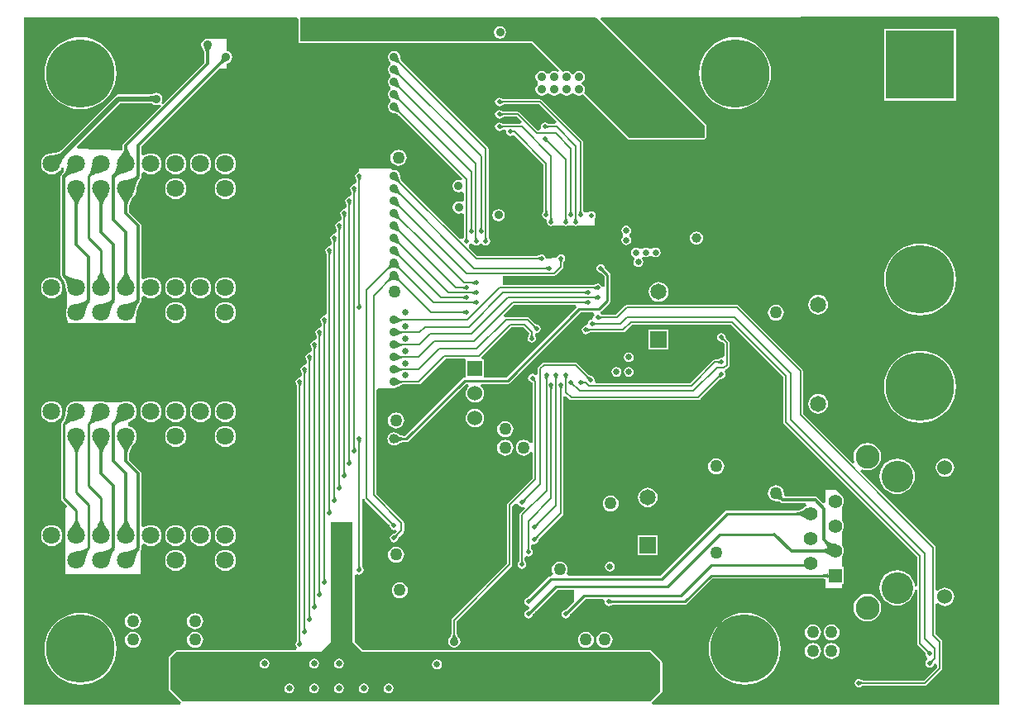
<source format=gbl>
G04*
G04 #@! TF.GenerationSoftware,Altium Limited,Altium Designer,20.2.6 (244)*
G04*
G04 Layer_Physical_Order=4*
G04 Layer_Color=16711680*
%FSLAX25Y25*%
%MOIN*%
G70*
G04*
G04 #@! TF.SameCoordinates,67F572C8-D8A7-448A-AE13-BF973E4C7752*
G04*
G04*
G04 #@! TF.FilePolarity,Positive*
G04*
G01*
G75*
%ADD10C,0.01000*%
%ADD12C,0.01181*%
%ADD14C,0.00600*%
%ADD56R,0.06500X0.06500*%
%ADD57C,0.06500*%
%ADD61C,0.02000*%
%ADD62C,0.01100*%
%ADD64C,0.00800*%
%ADD66C,0.01076*%
%ADD69C,0.07087*%
%ADD70C,0.12795*%
%ADD71C,0.09626*%
%ADD72C,0.06024*%
%ADD73C,0.05504*%
%ADD74R,0.05504X0.05504*%
%ADD75C,0.27559*%
%ADD76R,0.27559X0.27559*%
%ADD77R,0.06000X0.06000*%
%ADD78C,0.06000*%
%ADD79C,0.02000*%
%ADD80C,0.03500*%
%ADD81C,0.02500*%
%ADD82C,0.05000*%
%ADD83C,0.03937*%
%ADD84C,0.01076*%
%ADD85C,0.01200*%
G36*
X214786Y592883D02*
X214916Y592261D01*
X214995Y591983D01*
X215084Y591725D01*
X215182Y591489D01*
X215289Y591273D01*
X215406Y591080D01*
X215533Y590907D01*
X215669Y590756D01*
X215244Y590331D01*
X215093Y590467D01*
X214920Y590594D01*
X214727Y590711D01*
X214511Y590818D01*
X214275Y590916D01*
X214018Y591005D01*
X213739Y591084D01*
X213117Y591214D01*
X212774Y591265D01*
X214735Y593226D01*
X214786Y592883D01*
D02*
G37*
G36*
X456980Y608644D02*
X456981Y331728D01*
X317322Y331728D01*
X317259Y331809D01*
X316956Y332728D01*
X320843Y336614D01*
X320997Y336846D01*
X321052Y337119D01*
X321052Y348930D01*
X320997Y349203D01*
X320843Y349435D01*
X316772Y353505D01*
X316541Y353659D01*
X316268Y353714D01*
X310401D01*
X310295Y353728D01*
X310190Y353714D01*
X200422Y353714D01*
X197036Y357100D01*
Y384157D01*
X197168Y384268D01*
X198036Y384600D01*
X198337Y384399D01*
X199000Y384267D01*
X199663Y384399D01*
X200226Y384774D01*
X200601Y385337D01*
X200733Y386000D01*
X200601Y386663D01*
X200399Y386966D01*
X200370Y387030D01*
X200288Y387142D01*
X200227Y387237D01*
X200174Y387330D01*
X200130Y387422D01*
X200094Y387511D01*
X200065Y387600D01*
X200043Y387688D01*
X200027Y387776D01*
X200020Y387842D01*
Y414705D01*
X201020Y414803D01*
X201058Y414610D01*
X201279Y414279D01*
X210976Y404582D01*
X211018Y404529D01*
X211069Y404456D01*
X211116Y404379D01*
X211158Y404295D01*
X211196Y404206D01*
X211229Y404110D01*
X211258Y404007D01*
X211282Y403897D01*
X211303Y403760D01*
X211328Y403694D01*
X211399Y403337D01*
X211774Y402774D01*
X212337Y402399D01*
X213000Y402267D01*
X213512Y402369D01*
X213861Y402013D01*
X214102Y401544D01*
X213582Y401024D01*
X213529Y400982D01*
X213456Y400931D01*
X213379Y400884D01*
X213295Y400842D01*
X213206Y400804D01*
X213110Y400771D01*
X213007Y400742D01*
X212897Y400718D01*
X212760Y400697D01*
X212694Y400672D01*
X212337Y400601D01*
X211774Y400226D01*
X211399Y399663D01*
X211267Y399000D01*
X211399Y398337D01*
X211774Y397774D01*
X212337Y397399D01*
X213000Y397267D01*
X213663Y397399D01*
X214226Y397774D01*
X214601Y398337D01*
X214672Y398694D01*
X214697Y398760D01*
X214718Y398897D01*
X214742Y399008D01*
X214771Y399110D01*
X214804Y399206D01*
X214842Y399295D01*
X214884Y399378D01*
X214930Y399456D01*
X214982Y399529D01*
X215024Y399582D01*
X216721Y401279D01*
X216942Y401610D01*
X217020Y402000D01*
Y405063D01*
X216942Y405453D01*
X216721Y405784D01*
X205744Y416761D01*
Y458892D01*
X206456Y459594D01*
X213000Y459502D01*
X213956Y459692D01*
X214438Y460014D01*
X214493Y460040D01*
X214637Y460148D01*
X214766Y460234D01*
X214776Y460249D01*
X215247Y460557D01*
X215461Y460676D01*
X215668Y460777D01*
X215861Y460857D01*
X216038Y460916D01*
X216200Y460956D01*
X216345Y460978D01*
X216383Y460980D01*
X222827D01*
X223217Y461058D01*
X223548Y461279D01*
X233690Y471421D01*
X241033D01*
X241900Y471100D01*
Y463774D01*
X241462D01*
X240974Y463678D01*
X240561Y463401D01*
X217434Y440274D01*
X216624D01*
X216428Y440297D01*
X216212Y440337D01*
X215994Y440395D01*
X215775Y440470D01*
X215552Y440563D01*
X215327Y440675D01*
X215100Y440805D01*
X214869Y440955D01*
X214622Y441136D01*
X214566Y441162D01*
X214346Y441331D01*
X213697Y441600D01*
X213000Y441691D01*
X212303Y441600D01*
X211654Y441331D01*
X211097Y440903D01*
X210669Y440346D01*
X210400Y439697D01*
X210309Y439000D01*
X210400Y438303D01*
X210669Y437654D01*
X211097Y437097D01*
X211654Y436669D01*
X212303Y436400D01*
X213000Y436308D01*
X213697Y436400D01*
X214346Y436669D01*
X214566Y436838D01*
X214622Y436864D01*
X214869Y437044D01*
X215100Y437195D01*
X215327Y437325D01*
X215552Y437437D01*
X215775Y437530D01*
X215994Y437605D01*
X216212Y437663D01*
X216428Y437703D01*
X216624Y437725D01*
X217962D01*
X218450Y437822D01*
X218863Y438099D01*
X241935Y461171D01*
X242799Y461073D01*
X243109Y460152D01*
X242961Y460039D01*
X242368Y459266D01*
X241995Y458366D01*
X241868Y457400D01*
X241995Y456434D01*
X242368Y455534D01*
X242961Y454761D01*
X243734Y454168D01*
X244634Y453795D01*
X245600Y453668D01*
X246566Y453795D01*
X247466Y454168D01*
X248239Y454761D01*
X248832Y455534D01*
X249205Y456434D01*
X249332Y457400D01*
X249205Y458366D01*
X248832Y459266D01*
X248239Y460039D01*
X247996Y460225D01*
X248335Y461226D01*
X258760D01*
X259248Y461322D01*
X259661Y461599D01*
X288174Y490111D01*
X293332D01*
X293599Y489612D01*
X293729Y489111D01*
X293430Y488663D01*
X293313Y488072D01*
X293298Y488000D01*
X292795Y487233D01*
X292132Y487101D01*
X291570Y486726D01*
X291194Y486163D01*
X291062Y485500D01*
X290295Y484733D01*
X289632Y484601D01*
X289070Y484226D01*
X288694Y483663D01*
X288562Y483000D01*
X288694Y482337D01*
X289070Y481774D01*
X289632Y481399D01*
X290295Y481267D01*
X290959Y481399D01*
X291262Y481601D01*
X291325Y481631D01*
X291438Y481712D01*
X291532Y481773D01*
X291626Y481826D01*
X291717Y481870D01*
X291807Y481906D01*
X291895Y481935D01*
X291983Y481957D01*
X292071Y481973D01*
X292138Y481980D01*
X305256D01*
X305646Y482058D01*
X305977Y482279D01*
X308899Y485201D01*
X348743D01*
X369799Y464145D01*
Y445866D01*
X369877Y445476D01*
X370098Y445145D01*
X423776Y391467D01*
Y379626D01*
X422776Y379577D01*
X422704Y380309D01*
X422298Y381647D01*
X421639Y382880D01*
X420752Y383960D01*
X419671Y384847D01*
X418438Y385506D01*
X417100Y385912D01*
X415709Y386049D01*
X414317Y385912D01*
X412979Y385506D01*
X411746Y384847D01*
X410666Y383960D01*
X409779Y382880D01*
X409120Y381647D01*
X408714Y380309D01*
X408577Y378917D01*
X408714Y377526D01*
X409120Y376188D01*
X409779Y374955D01*
X410666Y373874D01*
X411746Y372987D01*
X412979Y372328D01*
X414317Y371922D01*
X415709Y371785D01*
X417100Y371922D01*
X418438Y372328D01*
X419671Y372987D01*
X420752Y373874D01*
X421639Y374955D01*
X422298Y376188D01*
X422704Y377526D01*
X422776Y378258D01*
X423776Y378209D01*
Y356457D01*
X423853Y356066D01*
X424074Y355736D01*
X426866Y352944D01*
X426908Y352892D01*
X426959Y352818D01*
X427006Y352741D01*
X427048Y352658D01*
X427085Y352568D01*
X427119Y352473D01*
X427148Y352370D01*
X427172Y352259D01*
X427193Y352122D01*
X427217Y352056D01*
X427288Y351699D01*
X427664Y351137D01*
X427944Y350949D01*
X427987Y350810D01*
Y349977D01*
X427944Y349838D01*
X427664Y349651D01*
X427288Y349089D01*
X427156Y348425D01*
X427288Y347762D01*
X427664Y347200D01*
X428227Y346824D01*
X428890Y346692D01*
X429553Y346824D01*
X430115Y347200D01*
X430491Y347762D01*
X430556Y348091D01*
X430971Y348288D01*
X431769Y347826D01*
X431807Y347769D01*
Y346879D01*
X426499Y341571D01*
X402138D01*
X402071Y341578D01*
X401983Y341594D01*
X401895Y341616D01*
X401807Y341645D01*
X401717Y341681D01*
X401626Y341725D01*
X401533Y341778D01*
X401438Y341839D01*
X401326Y341921D01*
X401262Y341950D01*
X400959Y342153D01*
X400295Y342284D01*
X399632Y342153D01*
X399070Y341777D01*
X398694Y341214D01*
X398562Y340551D01*
X398694Y339888D01*
X399070Y339326D01*
X399632Y338950D01*
X400295Y338818D01*
X400959Y338950D01*
X401262Y339152D01*
X401326Y339182D01*
X401438Y339263D01*
X401533Y339325D01*
X401626Y339377D01*
X401717Y339421D01*
X401807Y339458D01*
X401895Y339487D01*
X401983Y339509D01*
X402071Y339525D01*
X402138Y339532D01*
X426921D01*
X427311Y339609D01*
X427642Y339830D01*
X433548Y345736D01*
X433769Y346066D01*
X433846Y346457D01*
Y357283D01*
X433769Y357674D01*
X433548Y358004D01*
X431315Y360237D01*
Y372397D01*
X432315Y372737D01*
X432353Y372687D01*
X433128Y372092D01*
X434031Y371718D01*
X435000Y371591D01*
X435969Y371718D01*
X436872Y372092D01*
X437647Y372687D01*
X438242Y373463D01*
X438616Y374366D01*
X438744Y375335D01*
X438616Y376304D01*
X438242Y377207D01*
X437647Y377982D01*
X436872Y378577D01*
X435969Y378951D01*
X435000Y379079D01*
X434031Y378951D01*
X433128Y378577D01*
X432353Y377982D01*
X432315Y377933D01*
X431315Y378272D01*
Y395248D01*
X431237Y395638D01*
X431016Y395969D01*
X401011Y425974D01*
X401578Y426822D01*
X402262Y426538D01*
X403701Y426349D01*
X405140Y426538D01*
X406481Y427094D01*
X407633Y427978D01*
X408516Y429129D01*
X409072Y430470D01*
X409261Y431910D01*
X409072Y433349D01*
X408516Y434690D01*
X407633Y435841D01*
X406481Y436725D01*
X405140Y437281D01*
X403701Y437470D01*
X402262Y437281D01*
X400920Y436725D01*
X399769Y435841D01*
X398885Y434690D01*
X398330Y433349D01*
X398140Y431910D01*
X398330Y430470D01*
X398613Y429786D01*
X397765Y429220D01*
X377744Y449241D01*
Y466535D01*
X377666Y466926D01*
X377445Y467256D01*
X351855Y492847D01*
X351524Y493068D01*
X351134Y493146D01*
X306842D01*
X306452Y493068D01*
X306122Y492847D01*
X302294Y489020D01*
X296874D01*
X296807Y489027D01*
X296719Y489043D01*
X296649Y489060D01*
X296156Y489929D01*
X296297Y490402D01*
X296421Y490485D01*
X299869Y493933D01*
X300145Y494346D01*
X300242Y494834D01*
Y505166D01*
X300145Y505654D01*
X299869Y506067D01*
X298235Y507701D01*
X298094Y507873D01*
X298045Y507943D01*
X298005Y508007D01*
X297978Y508056D01*
X297964Y508089D01*
X297959Y508102D01*
X297952Y508142D01*
X297929Y508197D01*
X297861Y508537D01*
X297485Y509100D01*
X296923Y509475D01*
X296260Y509607D01*
X295597Y509475D01*
X295034Y509100D01*
X294658Y508537D01*
X294527Y507874D01*
X294658Y507211D01*
X295034Y506648D01*
X295597Y506273D01*
X295937Y506205D01*
X295992Y506182D01*
X296032Y506174D01*
X296045Y506170D01*
X296077Y506156D01*
X296127Y506129D01*
X296191Y506089D01*
X296255Y506044D01*
X296478Y505854D01*
X297693Y504638D01*
Y500458D01*
X296693Y500360D01*
X296633Y500663D01*
X296257Y501226D01*
X295695Y501601D01*
X295031Y501733D01*
X294368Y501601D01*
X294065Y501399D01*
X294002Y501369D01*
X293889Y501288D01*
X293794Y501227D01*
X293701Y501174D01*
X293610Y501130D01*
X293520Y501094D01*
X293432Y501065D01*
X293344Y501043D01*
X293256Y501027D01*
X293189Y501020D01*
X257000D01*
Y504886D01*
X277559D01*
X277949Y504963D01*
X278280Y505185D01*
X280973Y507877D01*
X281194Y508208D01*
X281272Y508598D01*
Y509984D01*
X281279Y510051D01*
X281294Y510139D01*
X281317Y510227D01*
X281346Y510316D01*
X281382Y510405D01*
X281426Y510497D01*
X281479Y510590D01*
X281540Y510685D01*
X281622Y510797D01*
X281651Y510860D01*
X281853Y511164D01*
X281985Y511827D01*
X281853Y512490D01*
X281478Y513052D01*
X280915Y513428D01*
X280252Y513560D01*
X279589Y513428D01*
X279026Y513052D01*
X278651Y512490D01*
X278602Y512247D01*
X278442Y512263D01*
X274193Y511739D01*
X274111Y511827D01*
X273979Y512490D01*
X273604Y513052D01*
X273041Y513428D01*
X272378Y513560D01*
X271715Y513428D01*
X271412Y513226D01*
X271348Y513196D01*
X271236Y513115D01*
X271141Y513053D01*
X271048Y513001D01*
X270956Y512957D01*
X270867Y512921D01*
X270778Y512891D01*
X270690Y512869D01*
X270602Y512853D01*
X270535Y512846D01*
X246446D01*
X243077Y516215D01*
X243280Y517427D01*
X243352Y517475D01*
X243534Y517748D01*
X243601Y517772D01*
X244527Y517786D01*
X244645Y517748D01*
X244809Y517504D01*
X245371Y517128D01*
X246034Y516996D01*
X246698Y517128D01*
X247260Y517504D01*
X247452Y517791D01*
X247679Y517850D01*
X248400Y517840D01*
X248563Y517791D01*
X248774Y517475D01*
X249337Y517099D01*
X250000Y516967D01*
X250663Y517099D01*
X251226Y517475D01*
X251601Y518038D01*
X251733Y518701D01*
X251601Y519364D01*
X251399Y519667D01*
X251370Y519731D01*
X251288Y519843D01*
X251227Y519938D01*
X251174Y520031D01*
X251130Y520122D01*
X251094Y520212D01*
X251065Y520301D01*
X251043Y520388D01*
X251027Y520476D01*
X251020Y520543D01*
Y556000D01*
X250942Y556390D01*
X250721Y556721D01*
X216113Y591329D01*
X216087Y591358D01*
X216001Y591476D01*
X215915Y591618D01*
X215831Y591785D01*
X215751Y591978D01*
X215676Y592196D01*
X215609Y592432D01*
X215494Y592982D01*
X215498Y593000D01*
X215468Y593152D01*
X215441Y593330D01*
X215421Y593388D01*
X215308Y593956D01*
X214766Y594766D01*
X213956Y595308D01*
X213000Y595498D01*
X212044Y595308D01*
X211234Y594766D01*
X210692Y593956D01*
X210502Y593000D01*
X210692Y592044D01*
X211234Y591234D01*
X211432Y591101D01*
Y589899D01*
X211234Y589766D01*
X210692Y588956D01*
X210502Y588000D01*
X210692Y587044D01*
X211234Y586234D01*
X211432Y586101D01*
Y584899D01*
X211234Y584766D01*
X210692Y583956D01*
X210502Y583000D01*
X210692Y582044D01*
X211234Y581234D01*
X211432Y581101D01*
Y579899D01*
X211234Y579766D01*
X210692Y578956D01*
X210502Y578000D01*
X210692Y577044D01*
X211234Y576234D01*
X211432Y576101D01*
Y574899D01*
X211234Y574766D01*
X210692Y573956D01*
X210502Y573000D01*
X210692Y572044D01*
X211234Y571234D01*
X212044Y570692D01*
X212612Y570579D01*
X212670Y570559D01*
X212848Y570532D01*
X213000Y570502D01*
X213018Y570506D01*
X213568Y570391D01*
X213804Y570324D01*
X214022Y570249D01*
X214215Y570169D01*
X214382Y570085D01*
X214524Y569999D01*
X214643Y569913D01*
X214671Y569887D01*
X240396Y544162D01*
X240152Y543689D01*
X239806Y543338D01*
X239000Y543498D01*
X238044Y543308D01*
X237234Y542766D01*
X236692Y541956D01*
X236502Y541000D01*
X236692Y540044D01*
X237234Y539234D01*
X238044Y538692D01*
X239000Y538502D01*
X239956Y538692D01*
X240106Y538793D01*
X241106Y538258D01*
Y535212D01*
X240106Y534678D01*
X240013Y534740D01*
X239057Y534930D01*
X238101Y534740D01*
X237291Y534198D01*
X236749Y533388D01*
X236559Y532432D01*
X236749Y531476D01*
X237291Y530666D01*
X238101Y530124D01*
X239057Y529934D01*
X240013Y530124D01*
X240106Y530187D01*
X241106Y529652D01*
Y520543D01*
X241099Y520476D01*
X241084Y520388D01*
X241061Y520301D01*
X241032Y520212D01*
X240996Y520122D01*
X240952Y520031D01*
X240899Y519938D01*
X240838Y519843D01*
X240393Y519663D01*
X239640Y519652D01*
X216057Y543235D01*
X216032Y543263D01*
X215953Y543374D01*
X215874Y543512D01*
X215796Y543677D01*
X215723Y543870D01*
X215654Y544091D01*
X215594Y544332D01*
X215489Y544924D01*
X215487Y544944D01*
X215498Y545000D01*
X215455Y545217D01*
X215450Y545256D01*
X215442Y545282D01*
X215308Y545956D01*
X214766Y546766D01*
X213956Y547308D01*
X213000Y547498D01*
X212614Y547421D01*
X211614Y548132D01*
Y548228D01*
X198819D01*
Y546697D01*
X198337Y546601D01*
X197774Y546226D01*
X197399Y545663D01*
X197267Y545000D01*
X197399Y544337D01*
X197601Y544034D01*
X197631Y543970D01*
X197712Y543858D01*
X197773Y543763D01*
X197826Y543670D01*
X197870Y543578D01*
X197906Y543489D01*
X197935Y543400D01*
X197958Y543312D01*
X197973Y543224D01*
X197980Y543157D01*
Y542501D01*
X197000Y541733D01*
X196337Y541601D01*
X195774Y541226D01*
X195399Y540663D01*
X195267Y540000D01*
X195399Y539337D01*
X195601Y539034D01*
X195631Y538970D01*
X195712Y538858D01*
X195773Y538763D01*
X195826Y538670D01*
X195870Y538578D01*
X195906Y538489D01*
X195935Y538400D01*
X195958Y538312D01*
X195973Y538224D01*
X195980Y538158D01*
Y537501D01*
X195000Y536733D01*
X194337Y536601D01*
X193774Y536226D01*
X193399Y535663D01*
X193267Y535000D01*
X193399Y534337D01*
X193601Y534034D01*
X193631Y533970D01*
X193712Y533858D01*
X193773Y533763D01*
X193826Y533670D01*
X193870Y533578D01*
X193906Y533489D01*
X193935Y533400D01*
X193957Y533312D01*
X193973Y533224D01*
X193980Y533157D01*
Y532501D01*
X193000Y531733D01*
X192337Y531601D01*
X191774Y531226D01*
X191399Y530663D01*
X191267Y530000D01*
X191399Y529337D01*
X191601Y529034D01*
X191630Y528970D01*
X191712Y528858D01*
X191773Y528763D01*
X191826Y528670D01*
X191870Y528578D01*
X191906Y528489D01*
X191935Y528400D01*
X191957Y528312D01*
X191973Y528224D01*
X191980Y528158D01*
Y527501D01*
X191000Y526733D01*
X190337Y526601D01*
X189774Y526226D01*
X189399Y525663D01*
X189267Y525000D01*
X189399Y524337D01*
X189601Y524034D01*
X189630Y523970D01*
X189712Y523858D01*
X189773Y523763D01*
X189826Y523670D01*
X189870Y523578D01*
X189906Y523489D01*
X189935Y523400D01*
X189957Y523312D01*
X189973Y523224D01*
X189980Y523158D01*
Y522501D01*
X189000Y521733D01*
X188337Y521601D01*
X187774Y521226D01*
X187399Y520663D01*
X187267Y520000D01*
X187399Y519337D01*
X187601Y519034D01*
X187630Y518970D01*
X187712Y518858D01*
X187773Y518763D01*
X187826Y518670D01*
X187870Y518578D01*
X187906Y518489D01*
X187935Y518400D01*
X187958Y518312D01*
X187973Y518224D01*
X187980Y518157D01*
Y517501D01*
X187000Y516733D01*
X186337Y516601D01*
X185774Y516226D01*
X185399Y515663D01*
X185267Y515000D01*
X185399Y514337D01*
X185601Y514034D01*
X185631Y513970D01*
X185712Y513858D01*
X185773Y513763D01*
X185826Y513670D01*
X185870Y513578D01*
X185906Y513489D01*
X185935Y513400D01*
X185958Y513312D01*
X185973Y513224D01*
X185980Y513158D01*
Y489501D01*
X185000Y488733D01*
X184337Y488601D01*
X183774Y488226D01*
X183399Y487663D01*
X183267Y487000D01*
X183399Y486337D01*
X183601Y486034D01*
X183631Y485970D01*
X183712Y485858D01*
X183773Y485763D01*
X183826Y485670D01*
X183870Y485578D01*
X183906Y485489D01*
X183935Y485400D01*
X183958Y485312D01*
X183973Y485224D01*
X183980Y485157D01*
Y484501D01*
X183000Y483733D01*
X182337Y483601D01*
X181774Y483226D01*
X181399Y482663D01*
X181267Y482000D01*
X181399Y481337D01*
X181601Y481034D01*
X181631Y480970D01*
X181712Y480858D01*
X181773Y480763D01*
X181826Y480670D01*
X181870Y480578D01*
X181906Y480489D01*
X181935Y480400D01*
X181957Y480312D01*
X181973Y480224D01*
X181980Y480158D01*
Y479501D01*
X181000Y478733D01*
X180337Y478601D01*
X179774Y478226D01*
X179399Y477663D01*
X179267Y477000D01*
X179399Y476337D01*
X179601Y476034D01*
X179630Y475970D01*
X179712Y475858D01*
X179773Y475763D01*
X179826Y475670D01*
X179870Y475578D01*
X179906Y475489D01*
X179935Y475400D01*
X179957Y475312D01*
X179973Y475224D01*
X179980Y475157D01*
Y474501D01*
X179000Y473733D01*
X178337Y473601D01*
X177774Y473226D01*
X177399Y472663D01*
X177267Y472000D01*
X177399Y471337D01*
X177601Y471034D01*
X177630Y470970D01*
X177712Y470858D01*
X177773Y470763D01*
X177826Y470670D01*
X177870Y470578D01*
X177906Y470489D01*
X177935Y470400D01*
X177957Y470312D01*
X177973Y470224D01*
X177980Y470157D01*
Y469501D01*
X177000Y468733D01*
X176337Y468601D01*
X175774Y468226D01*
X175399Y467663D01*
X175267Y467000D01*
X175399Y466337D01*
X175601Y466034D01*
X175630Y465970D01*
X175712Y465858D01*
X175773Y465763D01*
X175826Y465670D01*
X175870Y465578D01*
X175906Y465489D01*
X175935Y465400D01*
X175958Y465312D01*
X175973Y465224D01*
X175980Y465158D01*
Y464501D01*
X175000Y463733D01*
X174337Y463601D01*
X173774Y463226D01*
X173399Y462663D01*
X173267Y462000D01*
X173399Y461337D01*
X173601Y461034D01*
X173630Y460970D01*
X173712Y460858D01*
X173773Y460763D01*
X173826Y460670D01*
X173870Y460578D01*
X173906Y460489D01*
X173935Y460400D01*
X173958Y460312D01*
X173973Y460224D01*
X173980Y460157D01*
Y357843D01*
X173973Y357776D01*
X173958Y357688D01*
X173935Y357600D01*
X173906Y357511D01*
X173870Y357422D01*
X173826Y357330D01*
X173774Y357237D01*
X173712Y357142D01*
X173630Y357030D01*
X173601Y356966D01*
X173399Y356663D01*
X173267Y356000D01*
X173399Y355337D01*
X173774Y354774D01*
X173865Y354714D01*
X173562Y353714D01*
X125295Y353714D01*
X125022Y353659D01*
X124791Y353505D01*
X122291Y351005D01*
X122136Y350773D01*
X122082Y350500D01*
Y338000D01*
X122136Y337727D01*
X122291Y337495D01*
X127058Y332728D01*
X126755Y331809D01*
X126692Y331728D01*
X64012D01*
X64012Y609128D01*
X173874Y609190D01*
X174582Y608483D01*
X174582Y599350D01*
X174636Y599077D01*
X174791Y598846D01*
X175022Y598691D01*
X175295Y598637D01*
X268649Y598637D01*
X279419Y587867D01*
X278781Y587091D01*
X278456Y587308D01*
X277500Y587498D01*
X276544Y587308D01*
X275734Y586766D01*
X275601Y586568D01*
X274399D01*
X274266Y586766D01*
X273456Y587308D01*
X272500Y587498D01*
X271544Y587308D01*
X270734Y586766D01*
X270192Y585956D01*
X270002Y585000D01*
X270192Y584044D01*
X270734Y583234D01*
X270932Y583101D01*
Y581899D01*
X270734Y581766D01*
X270192Y580956D01*
X270002Y580000D01*
X270192Y579044D01*
X270734Y578234D01*
X271544Y577692D01*
X272500Y577502D01*
X273456Y577692D01*
X274266Y578234D01*
X274399Y578432D01*
X275601D01*
X275734Y578234D01*
X276544Y577692D01*
X277500Y577502D01*
X278456Y577692D01*
X279266Y578234D01*
X279399Y578432D01*
X280601D01*
X280734Y578234D01*
X281544Y577692D01*
X282500Y577502D01*
X283456Y577692D01*
X284266Y578234D01*
X284399Y578432D01*
X285601D01*
X285734Y578234D01*
X286544Y577692D01*
X287500Y577502D01*
X288456Y577692D01*
X289138Y578148D01*
X307291Y559995D01*
X307522Y559841D01*
X307795Y559786D01*
X327690Y559786D01*
X327795Y559772D01*
X327901Y559786D01*
X335190D01*
X335295Y559772D01*
X335401Y559786D01*
X337701D01*
X337974Y559841D01*
X338205Y559995D01*
X338559Y560349D01*
X338714Y560580D01*
X338768Y560854D01*
X338768Y565465D01*
X338714Y565738D01*
X338559Y565970D01*
X296193Y608336D01*
X296576Y609260D01*
X456273Y609351D01*
X456980Y608644D01*
D02*
G37*
G36*
X214786Y587883D02*
X214916Y587261D01*
X214995Y586982D01*
X215084Y586725D01*
X215182Y586488D01*
X215289Y586273D01*
X215406Y586080D01*
X215533Y585907D01*
X215669Y585756D01*
X215244Y585331D01*
X215093Y585467D01*
X214920Y585594D01*
X214727Y585711D01*
X214511Y585818D01*
X214275Y585916D01*
X214018Y586005D01*
X213739Y586084D01*
X213117Y586214D01*
X212774Y586265D01*
X214735Y588226D01*
X214786Y587883D01*
D02*
G37*
G36*
Y582883D02*
X214916Y582261D01*
X214995Y581983D01*
X215084Y581725D01*
X215182Y581489D01*
X215289Y581273D01*
X215406Y581079D01*
X215533Y580907D01*
X215669Y580756D01*
X215244Y580331D01*
X215093Y580467D01*
X214920Y580594D01*
X214727Y580711D01*
X214511Y580818D01*
X214275Y580916D01*
X214018Y581005D01*
X213739Y581084D01*
X213117Y581214D01*
X212774Y581265D01*
X214735Y583226D01*
X214786Y582883D01*
D02*
G37*
G36*
Y577883D02*
X214916Y577261D01*
X214995Y576982D01*
X215084Y576725D01*
X215182Y576488D01*
X215289Y576273D01*
X215406Y576080D01*
X215533Y575907D01*
X215669Y575756D01*
X215244Y575331D01*
X215093Y575467D01*
X214920Y575594D01*
X214727Y575711D01*
X214511Y575818D01*
X214275Y575916D01*
X214018Y576005D01*
X213739Y576084D01*
X213117Y576214D01*
X212774Y576265D01*
X214735Y578226D01*
X214786Y577883D01*
D02*
G37*
G36*
Y572883D02*
X214916Y572261D01*
X214995Y571982D01*
X215084Y571725D01*
X215182Y571489D01*
X215289Y571273D01*
X215406Y571079D01*
X215533Y570907D01*
X215669Y570756D01*
X215244Y570331D01*
X215093Y570467D01*
X214920Y570594D01*
X214727Y570711D01*
X214511Y570818D01*
X214275Y570916D01*
X214018Y571005D01*
X213739Y571084D01*
X213117Y571214D01*
X212774Y571265D01*
X214735Y573226D01*
X214786Y572883D01*
D02*
G37*
G36*
X338054Y565465D02*
X338054Y560854D01*
X337701Y560500D01*
X307795Y560500D01*
X289585Y578710D01*
X289808Y579044D01*
X289998Y580000D01*
X289808Y580956D01*
X289266Y581766D01*
X288584Y582222D01*
X288556Y582326D01*
Y582674D01*
X288584Y582778D01*
X289266Y583234D01*
X289808Y584044D01*
X289998Y585000D01*
X289808Y585956D01*
X289266Y586766D01*
X288456Y587308D01*
X287500Y587498D01*
X286544Y587308D01*
X285734Y586766D01*
X285278Y586084D01*
X285174Y586056D01*
X284826D01*
X284722Y586084D01*
X284266Y586766D01*
X283456Y587308D01*
X282500Y587498D01*
X281544Y587308D01*
X281210Y587085D01*
X268945Y599350D01*
X175295Y599350D01*
X175295Y609191D01*
X282575Y609252D01*
X294268D01*
X338054Y565465D01*
D02*
G37*
G36*
X199699Y544261D02*
X199615Y544132D01*
X199541Y544000D01*
X199477Y543868D01*
X199423Y543734D01*
X199379Y543599D01*
X199344Y543463D01*
X199320Y543325D01*
X199305Y543186D01*
X199300Y543046D01*
X198700D01*
X198695Y543186D01*
X198680Y543325D01*
X198656Y543463D01*
X198621Y543599D01*
X198577Y543734D01*
X198523Y543868D01*
X198459Y544000D01*
X198385Y544132D01*
X198301Y544261D01*
X198208Y544390D01*
X199792D01*
X199699Y544261D01*
D02*
G37*
G36*
X214783Y544820D02*
X214895Y544183D01*
X214967Y543899D01*
X215048Y543637D01*
X215139Y543398D01*
X215241Y543182D01*
X215352Y542988D01*
X215473Y542818D01*
X215605Y542670D01*
X215154Y542272D01*
X214999Y542413D01*
X214825Y542544D01*
X214631Y542667D01*
X214417Y542780D01*
X214183Y542885D01*
X213930Y542980D01*
X213658Y543067D01*
X213053Y543213D01*
X212722Y543272D01*
X214741Y545173D01*
X214783Y544820D01*
D02*
G37*
G36*
X197699Y539261D02*
X197615Y539132D01*
X197541Y539000D01*
X197477Y538868D01*
X197423Y538734D01*
X197379Y538599D01*
X197344Y538463D01*
X197320Y538325D01*
X197305Y538186D01*
X197300Y538046D01*
X196700D01*
X196695Y538186D01*
X196680Y538325D01*
X196656Y538463D01*
X196621Y538599D01*
X196577Y538734D01*
X196523Y538868D01*
X196459Y539000D01*
X196385Y539132D01*
X196301Y539261D01*
X196208Y539390D01*
X197792D01*
X197699Y539261D01*
D02*
G37*
G36*
X214787Y539947D02*
X214933Y539342D01*
X215020Y539070D01*
X215115Y538817D01*
X215220Y538583D01*
X215333Y538369D01*
X215456Y538175D01*
X215587Y538001D01*
X215728Y537846D01*
X215330Y537395D01*
X215182Y537527D01*
X215012Y537648D01*
X214818Y537760D01*
X214602Y537861D01*
X214363Y537952D01*
X214101Y538033D01*
X213817Y538105D01*
X213180Y538217D01*
X212827Y538259D01*
X214728Y540278D01*
X214787Y539947D01*
D02*
G37*
G36*
X195699Y534261D02*
X195615Y534132D01*
X195541Y534000D01*
X195477Y533868D01*
X195423Y533734D01*
X195379Y533599D01*
X195344Y533463D01*
X195320Y533325D01*
X195305Y533186D01*
X195300Y533046D01*
X194700D01*
X194695Y533186D01*
X194680Y533325D01*
X194656Y533463D01*
X194621Y533599D01*
X194577Y533734D01*
X194523Y533868D01*
X194459Y534000D01*
X194385Y534132D01*
X194301Y534261D01*
X194208Y534390D01*
X195792D01*
X195699Y534261D01*
D02*
G37*
G36*
X214786Y534883D02*
X214916Y534261D01*
X214995Y533983D01*
X215084Y533725D01*
X215182Y533489D01*
X215289Y533273D01*
X215406Y533079D01*
X215533Y532907D01*
X215669Y532756D01*
X215244Y532331D01*
X215093Y532467D01*
X214920Y532594D01*
X214727Y532711D01*
X214511Y532818D01*
X214275Y532916D01*
X214018Y533005D01*
X213739Y533084D01*
X213117Y533214D01*
X212774Y533265D01*
X214735Y535226D01*
X214786Y534883D01*
D02*
G37*
G36*
X193699Y529261D02*
X193615Y529132D01*
X193541Y529000D01*
X193477Y528868D01*
X193423Y528734D01*
X193379Y528599D01*
X193344Y528463D01*
X193320Y528325D01*
X193305Y528186D01*
X193300Y528046D01*
X192700D01*
X192695Y528186D01*
X192680Y528325D01*
X192656Y528463D01*
X192621Y528599D01*
X192577Y528734D01*
X192523Y528868D01*
X192459Y529000D01*
X192385Y529132D01*
X192301Y529261D01*
X192208Y529390D01*
X193792D01*
X193699Y529261D01*
D02*
G37*
G36*
X214786Y529883D02*
X214916Y529261D01*
X214995Y528982D01*
X215084Y528725D01*
X215182Y528488D01*
X215289Y528273D01*
X215406Y528080D01*
X215533Y527907D01*
X215669Y527756D01*
X215244Y527331D01*
X215093Y527467D01*
X214920Y527594D01*
X214727Y527711D01*
X214511Y527818D01*
X214275Y527916D01*
X214018Y528005D01*
X213739Y528084D01*
X213117Y528214D01*
X212774Y528265D01*
X214735Y530226D01*
X214786Y529883D01*
D02*
G37*
G36*
X248336Y524451D02*
X248351Y524313D01*
X248376Y524175D01*
X248410Y524039D01*
X248455Y523904D01*
X248509Y523770D01*
X248573Y523637D01*
X248647Y523506D01*
X248730Y523376D01*
X248824Y523248D01*
X247239D01*
X247333Y523376D01*
X247416Y523506D01*
X247490Y523637D01*
X247554Y523770D01*
X247608Y523904D01*
X247653Y524039D01*
X247687Y524175D01*
X247712Y524313D01*
X247727Y524451D01*
X247731Y524592D01*
X248331D01*
X248336Y524451D01*
D02*
G37*
G36*
X244399D02*
X244414Y524313D01*
X244439Y524175D01*
X244473Y524039D01*
X244518Y523904D01*
X244572Y523770D01*
X244636Y523637D01*
X244710Y523506D01*
X244793Y523376D01*
X244887Y523248D01*
X243302D01*
X243396Y523376D01*
X243479Y523506D01*
X243553Y523637D01*
X243617Y523770D01*
X243671Y523904D01*
X243716Y524039D01*
X243750Y524175D01*
X243775Y524313D01*
X243790Y524451D01*
X243794Y524592D01*
X244394D01*
X244399Y524451D01*
D02*
G37*
G36*
X191699Y524261D02*
X191615Y524132D01*
X191541Y524000D01*
X191477Y523868D01*
X191423Y523734D01*
X191379Y523599D01*
X191344Y523463D01*
X191320Y523325D01*
X191305Y523186D01*
X191300Y523046D01*
X190700D01*
X190695Y523186D01*
X190680Y523325D01*
X190656Y523463D01*
X190621Y523599D01*
X190577Y523734D01*
X190523Y523868D01*
X190459Y524000D01*
X190385Y524132D01*
X190301Y524261D01*
X190208Y524390D01*
X191792D01*
X191699Y524261D01*
D02*
G37*
G36*
X214786Y524883D02*
X214916Y524261D01*
X214995Y523982D01*
X215084Y523725D01*
X215182Y523489D01*
X215289Y523273D01*
X215406Y523079D01*
X215533Y522907D01*
X215669Y522756D01*
X215244Y522331D01*
X215093Y522467D01*
X214920Y522594D01*
X214727Y522711D01*
X214511Y522818D01*
X214275Y522916D01*
X214018Y523005D01*
X213739Y523084D01*
X213117Y523214D01*
X212774Y523265D01*
X214735Y525226D01*
X214786Y524883D01*
D02*
G37*
G36*
X246311Y520553D02*
X246326Y520416D01*
X246352Y520279D01*
X246388Y520144D01*
X246434Y520009D01*
X246490Y519876D01*
X246556Y519743D01*
X246633Y519611D01*
X246721Y519481D01*
X246818Y519351D01*
X245233Y519328D01*
X245323Y519455D01*
X245403Y519584D01*
X245474Y519715D01*
X245535Y519847D01*
X245587Y519981D01*
X245630Y520116D01*
X245663Y520253D01*
X245687Y520392D01*
X245701Y520532D01*
X245706Y520674D01*
X246305Y520692D01*
X246311Y520553D01*
D02*
G37*
G36*
X250305Y520514D02*
X250320Y520376D01*
X250344Y520238D01*
X250379Y520102D01*
X250423Y519967D01*
X250477Y519833D01*
X250541Y519700D01*
X250615Y519569D01*
X250699Y519439D01*
X250792Y519311D01*
X249208D01*
X249301Y519439D01*
X249385Y519569D01*
X249459Y519700D01*
X249523Y519833D01*
X249577Y519967D01*
X249621Y520102D01*
X249656Y520238D01*
X249680Y520376D01*
X249695Y520514D01*
X249700Y520655D01*
X250300D01*
X250305Y520514D01*
D02*
G37*
G36*
X242431D02*
X242446Y520376D01*
X242470Y520238D01*
X242505Y520102D01*
X242549Y519967D01*
X242603Y519833D01*
X242667Y519700D01*
X242741Y519569D01*
X242825Y519439D01*
X242918Y519311D01*
X241334D01*
X241427Y519439D01*
X241511Y519569D01*
X241585Y519700D01*
X241649Y519833D01*
X241703Y519967D01*
X241747Y520102D01*
X241782Y520238D01*
X241806Y520376D01*
X241821Y520514D01*
X241826Y520655D01*
X242426D01*
X242431Y520514D01*
D02*
G37*
G36*
X189699Y519261D02*
X189615Y519132D01*
X189541Y519000D01*
X189477Y518868D01*
X189423Y518734D01*
X189379Y518599D01*
X189344Y518463D01*
X189320Y518325D01*
X189305Y518186D01*
X189300Y518046D01*
X188700D01*
X188695Y518186D01*
X188680Y518325D01*
X188656Y518463D01*
X188621Y518599D01*
X188577Y518734D01*
X188523Y518868D01*
X188459Y519000D01*
X188385Y519132D01*
X188301Y519261D01*
X188208Y519390D01*
X189792D01*
X189699Y519261D01*
D02*
G37*
G36*
X214786Y519883D02*
X214916Y519261D01*
X214995Y518983D01*
X215084Y518725D01*
X215182Y518489D01*
X215289Y518273D01*
X215406Y518080D01*
X215533Y517907D01*
X215669Y517756D01*
X215244Y517331D01*
X215093Y517467D01*
X214920Y517594D01*
X214727Y517711D01*
X214511Y517818D01*
X214275Y517916D01*
X214018Y518005D01*
X213739Y518084D01*
X213117Y518214D01*
X212774Y518265D01*
X214735Y520226D01*
X214786Y519883D01*
D02*
G37*
G36*
X187699Y514261D02*
X187615Y514132D01*
X187541Y514000D01*
X187477Y513868D01*
X187423Y513734D01*
X187379Y513599D01*
X187344Y513463D01*
X187320Y513325D01*
X187305Y513186D01*
X187300Y513046D01*
X186700D01*
X186695Y513186D01*
X186680Y513325D01*
X186656Y513463D01*
X186621Y513599D01*
X186577Y513734D01*
X186523Y513868D01*
X186459Y514000D01*
X186385Y514132D01*
X186301Y514261D01*
X186208Y514390D01*
X187792D01*
X187699Y514261D01*
D02*
G37*
G36*
X214786Y514883D02*
X214916Y514261D01*
X214995Y513982D01*
X215084Y513725D01*
X215182Y513488D01*
X215289Y513273D01*
X215406Y513080D01*
X215533Y512907D01*
X215669Y512756D01*
X215244Y512331D01*
X215093Y512467D01*
X214920Y512594D01*
X214727Y512711D01*
X214511Y512818D01*
X214275Y512916D01*
X214018Y513005D01*
X213739Y513084D01*
X213117Y513214D01*
X212774Y513265D01*
X214735Y515226D01*
X214786Y514883D01*
D02*
G37*
G36*
X271768Y511034D02*
X271639Y511128D01*
X271510Y511212D01*
X271378Y511285D01*
X271246Y511349D01*
X271112Y511404D01*
X270977Y511448D01*
X270841Y511482D01*
X270703Y511507D01*
X270564Y511522D01*
X270424Y511527D01*
Y512127D01*
X270564Y512132D01*
X270703Y512147D01*
X270841Y512171D01*
X270977Y512206D01*
X271112Y512250D01*
X271246Y512304D01*
X271378Y512368D01*
X271510Y512442D01*
X271639Y512526D01*
X271768Y512619D01*
Y511034D01*
D02*
G37*
G36*
X280951Y511088D02*
X280867Y510958D01*
X280793Y510827D01*
X280729Y510695D01*
X280675Y510561D01*
X280631Y510426D01*
X280596Y510290D01*
X280572Y510152D01*
X280557Y510013D01*
X280552Y509873D01*
X279952D01*
X279947Y510013D01*
X279932Y510152D01*
X279908Y510290D01*
X279873Y510426D01*
X279829Y510561D01*
X279775Y510695D01*
X279711Y510827D01*
X279637Y510958D01*
X279553Y511088D01*
X279460Y511217D01*
X281044D01*
X280951Y511088D01*
D02*
G37*
G36*
X214786Y509883D02*
X214916Y509261D01*
X214995Y508983D01*
X215084Y508725D01*
X215182Y508489D01*
X215289Y508273D01*
X215406Y508079D01*
X215533Y507907D01*
X215669Y507756D01*
X215244Y507331D01*
X215093Y507467D01*
X214920Y507594D01*
X214727Y507711D01*
X214511Y507818D01*
X214275Y507916D01*
X214018Y508005D01*
X213739Y508084D01*
X213117Y508214D01*
X213000Y508231D01*
X212883Y508214D01*
X212261Y508084D01*
X211982Y508005D01*
X211725Y507916D01*
X211489Y507818D01*
X211273Y507711D01*
X211080Y507594D01*
X210907Y507467D01*
X210756Y507331D01*
X210331Y507756D01*
X210467Y507907D01*
X210594Y508079D01*
X210711Y508273D01*
X210818Y508489D01*
X210916Y508725D01*
X211005Y508983D01*
X211084Y509261D01*
X211214Y509883D01*
X211265Y510226D01*
X213000Y508490D01*
X214735Y510226D01*
X214786Y509883D01*
D02*
G37*
G36*
X274980Y507082D02*
X274852Y507175D01*
X274722Y507259D01*
X274591Y507333D01*
X274459Y507397D01*
X274325Y507451D01*
X274190Y507495D01*
X274053Y507530D01*
X273916Y507554D01*
X273777Y507569D01*
X273637Y507574D01*
Y508174D01*
X273777Y508179D01*
X273916Y508194D01*
X274053Y508218D01*
X274190Y508253D01*
X274325Y508297D01*
X274459Y508351D01*
X274591Y508415D01*
X274722Y508489D01*
X274852Y508573D01*
X274980Y508666D01*
Y507082D01*
D02*
G37*
G36*
X297268Y507922D02*
X297296Y507835D01*
X297336Y507744D01*
X297387Y507648D01*
X297451Y507547D01*
X297526Y507440D01*
X297713Y507213D01*
X297824Y507092D01*
X297946Y506965D01*
X297169Y506187D01*
X297042Y506310D01*
X296694Y506608D01*
X296587Y506683D01*
X296486Y506747D01*
X296390Y506798D01*
X296299Y506838D01*
X296212Y506866D01*
X296131Y506882D01*
X297252Y508003D01*
X297268Y507922D01*
D02*
G37*
G36*
X214786Y504883D02*
X214916Y504261D01*
X214995Y503982D01*
X215084Y503725D01*
X215182Y503488D01*
X215289Y503273D01*
X215406Y503080D01*
X215533Y502907D01*
X215669Y502756D01*
X215244Y502331D01*
X215093Y502467D01*
X214920Y502594D01*
X214727Y502711D01*
X214511Y502818D01*
X214275Y502916D01*
X214018Y503005D01*
X213739Y503084D01*
X213117Y503214D01*
X213000Y503231D01*
X212883Y503214D01*
X212261Y503084D01*
X211982Y503005D01*
X211725Y502916D01*
X211489Y502818D01*
X211273Y502711D01*
X211080Y502594D01*
X210907Y502467D01*
X210756Y502331D01*
X210331Y502756D01*
X210467Y502907D01*
X210594Y503080D01*
X210711Y503273D01*
X210818Y503488D01*
X210916Y503725D01*
X211005Y503982D01*
X211084Y504261D01*
X211214Y504883D01*
X211265Y505226D01*
X213000Y503490D01*
X214735Y505226D01*
X214786Y504883D01*
D02*
G37*
G36*
X245453Y501176D02*
X245324Y501270D01*
X245195Y501353D01*
X245063Y501427D01*
X244931Y501491D01*
X244797Y501545D01*
X244662Y501590D01*
X244526Y501624D01*
X244388Y501649D01*
X244249Y501664D01*
X244109Y501669D01*
Y502269D01*
X244249Y502273D01*
X244388Y502288D01*
X244526Y502313D01*
X244662Y502347D01*
X244797Y502392D01*
X244931Y502446D01*
X245063Y502510D01*
X245195Y502584D01*
X245324Y502667D01*
X245453Y502761D01*
Y501176D01*
D02*
G37*
G36*
X294422Y499208D02*
X294293Y499301D01*
X294163Y499385D01*
X294032Y499459D01*
X293899Y499523D01*
X293766Y499577D01*
X293631Y499621D01*
X293494Y499656D01*
X293357Y499680D01*
X293218Y499695D01*
X293078Y499700D01*
Y500300D01*
X293218Y500305D01*
X293357Y500320D01*
X293494Y500344D01*
X293631Y500379D01*
X293766Y500423D01*
X293899Y500477D01*
X294032Y500541D01*
X294163Y500615D01*
X294293Y500699D01*
X294422Y500792D01*
Y499208D01*
D02*
G37*
G36*
X241516D02*
X241387Y499301D01*
X241258Y499385D01*
X241126Y499459D01*
X240994Y499523D01*
X240860Y499577D01*
X240725Y499621D01*
X240589Y499656D01*
X240451Y499680D01*
X240312Y499695D01*
X240172Y499700D01*
Y500300D01*
X240312Y500305D01*
X240451Y500320D01*
X240589Y500344D01*
X240725Y500379D01*
X240860Y500423D01*
X240994Y500477D01*
X241126Y500541D01*
X241258Y500615D01*
X241387Y500699D01*
X241516Y500792D01*
Y499208D01*
D02*
G37*
G36*
X290484Y497239D02*
X290356Y497333D01*
X290226Y497416D01*
X290095Y497490D01*
X289962Y497554D01*
X289829Y497608D01*
X289694Y497653D01*
X289557Y497687D01*
X289420Y497712D01*
X289281Y497727D01*
X289141Y497731D01*
Y498331D01*
X289281Y498336D01*
X289420Y498351D01*
X289557Y498376D01*
X289694Y498410D01*
X289829Y498455D01*
X289962Y498509D01*
X290095Y498573D01*
X290226Y498647D01*
X290356Y498730D01*
X290484Y498824D01*
Y497239D01*
D02*
G37*
G36*
X245453D02*
X245324Y497333D01*
X245195Y497416D01*
X245063Y497490D01*
X244931Y497554D01*
X244797Y497608D01*
X244662Y497653D01*
X244526Y497687D01*
X244388Y497712D01*
X244249Y497727D01*
X244109Y497731D01*
Y498331D01*
X244249Y498336D01*
X244388Y498351D01*
X244526Y498376D01*
X244662Y498410D01*
X244797Y498455D01*
X244931Y498509D01*
X245063Y498573D01*
X245195Y498647D01*
X245324Y498730D01*
X245453Y498824D01*
Y497239D01*
D02*
G37*
G36*
X294422Y495271D02*
X294293Y495364D01*
X294163Y495448D01*
X294032Y495522D01*
X293899Y495586D01*
X293766Y495640D01*
X293631Y495684D01*
X293494Y495719D01*
X293357Y495743D01*
X293218Y495758D01*
X293078Y495763D01*
Y496363D01*
X293218Y496368D01*
X293357Y496383D01*
X293494Y496407D01*
X293631Y496442D01*
X293766Y496486D01*
X293899Y496540D01*
X294032Y496604D01*
X294163Y496678D01*
X294293Y496762D01*
X294422Y496855D01*
Y495271D01*
D02*
G37*
G36*
X241516Y495271D02*
X241387Y495364D01*
X241258Y495448D01*
X241126Y495522D01*
X240994Y495586D01*
X240860Y495640D01*
X240725Y495684D01*
X240589Y495719D01*
X240451Y495743D01*
X240312Y495758D01*
X240172Y495763D01*
Y496363D01*
X240312Y496368D01*
X240451Y496383D01*
X240589Y496407D01*
X240725Y496442D01*
X240860Y496486D01*
X240994Y496540D01*
X241126Y496604D01*
X241258Y496678D01*
X241387Y496762D01*
X241516Y496855D01*
Y495271D01*
D02*
G37*
G36*
X290484Y493302D02*
X290356Y493396D01*
X290226Y493479D01*
X290095Y493553D01*
X289962Y493617D01*
X289829Y493671D01*
X289694Y493716D01*
X289557Y493750D01*
X289420Y493775D01*
X289281Y493790D01*
X289141Y493794D01*
Y494394D01*
X289281Y494399D01*
X289420Y494414D01*
X289557Y494439D01*
X289694Y494473D01*
X289829Y494518D01*
X289962Y494572D01*
X290095Y494636D01*
X290226Y494710D01*
X290356Y494793D01*
X290484Y494887D01*
Y493302D01*
D02*
G37*
G36*
X245453D02*
X245324Y493396D01*
X245195Y493479D01*
X245063Y493553D01*
X244931Y493617D01*
X244797Y493671D01*
X244662Y493716D01*
X244526Y493750D01*
X244388Y493775D01*
X244249Y493790D01*
X244109Y493794D01*
Y494394D01*
X244249Y494399D01*
X244388Y494414D01*
X244526Y494439D01*
X244662Y494473D01*
X244797Y494518D01*
X244931Y494572D01*
X245063Y494636D01*
X245195Y494710D01*
X245324Y494793D01*
X245453Y494887D01*
Y493302D01*
D02*
G37*
G36*
X199305Y493814D02*
X199320Y493675D01*
X199344Y493537D01*
X199379Y493401D01*
X199423Y493266D01*
X199477Y493132D01*
X199541Y493000D01*
X199615Y492868D01*
X199699Y492739D01*
X199792Y492610D01*
X198208D01*
X198301Y492739D01*
X198385Y492868D01*
X198459Y493000D01*
X198523Y493132D01*
X198577Y493266D01*
X198621Y493401D01*
X198656Y493537D01*
X198680Y493675D01*
X198695Y493814D01*
X198700Y493954D01*
X199300D01*
X199305Y493814D01*
D02*
G37*
G36*
X241516Y489365D02*
X241387Y489459D01*
X241258Y489542D01*
X241126Y489616D01*
X240994Y489680D01*
X240860Y489734D01*
X240725Y489779D01*
X240589Y489813D01*
X240451Y489838D01*
X240312Y489853D01*
X240172Y489857D01*
Y490457D01*
X240312Y490462D01*
X240451Y490477D01*
X240589Y490502D01*
X240725Y490536D01*
X240860Y490581D01*
X240994Y490635D01*
X241126Y490699D01*
X241258Y490773D01*
X241387Y490856D01*
X241516Y490950D01*
Y489365D01*
D02*
G37*
G36*
X295770Y488699D02*
X295900Y488615D01*
X296031Y488541D01*
X296164Y488477D01*
X296297Y488423D01*
X296432Y488379D01*
X296569Y488344D01*
X296706Y488320D01*
X296845Y488305D01*
X296985Y488300D01*
Y487700D01*
X296845Y487695D01*
X296706Y487680D01*
X296569Y487656D01*
X296432Y487621D01*
X296297Y487577D01*
X296164Y487523D01*
X296031Y487459D01*
X295900Y487385D01*
X295770Y487301D01*
X295641Y487208D01*
Y488792D01*
X295770Y488699D01*
D02*
G37*
G36*
X214346Y488180D02*
X214877Y487832D01*
X215130Y487691D01*
X215375Y487572D01*
X215612Y487474D01*
X215840Y487398D01*
X216059Y487344D01*
X216271Y487311D01*
X216474Y487300D01*
Y486700D01*
X216271Y486689D01*
X216059Y486657D01*
X215840Y486602D01*
X215612Y486526D01*
X215375Y486428D01*
X215130Y486309D01*
X214877Y486167D01*
X214346Y485820D01*
X214068Y485613D01*
Y488387D01*
X214346Y488180D01*
D02*
G37*
G36*
X185699Y486261D02*
X185615Y486132D01*
X185541Y486000D01*
X185477Y485868D01*
X185423Y485734D01*
X185379Y485599D01*
X185344Y485463D01*
X185320Y485325D01*
X185305Y485186D01*
X185300Y485046D01*
X184700D01*
X184695Y485186D01*
X184680Y485325D01*
X184656Y485463D01*
X184621Y485599D01*
X184577Y485734D01*
X184523Y485868D01*
X184459Y486000D01*
X184385Y486132D01*
X184301Y486261D01*
X184208Y486390D01*
X185792D01*
X185699Y486261D01*
D02*
G37*
G36*
X293534Y486199D02*
X293664Y486115D01*
X293795Y486041D01*
X293927Y485977D01*
X294061Y485923D01*
X294196Y485879D01*
X294333Y485844D01*
X294470Y485820D01*
X294609Y485805D01*
X294749Y485800D01*
Y485200D01*
X294609Y485195D01*
X294470Y485180D01*
X294333Y485156D01*
X294196Y485121D01*
X294061Y485077D01*
X293927Y485023D01*
X293795Y484959D01*
X293664Y484885D01*
X293534Y484801D01*
X293405Y484708D01*
Y486292D01*
X293534Y486199D01*
D02*
G37*
G36*
X269343Y485026D02*
X269451Y484938D01*
X269566Y484858D01*
X269687Y484786D01*
X269814Y484722D01*
X269946Y484665D01*
X270085Y484617D01*
X270230Y484577D01*
X270381Y484544D01*
X270538Y484519D01*
X269418Y483399D01*
X269393Y483556D01*
X269360Y483707D01*
X269320Y483852D01*
X269271Y483991D01*
X269215Y484123D01*
X269151Y484250D01*
X269079Y484371D01*
X268999Y484486D01*
X268911Y484594D01*
X268816Y484697D01*
X269240Y485121D01*
X269343Y485026D01*
D02*
G37*
G36*
X291034Y483699D02*
X291164Y483615D01*
X291295Y483541D01*
X291427Y483477D01*
X291561Y483423D01*
X291696Y483379D01*
X291832Y483344D01*
X291970Y483320D01*
X292109Y483305D01*
X292249Y483300D01*
Y482700D01*
X292109Y482695D01*
X291970Y482680D01*
X291832Y482656D01*
X291696Y482621D01*
X291561Y482577D01*
X291427Y482523D01*
X291295Y482459D01*
X291164Y482385D01*
X291034Y482301D01*
X290905Y482208D01*
Y483792D01*
X291034Y483699D01*
D02*
G37*
G36*
X214346Y483180D02*
X214877Y482832D01*
X215130Y482691D01*
X215375Y482572D01*
X215612Y482474D01*
X215840Y482398D01*
X216059Y482343D01*
X216271Y482311D01*
X216474Y482300D01*
Y481700D01*
X216271Y481689D01*
X216059Y481657D01*
X215840Y481602D01*
X215612Y481526D01*
X215375Y481428D01*
X215130Y481309D01*
X214877Y481168D01*
X214346Y480820D01*
X214068Y480613D01*
Y483387D01*
X214346Y483180D01*
D02*
G37*
G36*
X268746Y481404D02*
X268761Y481265D01*
X268785Y481128D01*
X268820Y480991D01*
X268864Y480856D01*
X268918Y480723D01*
X268982Y480590D01*
X269056Y480459D01*
X269140Y480329D01*
X269233Y480201D01*
X267649D01*
X267742Y480329D01*
X267826Y480459D01*
X267900Y480590D01*
X267964Y480723D01*
X268018Y480856D01*
X268062Y480991D01*
X268097Y481128D01*
X268121Y481265D01*
X268136Y481404D01*
X268141Y481544D01*
X268741D01*
X268746Y481404D01*
D02*
G37*
G36*
X183699Y481261D02*
X183615Y481132D01*
X183541Y481000D01*
X183477Y480868D01*
X183423Y480734D01*
X183379Y480599D01*
X183344Y480463D01*
X183320Y480325D01*
X183305Y480186D01*
X183300Y480046D01*
X182700D01*
X182695Y480186D01*
X182680Y480325D01*
X182656Y480463D01*
X182621Y480599D01*
X182577Y480734D01*
X182523Y480868D01*
X182459Y481000D01*
X182385Y481132D01*
X182301Y481261D01*
X182208Y481390D01*
X183792D01*
X183699Y481261D01*
D02*
G37*
G36*
X286282Y492911D02*
X286532Y492075D01*
X258232Y463774D01*
X249300D01*
Y471100D01*
X248562D01*
X248148Y472100D01*
X260258Y484209D01*
X264994D01*
X267421Y481782D01*
Y481433D01*
X267414Y481366D01*
X267399Y481278D01*
X267376Y481190D01*
X267347Y481102D01*
X267311Y481012D01*
X267267Y480921D01*
X267214Y480828D01*
X267153Y480733D01*
X267071Y480620D01*
X267042Y480557D01*
X266840Y480254D01*
X266708Y479591D01*
X266840Y478927D01*
X267215Y478365D01*
X267778Y477989D01*
X268441Y477857D01*
X269104Y477989D01*
X269667Y478365D01*
X270042Y478927D01*
X270174Y479591D01*
X270042Y480254D01*
X269840Y480557D01*
X269811Y480620D01*
X269748Y480706D01*
X269840Y481030D01*
X269979Y481404D01*
X270099Y481627D01*
X270145Y481694D01*
X270409Y481794D01*
X271073Y481926D01*
X271635Y482302D01*
X272011Y482864D01*
X272143Y483528D01*
X272011Y484191D01*
X271635Y484753D01*
X271073Y485129D01*
X270715Y485200D01*
X270650Y485224D01*
X270512Y485246D01*
X270402Y485270D01*
X270299Y485298D01*
X270203Y485332D01*
X270114Y485370D01*
X270031Y485412D01*
X269953Y485458D01*
X269880Y485509D01*
X269828Y485551D01*
X267460Y487919D01*
X267129Y488140D01*
X266739Y488217D01*
X258138D01*
X257748Y488140D01*
X257689Y488100D01*
X257051Y488877D01*
X261249Y493075D01*
X286160D01*
X286282Y492911D01*
D02*
G37*
G36*
X214346Y478180D02*
X214877Y477833D01*
X215130Y477691D01*
X215375Y477572D01*
X215612Y477474D01*
X215840Y477398D01*
X216059Y477344D01*
X216271Y477311D01*
X216474Y477300D01*
Y476700D01*
X216271Y476689D01*
X216059Y476656D01*
X215840Y476602D01*
X215612Y476526D01*
X215375Y476428D01*
X215130Y476309D01*
X214877Y476167D01*
X214346Y475820D01*
X214068Y475613D01*
Y478387D01*
X214346Y478180D01*
D02*
G37*
G36*
X181699Y476261D02*
X181615Y476132D01*
X181541Y476000D01*
X181477Y475868D01*
X181423Y475734D01*
X181379Y475599D01*
X181344Y475463D01*
X181320Y475325D01*
X181305Y475186D01*
X181300Y475046D01*
X180700D01*
X180695Y475186D01*
X180680Y475325D01*
X180656Y475463D01*
X180621Y475599D01*
X180577Y475734D01*
X180523Y475868D01*
X180459Y476000D01*
X180385Y476132D01*
X180301Y476261D01*
X180208Y476390D01*
X181792D01*
X181699Y476261D01*
D02*
G37*
G36*
X214346Y473180D02*
X214877Y472832D01*
X215130Y472691D01*
X215375Y472572D01*
X215612Y472474D01*
X215840Y472398D01*
X216059Y472343D01*
X216271Y472311D01*
X216474Y472300D01*
Y471700D01*
X216271Y471689D01*
X216059Y471657D01*
X215840Y471602D01*
X215612Y471526D01*
X215375Y471428D01*
X215130Y471309D01*
X214877Y471168D01*
X214346Y470820D01*
X214068Y470613D01*
Y473387D01*
X214346Y473180D01*
D02*
G37*
G36*
X179699Y471261D02*
X179615Y471132D01*
X179541Y471000D01*
X179477Y470868D01*
X179423Y470734D01*
X179379Y470599D01*
X179344Y470463D01*
X179320Y470325D01*
X179305Y470186D01*
X179300Y470046D01*
X178700D01*
X178695Y470186D01*
X178680Y470325D01*
X178656Y470463D01*
X178621Y470599D01*
X178577Y470734D01*
X178523Y470868D01*
X178459Y471000D01*
X178385Y471132D01*
X178301Y471261D01*
X178208Y471390D01*
X179792D01*
X179699Y471261D01*
D02*
G37*
G36*
X214346Y468180D02*
X214877Y467833D01*
X215130Y467691D01*
X215375Y467572D01*
X215612Y467474D01*
X215840Y467398D01*
X216059Y467344D01*
X216271Y467311D01*
X216474Y467300D01*
Y466700D01*
X216271Y466689D01*
X216059Y466656D01*
X215840Y466602D01*
X215612Y466526D01*
X215375Y466428D01*
X215130Y466309D01*
X214877Y466167D01*
X214346Y465820D01*
X214068Y465613D01*
Y468387D01*
X214346Y468180D01*
D02*
G37*
G36*
X177699Y466261D02*
X177615Y466132D01*
X177541Y466000D01*
X177477Y465868D01*
X177423Y465734D01*
X177379Y465599D01*
X177344Y465463D01*
X177320Y465325D01*
X177305Y465186D01*
X177300Y465046D01*
X176700D01*
X176695Y465186D01*
X176680Y465325D01*
X176656Y465463D01*
X176621Y465599D01*
X176577Y465734D01*
X176523Y465868D01*
X176459Y466000D01*
X176385Y466132D01*
X176301Y466261D01*
X176208Y466390D01*
X177792D01*
X177699Y466261D01*
D02*
G37*
G36*
X214346Y463180D02*
X214877Y462832D01*
X215130Y462691D01*
X215375Y462572D01*
X215612Y462474D01*
X215840Y462398D01*
X216059Y462344D01*
X216271Y462311D01*
X216474Y462300D01*
Y461700D01*
X216271Y461689D01*
X216059Y461657D01*
X215840Y461602D01*
X215612Y461526D01*
X215375Y461428D01*
X215130Y461309D01*
X214877Y461167D01*
X214346Y460820D01*
X214068Y460613D01*
Y463387D01*
X214346Y463180D01*
D02*
G37*
G36*
X175699Y461261D02*
X175615Y461132D01*
X175541Y461000D01*
X175477Y460868D01*
X175423Y460734D01*
X175379Y460599D01*
X175344Y460463D01*
X175320Y460325D01*
X175305Y460186D01*
X175300Y460046D01*
X174700D01*
X174695Y460186D01*
X174680Y460325D01*
X174656Y460463D01*
X174621Y460599D01*
X174577Y460734D01*
X174523Y460868D01*
X174459Y461000D01*
X174385Y461132D01*
X174301Y461261D01*
X174208Y461390D01*
X175792D01*
X175699Y461261D01*
D02*
G37*
G36*
X214463Y440368D02*
X214727Y440196D01*
X214991Y440045D01*
X215256Y439914D01*
X215521Y439803D01*
X215787Y439712D01*
X216054Y439641D01*
X216322Y439590D01*
X216590Y439560D01*
X216859Y439550D01*
Y438450D01*
X216590Y438440D01*
X216322Y438410D01*
X216054Y438359D01*
X215787Y438288D01*
X215521Y438198D01*
X215256Y438087D01*
X214991Y437955D01*
X214727Y437804D01*
X214463Y437632D01*
X214201Y437440D01*
Y440560D01*
X214463Y440368D01*
D02*
G37*
G36*
X199699Y438261D02*
X199615Y438132D01*
X199541Y438000D01*
X199477Y437868D01*
X199423Y437734D01*
X199379Y437599D01*
X199344Y437463D01*
X199320Y437325D01*
X199305Y437186D01*
X199300Y437046D01*
X198700D01*
X198695Y437186D01*
X198680Y437325D01*
X198656Y437463D01*
X198621Y437599D01*
X198577Y437734D01*
X198523Y437868D01*
X198459Y438000D01*
X198385Y438132D01*
X198301Y438261D01*
X198208Y438390D01*
X199792D01*
X199699Y438261D01*
D02*
G37*
G36*
X197305Y435814D02*
X197320Y435675D01*
X197344Y435537D01*
X197379Y435401D01*
X197423Y435266D01*
X197477Y435132D01*
X197541Y435000D01*
X197615Y434868D01*
X197699Y434739D01*
X197792Y434610D01*
X196208D01*
X196301Y434739D01*
X196385Y434868D01*
X196459Y435000D01*
X196523Y435132D01*
X196577Y435266D01*
X196621Y435401D01*
X196656Y435537D01*
X196680Y435675D01*
X196695Y435814D01*
X196700Y435954D01*
X197300D01*
X197305Y435814D01*
D02*
G37*
G36*
X195305Y430814D02*
X195320Y430675D01*
X195344Y430537D01*
X195379Y430401D01*
X195423Y430266D01*
X195477Y430132D01*
X195541Y430000D01*
X195615Y429868D01*
X195699Y429739D01*
X195792Y429610D01*
X194208D01*
X194301Y429739D01*
X194385Y429868D01*
X194459Y430000D01*
X194523Y430132D01*
X194577Y430266D01*
X194621Y430401D01*
X194656Y430537D01*
X194680Y430675D01*
X194695Y430814D01*
X194700Y430954D01*
X195300D01*
X195305Y430814D01*
D02*
G37*
G36*
X193305Y425814D02*
X193320Y425675D01*
X193344Y425537D01*
X193379Y425401D01*
X193423Y425266D01*
X193477Y425132D01*
X193541Y425000D01*
X193615Y424868D01*
X193699Y424739D01*
X193792Y424610D01*
X192208D01*
X192301Y424739D01*
X192385Y424868D01*
X192459Y425000D01*
X192523Y425132D01*
X192577Y425266D01*
X192621Y425401D01*
X192656Y425537D01*
X192680Y425675D01*
X192695Y425814D01*
X192700Y425954D01*
X193300D01*
X193305Y425814D01*
D02*
G37*
G36*
X191305Y420814D02*
X191320Y420675D01*
X191344Y420537D01*
X191379Y420401D01*
X191423Y420266D01*
X191477Y420132D01*
X191541Y420000D01*
X191615Y419868D01*
X191699Y419739D01*
X191792Y419610D01*
X190208D01*
X190301Y419739D01*
X190385Y419868D01*
X190459Y420000D01*
X190523Y420132D01*
X190577Y420266D01*
X190621Y420401D01*
X190656Y420537D01*
X190680Y420675D01*
X190695Y420814D01*
X190700Y420954D01*
X191300D01*
X191305Y420814D01*
D02*
G37*
G36*
X189305Y415814D02*
X189320Y415675D01*
X189344Y415537D01*
X189379Y415401D01*
X189423Y415266D01*
X189477Y415132D01*
X189541Y415000D01*
X189615Y414868D01*
X189699Y414739D01*
X189792Y414610D01*
X188208D01*
X188301Y414739D01*
X188385Y414868D01*
X188459Y415000D01*
X188523Y415132D01*
X188577Y415266D01*
X188621Y415401D01*
X188656Y415537D01*
X188680Y415675D01*
X188695Y415814D01*
X188700Y415954D01*
X189300D01*
X189305Y415814D01*
D02*
G37*
G36*
X187305Y410814D02*
X187320Y410675D01*
X187344Y410537D01*
X187379Y410401D01*
X187423Y410266D01*
X187477Y410132D01*
X187541Y410000D01*
X187615Y409868D01*
X187699Y409739D01*
X187792Y409610D01*
X186208D01*
X186301Y409739D01*
X186385Y409868D01*
X186459Y410000D01*
X186523Y410132D01*
X186577Y410266D01*
X186621Y410401D01*
X186656Y410537D01*
X186680Y410675D01*
X186695Y410814D01*
X186700Y410954D01*
X187300D01*
X187305Y410814D01*
D02*
G37*
G36*
X211933Y405498D02*
X212042Y405410D01*
X212157Y405330D01*
X212277Y405258D01*
X212404Y405194D01*
X212537Y405138D01*
X212676Y405090D01*
X212821Y405049D01*
X212972Y405016D01*
X213129Y404992D01*
X212008Y403871D01*
X211984Y404028D01*
X211951Y404179D01*
X211910Y404324D01*
X211862Y404463D01*
X211806Y404596D01*
X211742Y404723D01*
X211670Y404844D01*
X211590Y404958D01*
X211502Y405067D01*
X211406Y405169D01*
X211830Y405594D01*
X211933Y405498D01*
D02*
G37*
G36*
X214594Y400170D02*
X214498Y400067D01*
X214410Y399958D01*
X214330Y399844D01*
X214258Y399723D01*
X214194Y399596D01*
X214138Y399463D01*
X214090Y399324D01*
X214049Y399179D01*
X214016Y399028D01*
X213992Y398871D01*
X212871Y399992D01*
X213028Y400016D01*
X213179Y400049D01*
X213324Y400090D01*
X213463Y400138D01*
X213596Y400194D01*
X213723Y400258D01*
X213843Y400330D01*
X213958Y400410D01*
X214067Y400498D01*
X214170Y400594D01*
X214594Y400170D01*
D02*
G37*
G36*
X199305Y387814D02*
X199320Y387675D01*
X199344Y387537D01*
X199379Y387401D01*
X199423Y387266D01*
X199477Y387132D01*
X199541Y387000D01*
X199615Y386868D01*
X199699Y386739D01*
X199792Y386610D01*
X198208D01*
X198301Y386739D01*
X198385Y386868D01*
X198459Y387000D01*
X198523Y387132D01*
X198577Y387266D01*
X198621Y387401D01*
X198656Y387537D01*
X198680Y387675D01*
X198695Y387814D01*
X198700Y387954D01*
X199300D01*
X199305Y387814D01*
D02*
G37*
G36*
X185305Y382814D02*
X185320Y382675D01*
X185344Y382537D01*
X185379Y382401D01*
X185423Y382266D01*
X185477Y382132D01*
X185541Y382000D01*
X185615Y381868D01*
X185699Y381739D01*
X185792Y381610D01*
X184208D01*
X184301Y381739D01*
X184385Y381868D01*
X184459Y382000D01*
X184523Y382132D01*
X184577Y382266D01*
X184621Y382401D01*
X184656Y382537D01*
X184680Y382675D01*
X184695Y382814D01*
X184700Y382954D01*
X185300D01*
X185305Y382814D01*
D02*
G37*
G36*
X183305Y377814D02*
X183320Y377675D01*
X183344Y377537D01*
X183379Y377401D01*
X183423Y377266D01*
X183477Y377132D01*
X183541Y377000D01*
X183615Y376868D01*
X183699Y376739D01*
X183792Y376610D01*
X182208D01*
X182301Y376739D01*
X182385Y376868D01*
X182459Y377000D01*
X182523Y377132D01*
X182577Y377266D01*
X182621Y377401D01*
X182656Y377537D01*
X182680Y377675D01*
X182695Y377814D01*
X182700Y377954D01*
X183300D01*
X183305Y377814D01*
D02*
G37*
G36*
X181305Y372814D02*
X181320Y372675D01*
X181344Y372537D01*
X181379Y372401D01*
X181423Y372266D01*
X181477Y372132D01*
X181541Y372000D01*
X181615Y371868D01*
X181699Y371739D01*
X181792Y371610D01*
X180208D01*
X180301Y371739D01*
X180385Y371868D01*
X180459Y372000D01*
X180523Y372132D01*
X180577Y372266D01*
X180621Y372401D01*
X180656Y372537D01*
X180680Y372675D01*
X180695Y372814D01*
X180700Y372954D01*
X181300D01*
X181305Y372814D01*
D02*
G37*
G36*
X179305Y367814D02*
X179320Y367675D01*
X179344Y367537D01*
X179379Y367401D01*
X179423Y367266D01*
X179477Y367132D01*
X179541Y367000D01*
X179615Y366868D01*
X179699Y366739D01*
X179792Y366610D01*
X178208D01*
X178301Y366739D01*
X178385Y366868D01*
X178459Y367000D01*
X178523Y367132D01*
X178577Y367266D01*
X178621Y367401D01*
X178656Y367537D01*
X178680Y367675D01*
X178695Y367814D01*
X178700Y367954D01*
X179300D01*
X179305Y367814D01*
D02*
G37*
G36*
X177305Y362814D02*
X177320Y362675D01*
X177344Y362537D01*
X177379Y362401D01*
X177423Y362266D01*
X177477Y362132D01*
X177541Y362000D01*
X177615Y361868D01*
X177699Y361739D01*
X177792Y361610D01*
X176208D01*
X176301Y361739D01*
X176385Y361868D01*
X176459Y362000D01*
X176523Y362132D01*
X176577Y362266D01*
X176621Y362401D01*
X176656Y362537D01*
X176680Y362675D01*
X176695Y362814D01*
X176700Y362954D01*
X177300D01*
X177305Y362814D01*
D02*
G37*
G36*
X175305Y357814D02*
X175320Y357675D01*
X175344Y357537D01*
X175379Y357401D01*
X175423Y357266D01*
X175477Y357132D01*
X175541Y357000D01*
X175615Y356868D01*
X175699Y356739D01*
X175792Y356610D01*
X174208D01*
X174301Y356739D01*
X174385Y356868D01*
X174459Y357000D01*
X174523Y357132D01*
X174577Y357266D01*
X174621Y357401D01*
X174656Y357537D01*
X174680Y357675D01*
X174695Y357814D01*
X174700Y357954D01*
X175300D01*
X175305Y357814D01*
D02*
G37*
G36*
X196322Y356804D02*
X200126Y353000D01*
X316268Y353000D01*
X320338Y348930D01*
X320338Y337119D01*
X316219Y333000D01*
X127795Y333000D01*
X122795Y338000D01*
Y350500D01*
X125295Y353000D01*
X183660Y353000D01*
X187464Y356804D01*
Y405500D01*
X196322D01*
Y356804D01*
D02*
G37*
G36*
X427823Y353860D02*
X427931Y353772D01*
X428046Y353693D01*
X428167Y353621D01*
X428294Y353556D01*
X428427Y353500D01*
X428566Y353452D01*
X428711Y353411D01*
X428862Y353379D01*
X429019Y353354D01*
X427898Y352233D01*
X427873Y352390D01*
X427841Y352541D01*
X427800Y352686D01*
X427752Y352825D01*
X427696Y352958D01*
X427631Y353085D01*
X427559Y353206D01*
X427479Y353320D01*
X427392Y353429D01*
X427296Y353532D01*
X427720Y353956D01*
X427823Y353860D01*
D02*
G37*
G36*
X430483Y349595D02*
X430388Y349492D01*
X430300Y349383D01*
X430220Y349269D01*
X430148Y349148D01*
X430084Y349021D01*
X430028Y348888D01*
X429979Y348749D01*
X429939Y348604D01*
X429906Y348453D01*
X429881Y348296D01*
X428761Y349417D01*
X428918Y349442D01*
X429069Y349474D01*
X429214Y349515D01*
X429353Y349563D01*
X429486Y349619D01*
X429612Y349684D01*
X429733Y349756D01*
X429848Y349835D01*
X429957Y349923D01*
X430059Y350019D01*
X430483Y349595D01*
D02*
G37*
G36*
X401034Y341250D02*
X401164Y341166D01*
X401295Y341092D01*
X401428Y341028D01*
X401561Y340974D01*
X401696Y340930D01*
X401833Y340896D01*
X401970Y340871D01*
X402109Y340856D01*
X402249Y340851D01*
Y340251D01*
X402109Y340246D01*
X401970Y340231D01*
X401833Y340207D01*
X401696Y340172D01*
X401561Y340128D01*
X401428Y340074D01*
X401295Y340010D01*
X401164Y339936D01*
X401034Y339852D01*
X400906Y339759D01*
Y341344D01*
X401034Y341250D01*
D02*
G37*
%LPC*%
G36*
X439479Y604480D02*
X410521D01*
Y575521D01*
X439479D01*
Y604480D01*
D02*
G37*
G36*
X137795Y600498D02*
X137271Y600394D01*
X136811D01*
Y600289D01*
X136029Y599766D01*
X135487Y598956D01*
X135297Y598000D01*
X135487Y597044D01*
X135806Y596568D01*
X135830Y596515D01*
X135968Y596323D01*
X136079Y596147D01*
X136176Y595969D01*
X136259Y595787D01*
X136330Y595602D01*
X136388Y595413D01*
X136432Y595219D01*
X136465Y595020D01*
X136479Y594863D01*
Y590840D01*
X119912Y574273D01*
X119135Y574910D01*
X119376Y575271D01*
X119566Y576227D01*
X119376Y577183D01*
X118835Y577993D01*
X118024Y578535D01*
X117068Y578725D01*
X116112Y578535D01*
X115653Y578228D01*
X115608Y578210D01*
X115534Y578161D01*
X115473Y578131D01*
X115378Y578095D01*
X115250Y578059D01*
X115091Y578026D01*
X114916Y577998D01*
X114386Y577960D01*
X101947D01*
X101947Y577960D01*
X101284Y577828D01*
X100721Y577453D01*
X78843Y555575D01*
X78527Y555336D01*
X78176Y555118D01*
X77793Y554922D01*
X77375Y554749D01*
X76922Y554600D01*
X76444Y554477D01*
X75340Y554298D01*
X75046Y554274D01*
X75000Y554280D01*
X74805Y554254D01*
X74738Y554249D01*
X74716Y554243D01*
X73892Y554134D01*
X72860Y553707D01*
X71974Y553026D01*
X71293Y552140D01*
X70866Y551108D01*
X70720Y550000D01*
X70866Y548892D01*
X71293Y547860D01*
X71974Y546974D01*
X72860Y546293D01*
X73892Y545866D01*
X75000Y545720D01*
X76108Y545866D01*
X77140Y546293D01*
X78026Y546974D01*
X78707Y547860D01*
X79000Y548568D01*
X80000Y548370D01*
Y547377D01*
X79934Y547216D01*
X79741Y546828D01*
X79537Y546488D01*
X79324Y546195D01*
X79230Y546091D01*
X79070Y545930D01*
X78784Y545504D01*
X78684Y545000D01*
Y505000D01*
X78784Y504496D01*
X79070Y504070D01*
X79230Y503909D01*
X79324Y503805D01*
X79537Y503512D01*
X79741Y503172D01*
X79934Y502784D01*
X80113Y502348D01*
X80278Y501864D01*
X80426Y501339D01*
X80680Y500116D01*
X80780Y499438D01*
X80802Y499377D01*
X80866Y498892D01*
X81064Y498414D01*
X81060Y497414D01*
X81060D01*
X81211Y491941D01*
X80866Y491108D01*
X80720Y490000D01*
X80866Y488892D01*
X81293Y487860D01*
X81324Y487820D01*
X81381Y485775D01*
X84585D01*
X85000Y485720D01*
X85415Y485775D01*
X94585D01*
X95000Y485720D01*
X95415Y485775D01*
X104585D01*
X105000Y485720D01*
X105415Y485775D01*
X108940D01*
Y488423D01*
X109134Y488892D01*
X109198Y489377D01*
X109220Y489437D01*
X109320Y490116D01*
X109574Y491339D01*
X109722Y491864D01*
X109887Y492348D01*
X110066Y492784D01*
X110259Y493172D01*
X110463Y493512D01*
X110676Y493805D01*
X110770Y493909D01*
X110930Y494070D01*
X111216Y494496D01*
X111316Y495000D01*
Y496265D01*
X112316Y496711D01*
X112860Y496293D01*
X113892Y495866D01*
X115000Y495720D01*
X116108Y495866D01*
X117140Y496293D01*
X118026Y496974D01*
X118707Y497860D01*
X119134Y498892D01*
X119280Y500000D01*
X119134Y501108D01*
X118707Y502140D01*
X118026Y503026D01*
X117140Y503707D01*
X116108Y504134D01*
X115000Y504280D01*
X113892Y504134D01*
X112860Y503707D01*
X112316Y503289D01*
X111316Y503735D01*
Y525000D01*
X111216Y525503D01*
X110930Y525930D01*
X106316Y530545D01*
Y533156D01*
X106323Y533296D01*
X106379Y533655D01*
X106476Y534039D01*
X106614Y534449D01*
X106795Y534885D01*
X107021Y535344D01*
X107287Y535819D01*
X107972Y536863D01*
X108381Y537413D01*
X108408Y537471D01*
X108706Y537860D01*
X109134Y538892D01*
X109198Y539377D01*
X109220Y539437D01*
X109320Y540116D01*
X109574Y541339D01*
X109722Y541864D01*
X109887Y542348D01*
X110066Y542784D01*
X110259Y543172D01*
X110463Y543512D01*
X110676Y543805D01*
X110770Y543909D01*
X110930Y544070D01*
X111216Y544496D01*
X111316Y545000D01*
Y546265D01*
X112316Y546711D01*
X112860Y546293D01*
X113892Y545866D01*
X115000Y545720D01*
X116108Y545866D01*
X117140Y546293D01*
X118026Y546974D01*
X118707Y547860D01*
X119134Y548892D01*
X119280Y550000D01*
X119134Y551108D01*
X118707Y552140D01*
X118026Y553026D01*
X117140Y553707D01*
X116108Y554134D01*
X115000Y554280D01*
X113892Y554134D01*
X112860Y553707D01*
X112316Y553289D01*
X111316Y553735D01*
Y556955D01*
X142944Y588583D01*
X145669D01*
Y590562D01*
X145737Y590577D01*
X145797Y590602D01*
X146251Y590692D01*
X147062Y591234D01*
X147603Y592044D01*
X147793Y593000D01*
X147603Y593956D01*
X147062Y594766D01*
X146251Y595308D01*
X145669Y595424D01*
Y600394D01*
X138320D01*
X137795Y600498D01*
D02*
G37*
G36*
X350394Y601138D02*
X348122Y600960D01*
X345905Y600428D01*
X343800Y599555D01*
X341857Y598365D01*
X340124Y596884D01*
X338643Y595151D01*
X337452Y593208D01*
X336580Y591102D01*
X336048Y588886D01*
X335869Y586614D01*
X336048Y584342D01*
X336580Y582126D01*
X337452Y580020D01*
X338643Y578077D01*
X340124Y576344D01*
X341857Y574864D01*
X343800Y573673D01*
X345905Y572801D01*
X348122Y572269D01*
X350394Y572090D01*
X352666Y572269D01*
X354882Y572801D01*
X356988Y573673D01*
X358931Y574864D01*
X360664Y576344D01*
X362144Y578077D01*
X363335Y580020D01*
X364207Y582126D01*
X364739Y584342D01*
X364918Y586614D01*
X364739Y588886D01*
X364207Y591102D01*
X363335Y593208D01*
X362144Y595151D01*
X360664Y596884D01*
X358931Y598365D01*
X356988Y599555D01*
X354882Y600428D01*
X352666Y600960D01*
X350394Y601138D01*
D02*
G37*
G36*
X86614D02*
X84342Y600960D01*
X82126Y600428D01*
X80020Y599555D01*
X78077Y598365D01*
X76344Y596884D01*
X74864Y595151D01*
X73673Y593208D01*
X72801Y591102D01*
X72269Y588886D01*
X72090Y586614D01*
X72269Y584342D01*
X72801Y582126D01*
X73673Y580020D01*
X74864Y578077D01*
X76344Y576344D01*
X78077Y574864D01*
X80020Y573673D01*
X82126Y572801D01*
X84342Y572269D01*
X86614Y572090D01*
X88886Y572269D01*
X91102Y572801D01*
X93208Y573673D01*
X95151Y574864D01*
X96884Y576344D01*
X98365Y578077D01*
X99555Y580020D01*
X100428Y582126D01*
X100960Y584342D01*
X101138Y586614D01*
X100960Y588886D01*
X100428Y591102D01*
X99555Y593208D01*
X98365Y595151D01*
X96884Y596884D01*
X95151Y598365D01*
X93208Y599555D01*
X91102Y600428D01*
X88886Y600960D01*
X86614Y601138D01*
D02*
G37*
G36*
X255354Y576733D02*
X254691Y576601D01*
X254129Y576226D01*
X253753Y575663D01*
X253621Y575000D01*
X253753Y574337D01*
X254129Y573774D01*
X254691Y573399D01*
X255354Y573267D01*
X256018Y573399D01*
X256321Y573601D01*
X256384Y573631D01*
X256497Y573712D01*
X256592Y573773D01*
X256685Y573826D01*
X256776Y573870D01*
X256866Y573906D01*
X256954Y573935D01*
X257042Y573957D01*
X257130Y573973D01*
X257197Y573980D01*
X271432D01*
X278420Y566992D01*
X277979Y566020D01*
X275697D01*
X275630Y566027D01*
X275542Y566043D01*
X275454Y566065D01*
X275366Y566094D01*
X275276Y566130D01*
X275185Y566174D01*
X275092Y566226D01*
X274996Y566288D01*
X274884Y566369D01*
X274821Y566399D01*
X274518Y566601D01*
X273854Y566733D01*
X273191Y566601D01*
X272629Y566226D01*
X272253Y565663D01*
X272121Y565000D01*
X272227Y564468D01*
X271636Y563597D01*
X270796Y563519D01*
X263595Y570721D01*
X263264Y570942D01*
X262874Y571020D01*
X257197D01*
X257130Y571027D01*
X257042Y571042D01*
X256954Y571065D01*
X256866Y571094D01*
X256776Y571130D01*
X256685Y571174D01*
X256592Y571227D01*
X256497Y571288D01*
X256384Y571370D01*
X256321Y571399D01*
X256018Y571601D01*
X255354Y571733D01*
X254691Y571601D01*
X254129Y571226D01*
X253753Y570663D01*
X253621Y570000D01*
X253753Y569337D01*
X254129Y568774D01*
X254691Y568399D01*
X255354Y568267D01*
X256018Y568399D01*
X256321Y568601D01*
X256384Y568631D01*
X256497Y568712D01*
X256592Y568773D01*
X256685Y568826D01*
X256776Y568870D01*
X256866Y568906D01*
X256954Y568935D01*
X257042Y568958D01*
X257130Y568973D01*
X257197Y568980D01*
X262452D01*
X264451Y566981D01*
X264450Y566971D01*
X263998Y566020D01*
X257197D01*
X257130Y566027D01*
X257042Y566043D01*
X256954Y566065D01*
X256866Y566094D01*
X256776Y566130D01*
X256685Y566174D01*
X256592Y566226D01*
X256497Y566288D01*
X256384Y566369D01*
X256321Y566399D01*
X256018Y566601D01*
X255354Y566733D01*
X254691Y566601D01*
X254129Y566226D01*
X253753Y565663D01*
X253621Y565000D01*
X253753Y564337D01*
X254129Y563774D01*
X254691Y563399D01*
X255354Y563267D01*
X256018Y563399D01*
X256321Y563601D01*
X256384Y563630D01*
X256497Y563712D01*
X256592Y563773D01*
X256685Y563826D01*
X256776Y563870D01*
X256866Y563906D01*
X256954Y563935D01*
X257042Y563958D01*
X257130Y563973D01*
X257197Y563980D01*
X257354D01*
X258121Y563000D01*
X258253Y562337D01*
X258629Y561774D01*
X259191Y561399D01*
X259854Y561267D01*
X260518Y561399D01*
X261080Y561774D01*
X261133Y561780D01*
X273327Y549585D01*
Y531386D01*
X273320Y531319D01*
X273304Y531231D01*
X273282Y531143D01*
X273253Y531054D01*
X273217Y530965D01*
X273172Y530873D01*
X273120Y530781D01*
X273059Y530686D01*
X272977Y530573D01*
X272948Y530510D01*
X272745Y530207D01*
X272613Y529543D01*
X272745Y528880D01*
X273121Y528318D01*
X273683Y527942D01*
X273937Y527891D01*
X274447Y527473D01*
X274633Y526847D01*
X274582Y526590D01*
X274714Y525927D01*
X275089Y525365D01*
X275652Y524989D01*
X276315Y524857D01*
X276978Y524989D01*
X281557D01*
X282221Y524857D01*
X282884Y524989D01*
X285494Y524989D01*
X286157Y524857D01*
X286821Y524989D01*
X293726D01*
X293726Y527985D01*
X294101Y528547D01*
X294233Y529210D01*
X294101Y529874D01*
X293726Y530436D01*
X293163Y530812D01*
X292500Y530943D01*
X291837Y530812D01*
X291274Y530436D01*
X291258Y530411D01*
X289590Y530411D01*
X289525Y530510D01*
X289495Y530573D01*
X289414Y530686D01*
X289353Y530781D01*
X289300Y530874D01*
X289256Y530965D01*
X289220Y531054D01*
X289191Y531143D01*
X289168Y531231D01*
X289153Y531319D01*
X289146Y531386D01*
Y558728D01*
X289068Y559119D01*
X288847Y559449D01*
X272575Y575721D01*
X272245Y575942D01*
X271854Y576020D01*
X257197D01*
X257130Y576027D01*
X257042Y576043D01*
X256954Y576065D01*
X256866Y576094D01*
X256776Y576130D01*
X256685Y576174D01*
X256592Y576227D01*
X256497Y576288D01*
X256384Y576369D01*
X256321Y576399D01*
X256018Y576601D01*
X255354Y576733D01*
D02*
G37*
G36*
X214795Y555728D02*
X213960Y555618D01*
X213181Y555295D01*
X212513Y554782D01*
X212000Y554114D01*
X211678Y553335D01*
X211568Y552500D01*
X211678Y551665D01*
X212000Y550886D01*
X212513Y550218D01*
X213181Y549705D01*
X213960Y549382D01*
X214795Y549272D01*
X215631Y549382D01*
X216409Y549705D01*
X217077Y550218D01*
X217590Y550886D01*
X217913Y551665D01*
X218023Y552500D01*
X217913Y553335D01*
X217590Y554114D01*
X217077Y554782D01*
X216409Y555295D01*
X215631Y555618D01*
X214795Y555728D01*
D02*
G37*
G36*
X145000Y554280D02*
X143892Y554134D01*
X142860Y553707D01*
X141974Y553026D01*
X141294Y552140D01*
X140866Y551108D01*
X140720Y550000D01*
X140866Y548892D01*
X141294Y547860D01*
X141974Y546974D01*
X142860Y546293D01*
X143892Y545866D01*
X145000Y545720D01*
X146108Y545866D01*
X147140Y546293D01*
X148026Y546974D01*
X148706Y547860D01*
X149134Y548892D01*
X149280Y550000D01*
X149134Y551108D01*
X148706Y552140D01*
X148026Y553026D01*
X147140Y553707D01*
X146108Y554134D01*
X145000Y554280D01*
D02*
G37*
G36*
X135000D02*
X133892Y554134D01*
X132860Y553707D01*
X131974Y553026D01*
X131293Y552140D01*
X130866Y551108D01*
X130720Y550000D01*
X130866Y548892D01*
X131293Y547860D01*
X131974Y546974D01*
X132860Y546293D01*
X133892Y545866D01*
X135000Y545720D01*
X136108Y545866D01*
X137140Y546293D01*
X138026Y546974D01*
X138707Y547860D01*
X139134Y548892D01*
X139280Y550000D01*
X139134Y551108D01*
X138707Y552140D01*
X138026Y553026D01*
X137140Y553707D01*
X136108Y554134D01*
X135000Y554280D01*
D02*
G37*
G36*
X125000D02*
X123892Y554134D01*
X122860Y553707D01*
X121974Y553026D01*
X121293Y552140D01*
X120866Y551108D01*
X120720Y550000D01*
X120866Y548892D01*
X121293Y547860D01*
X121974Y546974D01*
X122860Y546293D01*
X123892Y545866D01*
X125000Y545720D01*
X126108Y545866D01*
X127140Y546293D01*
X128026Y546974D01*
X128707Y547860D01*
X129134Y548892D01*
X129280Y550000D01*
X129134Y551108D01*
X128707Y552140D01*
X128026Y553026D01*
X127140Y553707D01*
X126108Y554134D01*
X125000Y554280D01*
D02*
G37*
G36*
X145000Y544280D02*
X143892Y544134D01*
X142860Y543707D01*
X141974Y543026D01*
X141294Y542140D01*
X140866Y541108D01*
X140720Y540000D01*
X140866Y538892D01*
X141294Y537860D01*
X141974Y536974D01*
X142860Y536294D01*
X143892Y535866D01*
X145000Y535720D01*
X146108Y535866D01*
X147140Y536294D01*
X148026Y536974D01*
X148706Y537860D01*
X149134Y538892D01*
X149280Y540000D01*
X149134Y541108D01*
X148706Y542140D01*
X148026Y543026D01*
X147140Y543707D01*
X146108Y544134D01*
X145000Y544280D01*
D02*
G37*
G36*
X125000D02*
X123892Y544134D01*
X122860Y543707D01*
X121974Y543026D01*
X121293Y542140D01*
X120866Y541108D01*
X120720Y540000D01*
X120866Y538892D01*
X121293Y537860D01*
X121974Y536974D01*
X122860Y536294D01*
X123892Y535866D01*
X125000Y535720D01*
X126108Y535866D01*
X127140Y536294D01*
X128026Y536974D01*
X128707Y537860D01*
X129134Y538892D01*
X129280Y540000D01*
X129134Y541108D01*
X128707Y542140D01*
X128026Y543026D01*
X127140Y543707D01*
X126108Y544134D01*
X125000Y544280D01*
D02*
G37*
G36*
X255090Y531798D02*
X254134Y531608D01*
X253323Y531066D01*
X252782Y530256D01*
X252592Y529300D01*
X252782Y528344D01*
X253323Y527534D01*
X254134Y526992D01*
X255090Y526802D01*
X256046Y526992D01*
X256856Y527534D01*
X257398Y528344D01*
X257588Y529300D01*
X257398Y530256D01*
X256856Y531066D01*
X256046Y531608D01*
X255090Y531798D01*
D02*
G37*
G36*
X334854Y522691D02*
X334158Y522600D01*
X333509Y522331D01*
X332951Y521903D01*
X332523Y521346D01*
X332255Y520697D01*
X332163Y520000D01*
X332255Y519303D01*
X332523Y518654D01*
X332951Y518097D01*
X333509Y517669D01*
X334158Y517400D01*
X334854Y517309D01*
X335551Y517400D01*
X336200Y517669D01*
X336757Y518097D01*
X337185Y518654D01*
X337454Y519303D01*
X337546Y520000D01*
X337454Y520697D01*
X337185Y521346D01*
X336757Y521903D01*
X336200Y522331D01*
X335551Y522600D01*
X334854Y522691D01*
D02*
G37*
G36*
X306558Y525131D02*
X305797Y524979D01*
X305152Y524548D01*
X304721Y523903D01*
X304570Y523142D01*
X304721Y522382D01*
X305152Y521737D01*
Y520611D01*
X304721Y519966D01*
X304570Y519206D01*
X304721Y518445D01*
X305152Y517800D01*
X305797Y517369D01*
X306558Y517217D01*
X307319Y517369D01*
X307964Y517800D01*
X308395Y518445D01*
X308546Y519206D01*
X308395Y519966D01*
X307964Y520611D01*
Y521737D01*
X308395Y522382D01*
X308546Y523142D01*
X308395Y523903D01*
X307964Y524548D01*
X307319Y524979D01*
X306558Y525131D01*
D02*
G37*
G36*
X318369Y516272D02*
X317608Y516121D01*
X316963Y515690D01*
X315838D01*
X315193Y516121D01*
X314432Y516272D01*
X313671Y516121D01*
X313026Y515690D01*
X311901D01*
X311256Y516121D01*
X310495Y516272D01*
X309734Y516121D01*
X309089Y515690D01*
X308658Y515045D01*
X308507Y514284D01*
X308658Y513523D01*
X309089Y512878D01*
X309524Y512588D01*
X309756Y512235D01*
X309842Y511406D01*
X309643Y511108D01*
X309491Y510347D01*
X309643Y509586D01*
X310074Y508941D01*
X310719Y508510D01*
X311479Y508359D01*
X312240Y508510D01*
X312885Y508941D01*
X313316Y509586D01*
X313468Y510347D01*
X313316Y511108D01*
X312885Y511753D01*
X312874Y511761D01*
X312934Y512025D01*
X313671Y512447D01*
X314432Y512296D01*
X315193Y512447D01*
X315838Y512878D01*
X316963D01*
X317608Y512447D01*
X318369Y512296D01*
X319130Y512447D01*
X319775Y512878D01*
X320206Y513523D01*
X320357Y514284D01*
X320206Y515045D01*
X319775Y515690D01*
X319130Y516121D01*
X318369Y516272D01*
D02*
G37*
G36*
X145000Y504280D02*
X143892Y504134D01*
X142860Y503707D01*
X141974Y503026D01*
X141294Y502140D01*
X140866Y501108D01*
X140720Y500000D01*
X140866Y498892D01*
X141294Y497860D01*
X141974Y496974D01*
X142860Y496293D01*
X143892Y495866D01*
X145000Y495720D01*
X146108Y495866D01*
X147140Y496293D01*
X148026Y496974D01*
X148706Y497860D01*
X149134Y498892D01*
X149280Y500000D01*
X149134Y501108D01*
X148706Y502140D01*
X148026Y503026D01*
X147140Y503707D01*
X146108Y504134D01*
X145000Y504280D01*
D02*
G37*
G36*
X135000D02*
X133892Y504134D01*
X132860Y503707D01*
X131974Y503026D01*
X131293Y502140D01*
X130866Y501108D01*
X130720Y500000D01*
X130866Y498892D01*
X131293Y497860D01*
X131974Y496974D01*
X132860Y496293D01*
X133892Y495866D01*
X135000Y495720D01*
X136108Y495866D01*
X137140Y496293D01*
X138026Y496974D01*
X138707Y497860D01*
X139134Y498892D01*
X139280Y500000D01*
X139134Y501108D01*
X138707Y502140D01*
X138026Y503026D01*
X137140Y503707D01*
X136108Y504134D01*
X135000Y504280D01*
D02*
G37*
G36*
X125000D02*
X123892Y504134D01*
X122860Y503707D01*
X121974Y503026D01*
X121293Y502140D01*
X120866Y501108D01*
X120720Y500000D01*
X120866Y498892D01*
X121293Y497860D01*
X121974Y496974D01*
X122860Y496293D01*
X123892Y495866D01*
X125000Y495720D01*
X126108Y495866D01*
X127140Y496293D01*
X128026Y496974D01*
X128707Y497860D01*
X129134Y498892D01*
X129280Y500000D01*
X129134Y501108D01*
X128707Y502140D01*
X128026Y503026D01*
X127140Y503707D01*
X126108Y504134D01*
X125000Y504280D01*
D02*
G37*
G36*
X75000D02*
X73892Y504134D01*
X72860Y503707D01*
X71974Y503026D01*
X71293Y502140D01*
X70866Y501108D01*
X70720Y500000D01*
X70866Y498892D01*
X71293Y497860D01*
X71974Y496974D01*
X72860Y496293D01*
X73892Y495866D01*
X75000Y495720D01*
X76108Y495866D01*
X77140Y496293D01*
X78026Y496974D01*
X78707Y497860D01*
X79134Y498892D01*
X79280Y500000D01*
X79134Y501108D01*
X78707Y502140D01*
X78026Y503026D01*
X77140Y503707D01*
X76108Y504134D01*
X75000Y504280D01*
D02*
G37*
G36*
X319600Y502290D02*
X318569Y502155D01*
X317608Y501757D01*
X316783Y501124D01*
X316150Y500298D01*
X315752Y499337D01*
X315616Y498306D01*
X315752Y497275D01*
X316150Y496314D01*
X316783Y495489D01*
X317608Y494856D01*
X318569Y494458D01*
X319600Y494322D01*
X320631Y494458D01*
X321592Y494856D01*
X322417Y495489D01*
X323050Y496314D01*
X323448Y497275D01*
X323584Y498306D01*
X323448Y499337D01*
X323050Y500298D01*
X322417Y501124D01*
X321592Y501757D01*
X320631Y502155D01*
X319600Y502290D01*
D02*
G37*
G36*
X383900Y497184D02*
X382869Y497048D01*
X381908Y496650D01*
X381083Y496017D01*
X380450Y495192D01*
X380052Y494231D01*
X379916Y493200D01*
X380052Y492169D01*
X380450Y491208D01*
X381083Y490383D01*
X381908Y489750D01*
X382869Y489352D01*
X383900Y489216D01*
X384931Y489352D01*
X385892Y489750D01*
X386717Y490383D01*
X387350Y491208D01*
X387748Y492169D01*
X387884Y493200D01*
X387748Y494231D01*
X387350Y495192D01*
X386717Y496017D01*
X385892Y496650D01*
X384931Y497048D01*
X383900Y497184D01*
D02*
G37*
G36*
X425000Y517910D02*
X422728Y517731D01*
X420512Y517199D01*
X418406Y516327D01*
X416463Y515136D01*
X414730Y513656D01*
X413250Y511923D01*
X412059Y509980D01*
X411187Y507874D01*
X410654Y505658D01*
X410476Y503386D01*
X410654Y501114D01*
X411187Y498898D01*
X412059Y496792D01*
X413250Y494849D01*
X414730Y493116D01*
X416463Y491635D01*
X418406Y490445D01*
X420512Y489572D01*
X422728Y489040D01*
X425000Y488862D01*
X427272Y489040D01*
X429488Y489572D01*
X431594Y490445D01*
X433537Y491635D01*
X435270Y493116D01*
X436750Y494849D01*
X437941Y496792D01*
X438813Y498898D01*
X439346Y501114D01*
X439524Y503386D01*
X439346Y505658D01*
X438813Y507874D01*
X437941Y509980D01*
X436750Y511923D01*
X435270Y513656D01*
X433537Y515136D01*
X431594Y516327D01*
X429488Y517199D01*
X427272Y517731D01*
X425000Y517910D01*
D02*
G37*
G36*
X366874Y493228D02*
X366038Y493118D01*
X365260Y492795D01*
X364591Y492282D01*
X364078Y491614D01*
X363756Y490835D01*
X363646Y490000D01*
X363756Y489165D01*
X364078Y488386D01*
X364591Y487718D01*
X365260Y487205D01*
X366038Y486882D01*
X366874Y486772D01*
X367709Y486882D01*
X368487Y487205D01*
X369156Y487718D01*
X369669Y488386D01*
X369991Y489165D01*
X370101Y490000D01*
X369991Y490835D01*
X369669Y491614D01*
X369156Y492282D01*
X368487Y492795D01*
X367709Y493118D01*
X366874Y493228D01*
D02*
G37*
G36*
X145000Y494280D02*
X143892Y494134D01*
X142860Y493707D01*
X141974Y493026D01*
X141294Y492140D01*
X140866Y491108D01*
X140720Y490000D01*
X140866Y488892D01*
X141294Y487860D01*
X141974Y486974D01*
X142860Y486294D01*
X143892Y485866D01*
X145000Y485720D01*
X146108Y485866D01*
X147140Y486294D01*
X148026Y486974D01*
X148706Y487860D01*
X149134Y488892D01*
X149280Y490000D01*
X149134Y491108D01*
X148706Y492140D01*
X148026Y493026D01*
X147140Y493707D01*
X146108Y494134D01*
X145000Y494280D01*
D02*
G37*
G36*
X125000D02*
X123892Y494134D01*
X122860Y493707D01*
X121974Y493026D01*
X121293Y492140D01*
X120866Y491108D01*
X120720Y490000D01*
X120866Y488892D01*
X121293Y487860D01*
X121974Y486974D01*
X122860Y486294D01*
X123892Y485866D01*
X125000Y485720D01*
X126108Y485866D01*
X127140Y486294D01*
X128026Y486974D01*
X128707Y487860D01*
X129134Y488892D01*
X129280Y490000D01*
X129134Y491108D01*
X128707Y492140D01*
X128026Y493026D01*
X127140Y493707D01*
X126108Y494134D01*
X125000Y494280D01*
D02*
G37*
G36*
X323550Y483044D02*
X315650D01*
Y475144D01*
X323550D01*
Y483044D01*
D02*
G37*
G36*
X344854Y481733D02*
X344191Y481601D01*
X343629Y481226D01*
X343253Y480663D01*
X343121Y480000D01*
X343253Y479337D01*
X343629Y478774D01*
X344191Y478399D01*
X344549Y478328D01*
X344614Y478303D01*
X344752Y478282D01*
X344862Y478258D01*
X344965Y478229D01*
X345061Y478196D01*
X345150Y478158D01*
X345233Y478116D01*
X345310Y478070D01*
X345384Y478019D01*
X345436Y477976D01*
X346070Y477342D01*
Y472343D01*
X345070Y471690D01*
X344854Y471733D01*
X344191Y471601D01*
X343888Y471399D01*
X343824Y471370D01*
X343712Y471288D01*
X343617Y471227D01*
X343524Y471174D01*
X343433Y471130D01*
X343343Y471094D01*
X343254Y471065D01*
X343167Y471042D01*
X343079Y471027D01*
X343012Y471020D01*
X342290D01*
X341900Y470942D01*
X341569Y470721D01*
X332367Y461520D01*
X294442D01*
X294251Y461685D01*
X293748Y462520D01*
X293812Y462843D01*
X293680Y463506D01*
X293304Y464068D01*
X292742Y464444D01*
X292389Y464514D01*
X292326Y464538D01*
X292226Y464555D01*
X292153Y464573D01*
X292079Y464597D01*
X292003Y464628D01*
X291926Y464666D01*
X291847Y464712D01*
X291767Y464767D01*
X291683Y464830D01*
X291643Y464864D01*
X286966Y469541D01*
X286602Y469784D01*
X286173Y469870D01*
X286173Y469870D01*
X273378D01*
X273378Y469870D01*
X272949Y469784D01*
X272585Y469541D01*
X271207Y468163D01*
X270964Y467799D01*
X270878Y467370D01*
X270879Y467370D01*
Y465183D01*
X270149Y464896D01*
X269879Y464840D01*
X269364Y465184D01*
X268701Y465316D01*
X268038Y465184D01*
X267475Y464808D01*
X267099Y464246D01*
X266968Y463583D01*
X267099Y462919D01*
X267475Y462357D01*
X268038Y461981D01*
X268261Y461937D01*
X268307Y461915D01*
X268418Y461887D01*
X268506Y461859D01*
X268593Y461825D01*
X268678Y461785D01*
X268763Y461740D01*
X268848Y461688D01*
X268925Y461635D01*
X268980Y461590D01*
Y437530D01*
X268517Y437314D01*
X267980Y437257D01*
X267578Y437782D01*
X266909Y438295D01*
X266131Y438618D01*
X265295Y438728D01*
X264460Y438618D01*
X263682Y438295D01*
X263013Y437782D01*
X262500Y437114D01*
X262178Y436335D01*
X262068Y435500D01*
X262178Y434665D01*
X262500Y433886D01*
X263013Y433218D01*
X263682Y432705D01*
X264460Y432382D01*
X265295Y432272D01*
X266131Y432382D01*
X266909Y432705D01*
X267578Y433218D01*
X267980Y433743D01*
X268517Y433686D01*
X268980Y433470D01*
Y423127D01*
X258869Y413015D01*
X258648Y412685D01*
X258570Y412294D01*
Y388722D01*
X236484Y366636D01*
X236263Y366305D01*
X236185Y365915D01*
Y360667D01*
X236183Y360628D01*
X236161Y360483D01*
X236121Y360322D01*
X236062Y360144D01*
X235982Y359952D01*
X235881Y359744D01*
X235761Y359530D01*
X235453Y359060D01*
X235438Y359050D01*
X235352Y358921D01*
X235245Y358776D01*
X235219Y358721D01*
X234897Y358239D01*
X234707Y357283D01*
X234897Y356328D01*
X235438Y355517D01*
X236249Y354976D01*
X237205Y354785D01*
X238161Y354976D01*
X238971Y355517D01*
X239513Y356328D01*
X239703Y357283D01*
X239513Y358239D01*
X239191Y358721D01*
X239164Y358776D01*
X239057Y358921D01*
X238971Y359050D01*
X238956Y359060D01*
X238648Y359530D01*
X238529Y359744D01*
X238427Y359952D01*
X238348Y360144D01*
X238289Y360322D01*
X238249Y360483D01*
X238226Y360628D01*
X238224Y360667D01*
Y365493D01*
X260311Y387579D01*
X260532Y387910D01*
X260609Y388300D01*
Y411872D01*
X261884Y413147D01*
X262955Y412804D01*
X262988Y412637D01*
X263364Y412074D01*
X263927Y411699D01*
X264590Y411567D01*
X265102Y411669D01*
X265451Y411313D01*
X265692Y410844D01*
X263869Y409021D01*
X263648Y408690D01*
X263570Y408300D01*
Y390143D01*
X263563Y390076D01*
X263547Y389988D01*
X263525Y389900D01*
X263496Y389811D01*
X263460Y389722D01*
X263416Y389630D01*
X263363Y389537D01*
X263302Y389442D01*
X263220Y389330D01*
X263191Y389266D01*
X262988Y388963D01*
X262857Y388300D01*
X262988Y387637D01*
X263364Y387074D01*
X263927Y386699D01*
X264590Y386567D01*
X265253Y386699D01*
X265815Y387074D01*
X266191Y387637D01*
X266323Y388300D01*
X266191Y388963D01*
X265989Y389266D01*
X265959Y389330D01*
X265878Y389442D01*
X265816Y389537D01*
X265764Y389630D01*
X265720Y389722D01*
X265684Y389811D01*
X265654Y389900D01*
X265632Y389988D01*
X265616Y390076D01*
X265609Y390142D01*
Y391042D01*
X265942Y391309D01*
X266609Y391662D01*
X267090Y391567D01*
X267753Y391699D01*
X268315Y392074D01*
X268691Y392637D01*
X268823Y393300D01*
X268691Y393963D01*
X268489Y394266D01*
X268459Y394330D01*
X268378Y394442D01*
X268316Y394537D01*
X268264Y394630D01*
X268220Y394722D01*
X268183Y394811D01*
X268154Y394900D01*
X268132Y394988D01*
X268116Y395076D01*
X268109Y395143D01*
Y396042D01*
X268442Y396309D01*
X269109Y396662D01*
X269590Y396567D01*
X270253Y396699D01*
X270815Y397074D01*
X271191Y397637D01*
X271262Y397994D01*
X271286Y398060D01*
X271308Y398197D01*
X271332Y398307D01*
X271361Y398410D01*
X271394Y398506D01*
X271432Y398595D01*
X271474Y398678D01*
X271520Y398756D01*
X271571Y398829D01*
X271614Y398882D01*
X280973Y408241D01*
X281194Y408572D01*
X281272Y408962D01*
Y456030D01*
X282272Y456444D01*
X283636Y455079D01*
X283967Y454858D01*
X284358Y454780D01*
X335654D01*
X336045Y454858D01*
X336375Y455079D01*
X344272Y462976D01*
X344325Y463019D01*
X344398Y463069D01*
X344476Y463116D01*
X344559Y463158D01*
X344648Y463196D01*
X344744Y463229D01*
X344847Y463258D01*
X344957Y463282D01*
X345094Y463303D01*
X345160Y463328D01*
X345518Y463399D01*
X346080Y463774D01*
X346456Y464337D01*
X346588Y465000D01*
X346456Y465663D01*
X346341Y465836D01*
X346344Y466098D01*
X346554Y466922D01*
X346641Y467049D01*
X346686Y467079D01*
X347811Y468204D01*
X348032Y468535D01*
X348109Y468925D01*
Y477765D01*
X348032Y478155D01*
X347811Y478485D01*
X346878Y479418D01*
X346836Y479470D01*
X346785Y479544D01*
X346738Y479622D01*
X346696Y479705D01*
X346659Y479794D01*
X346625Y479890D01*
X346597Y479992D01*
X346573Y480103D01*
X346551Y480240D01*
X346527Y480306D01*
X346456Y480663D01*
X346080Y481226D01*
X345518Y481601D01*
X344854Y481733D01*
D02*
G37*
G36*
X307542Y473950D02*
X306782Y473798D01*
X306137Y473367D01*
X305706Y472722D01*
X305554Y471961D01*
X305706Y471201D01*
X306137Y470556D01*
X306782Y470125D01*
X307542Y469973D01*
X308303Y470125D01*
X308948Y470556D01*
X309379Y471201D01*
X309531Y471961D01*
X309379Y472722D01*
X308948Y473367D01*
X308303Y473798D01*
X307542Y473950D01*
D02*
G37*
G36*
Y468044D02*
X306782Y467893D01*
X306137Y467462D01*
X305706Y466817D01*
X305554Y466056D01*
X305706Y465295D01*
X306137Y464650D01*
X306782Y464219D01*
X307542Y464068D01*
X308303Y464219D01*
X308948Y464650D01*
X309379Y465295D01*
X309531Y466056D01*
X309379Y466817D01*
X308948Y467462D01*
X308303Y467893D01*
X307542Y468044D01*
D02*
G37*
G36*
X302621D02*
X301860Y467893D01*
X301215Y467462D01*
X300784Y466817D01*
X300633Y466056D01*
X300784Y465295D01*
X301215Y464650D01*
X301860Y464219D01*
X302621Y464068D01*
X303382Y464219D01*
X304027Y464650D01*
X304458Y465295D01*
X304609Y466056D01*
X304458Y466817D01*
X304027Y467462D01*
X303382Y467893D01*
X302621Y468044D01*
D02*
G37*
G36*
X105000Y454280D02*
X103892Y454134D01*
X103086Y453800D01*
X96595Y453932D01*
X96108Y454134D01*
X95000Y454280D01*
X93892Y454134D01*
X93554Y453994D01*
X86006Y454147D01*
X85000Y454280D01*
X83892Y454134D01*
X82860Y453707D01*
X81974Y453026D01*
X81293Y452140D01*
X80866Y451108D01*
X80802Y450623D01*
X80780Y450562D01*
X80678Y449866D01*
X80423Y448618D01*
X80276Y448084D01*
X80113Y447593D01*
X79937Y447153D01*
X79749Y446765D01*
X79551Y446428D01*
X79345Y446142D01*
X79241Y446026D01*
X79107Y445893D01*
X78834Y445483D01*
X78738Y445000D01*
Y415000D01*
X78834Y414517D01*
X79107Y414108D01*
X81304Y411911D01*
X80921Y410987D01*
X80488D01*
Y384413D01*
X111000D01*
Y394174D01*
X111216Y394496D01*
X111316Y395000D01*
Y396265D01*
X112316Y396711D01*
X112860Y396293D01*
X113892Y395866D01*
X115000Y395720D01*
X116108Y395866D01*
X117140Y396293D01*
X118026Y396974D01*
X118707Y397860D01*
X119134Y398892D01*
X119280Y400000D01*
X119134Y401108D01*
X118707Y402140D01*
X118026Y403026D01*
X117140Y403707D01*
X116108Y404134D01*
X115000Y404280D01*
X113892Y404134D01*
X112860Y403707D01*
X112316Y403289D01*
X111316Y403735D01*
Y425000D01*
X111216Y425503D01*
X110930Y425930D01*
X106316Y430545D01*
Y433156D01*
X106323Y433296D01*
X106379Y433655D01*
X106476Y434039D01*
X106614Y434449D01*
X106795Y434885D01*
X107021Y435344D01*
X107287Y435819D01*
X107972Y436863D01*
X108381Y437413D01*
X108408Y437471D01*
X108706Y437860D01*
X109134Y438892D01*
X109280Y440000D01*
X109134Y441108D01*
X108706Y442140D01*
X108026Y443026D01*
X107140Y443707D01*
X106108Y444134D01*
X105807Y444174D01*
X105799Y445825D01*
X106108Y445866D01*
X107140Y446293D01*
X108026Y446974D01*
X108706Y447860D01*
X109134Y448892D01*
X109280Y450000D01*
X109134Y451108D01*
X108706Y452140D01*
X108026Y453026D01*
X107140Y453707D01*
X106108Y454134D01*
X105000Y454280D01*
D02*
G37*
G36*
X383900Y457184D02*
X382869Y457048D01*
X381908Y456650D01*
X381083Y456017D01*
X380450Y455192D01*
X380052Y454231D01*
X379916Y453200D01*
X380052Y452169D01*
X380450Y451208D01*
X381083Y450383D01*
X381908Y449750D01*
X382869Y449352D01*
X383900Y449216D01*
X384931Y449352D01*
X385892Y449750D01*
X386717Y450383D01*
X387350Y451208D01*
X387748Y452169D01*
X387884Y453200D01*
X387748Y454231D01*
X387350Y455192D01*
X386717Y456017D01*
X385892Y456650D01*
X384931Y457048D01*
X383900Y457184D01*
D02*
G37*
G36*
X145000Y454280D02*
X143892Y454134D01*
X142860Y453707D01*
X141974Y453026D01*
X141294Y452140D01*
X140866Y451108D01*
X140720Y450000D01*
X140866Y448892D01*
X141294Y447860D01*
X141974Y446974D01*
X142860Y446293D01*
X143892Y445866D01*
X145000Y445720D01*
X146108Y445866D01*
X147140Y446293D01*
X148026Y446974D01*
X148706Y447860D01*
X149134Y448892D01*
X149280Y450000D01*
X149134Y451108D01*
X148706Y452140D01*
X148026Y453026D01*
X147140Y453707D01*
X146108Y454134D01*
X145000Y454280D01*
D02*
G37*
G36*
X135000D02*
X133892Y454134D01*
X132860Y453707D01*
X131974Y453026D01*
X131293Y452140D01*
X130866Y451108D01*
X130720Y450000D01*
X130866Y448892D01*
X131293Y447860D01*
X131974Y446974D01*
X132860Y446293D01*
X133892Y445866D01*
X135000Y445720D01*
X136108Y445866D01*
X137140Y446293D01*
X138026Y446974D01*
X138707Y447860D01*
X139134Y448892D01*
X139280Y450000D01*
X139134Y451108D01*
X138707Y452140D01*
X138026Y453026D01*
X137140Y453707D01*
X136108Y454134D01*
X135000Y454280D01*
D02*
G37*
G36*
X125000D02*
X123892Y454134D01*
X122860Y453707D01*
X121974Y453026D01*
X121293Y452140D01*
X120866Y451108D01*
X120720Y450000D01*
X120866Y448892D01*
X121293Y447860D01*
X121974Y446974D01*
X122860Y446293D01*
X123892Y445866D01*
X125000Y445720D01*
X126108Y445866D01*
X127140Y446293D01*
X128026Y446974D01*
X128707Y447860D01*
X129134Y448892D01*
X129280Y450000D01*
X129134Y451108D01*
X128707Y452140D01*
X128026Y453026D01*
X127140Y453707D01*
X126108Y454134D01*
X125000Y454280D01*
D02*
G37*
G36*
X115000D02*
X113892Y454134D01*
X112860Y453707D01*
X111974Y453026D01*
X111293Y452140D01*
X110866Y451108D01*
X110720Y450000D01*
X110866Y448892D01*
X111293Y447860D01*
X111974Y446974D01*
X112860Y446293D01*
X113892Y445866D01*
X115000Y445720D01*
X116108Y445866D01*
X117140Y446293D01*
X118026Y446974D01*
X118707Y447860D01*
X119134Y448892D01*
X119280Y450000D01*
X119134Y451108D01*
X118707Y452140D01*
X118026Y453026D01*
X117140Y453707D01*
X116108Y454134D01*
X115000Y454280D01*
D02*
G37*
G36*
X75000D02*
X73892Y454134D01*
X72860Y453707D01*
X71974Y453026D01*
X71293Y452140D01*
X70866Y451108D01*
X70720Y450000D01*
X70866Y448892D01*
X71293Y447860D01*
X71974Y446974D01*
X72860Y446293D01*
X73892Y445866D01*
X75000Y445720D01*
X76108Y445866D01*
X77140Y446293D01*
X78026Y446974D01*
X78707Y447860D01*
X79134Y448892D01*
X79280Y450000D01*
X79134Y451108D01*
X78707Y452140D01*
X78026Y453026D01*
X77140Y453707D01*
X76108Y454134D01*
X75000Y454280D01*
D02*
G37*
G36*
X425000Y474603D02*
X422728Y474424D01*
X420512Y473892D01*
X418406Y473020D01*
X416463Y471829D01*
X414730Y470349D01*
X413250Y468616D01*
X412059Y466673D01*
X411187Y464567D01*
X410654Y462351D01*
X410476Y460079D01*
X410654Y457807D01*
X411187Y455590D01*
X412059Y453485D01*
X413250Y451542D01*
X414730Y449809D01*
X416463Y448328D01*
X418406Y447137D01*
X420512Y446265D01*
X422728Y445733D01*
X425000Y445554D01*
X427272Y445733D01*
X429488Y446265D01*
X431594Y447137D01*
X433537Y448328D01*
X435270Y449809D01*
X436750Y451542D01*
X437941Y453485D01*
X438813Y455590D01*
X439346Y457807D01*
X439524Y460079D01*
X439346Y462351D01*
X438813Y464567D01*
X437941Y466673D01*
X436750Y468616D01*
X435270Y470349D01*
X433537Y471829D01*
X431594Y473020D01*
X429488Y473892D01*
X427272Y474424D01*
X425000Y474603D01*
D02*
G37*
G36*
X245600Y451132D02*
X244634Y451005D01*
X243734Y450632D01*
X242961Y450039D01*
X242368Y449266D01*
X241995Y448366D01*
X241868Y447400D01*
X241995Y446434D01*
X242368Y445534D01*
X242961Y444761D01*
X243734Y444168D01*
X244634Y443795D01*
X245600Y443668D01*
X246566Y443795D01*
X247466Y444168D01*
X248239Y444761D01*
X248832Y445534D01*
X249205Y446434D01*
X249332Y447400D01*
X249205Y448366D01*
X248832Y449266D01*
X248239Y450039D01*
X247466Y450632D01*
X246566Y451005D01*
X245600Y451132D01*
D02*
G37*
G36*
X213795Y449728D02*
X212960Y449618D01*
X212181Y449295D01*
X211513Y448782D01*
X211000Y448114D01*
X210678Y447335D01*
X210568Y446500D01*
X210678Y445665D01*
X211000Y444886D01*
X211513Y444218D01*
X212181Y443705D01*
X212960Y443382D01*
X213795Y443272D01*
X214631Y443382D01*
X215409Y443705D01*
X216077Y444218D01*
X216590Y444886D01*
X216913Y445665D01*
X217023Y446500D01*
X216913Y447335D01*
X216590Y448114D01*
X216077Y448782D01*
X215409Y449295D01*
X214631Y449618D01*
X213795Y449728D01*
D02*
G37*
G36*
X257795Y446228D02*
X256960Y446118D01*
X256182Y445795D01*
X255513Y445282D01*
X255000Y444614D01*
X254678Y443835D01*
X254568Y443000D01*
X254678Y442165D01*
X255000Y441386D01*
X255513Y440718D01*
X256182Y440205D01*
X256960Y439882D01*
X257795Y439772D01*
X258631Y439882D01*
X259409Y440205D01*
X260078Y440718D01*
X260591Y441386D01*
X260913Y442165D01*
X261023Y443000D01*
X260913Y443835D01*
X260591Y444614D01*
X260078Y445282D01*
X259409Y445795D01*
X258631Y446118D01*
X257795Y446228D01*
D02*
G37*
G36*
X145000Y444280D02*
X143892Y444134D01*
X142860Y443707D01*
X141974Y443026D01*
X141294Y442140D01*
X140866Y441108D01*
X140720Y440000D01*
X140866Y438892D01*
X141294Y437860D01*
X141974Y436974D01*
X142860Y436294D01*
X143892Y435866D01*
X145000Y435720D01*
X146108Y435866D01*
X147140Y436294D01*
X148026Y436974D01*
X148706Y437860D01*
X149134Y438892D01*
X149280Y440000D01*
X149134Y441108D01*
X148706Y442140D01*
X148026Y443026D01*
X147140Y443707D01*
X146108Y444134D01*
X145000Y444280D01*
D02*
G37*
G36*
X125000D02*
X123892Y444134D01*
X122860Y443707D01*
X121974Y443026D01*
X121293Y442140D01*
X120866Y441108D01*
X120720Y440000D01*
X120866Y438892D01*
X121293Y437860D01*
X121974Y436974D01*
X122860Y436294D01*
X123892Y435866D01*
X125000Y435720D01*
X126108Y435866D01*
X127140Y436294D01*
X128026Y436974D01*
X128707Y437860D01*
X129134Y438892D01*
X129280Y440000D01*
X129134Y441108D01*
X128707Y442140D01*
X128026Y443026D01*
X127140Y443707D01*
X126108Y444134D01*
X125000Y444280D01*
D02*
G37*
G36*
X257795Y438728D02*
X256960Y438618D01*
X256182Y438295D01*
X255513Y437782D01*
X255000Y437114D01*
X254678Y436335D01*
X254568Y435500D01*
X254678Y434665D01*
X255000Y433886D01*
X255513Y433218D01*
X256182Y432705D01*
X256960Y432382D01*
X257795Y432272D01*
X258631Y432382D01*
X259409Y432705D01*
X260078Y433218D01*
X260591Y433886D01*
X260913Y434665D01*
X261023Y435500D01*
X260913Y436335D01*
X260591Y437114D01*
X260078Y437782D01*
X259409Y438295D01*
X258631Y438618D01*
X257795Y438728D01*
D02*
G37*
G36*
X342795Y431228D02*
X341960Y431118D01*
X341181Y430795D01*
X340513Y430282D01*
X340000Y429614D01*
X339678Y428835D01*
X339568Y428000D01*
X339678Y427165D01*
X340000Y426386D01*
X340513Y425718D01*
X341181Y425205D01*
X341960Y424882D01*
X342795Y424772D01*
X343631Y424882D01*
X344409Y425205D01*
X345077Y425718D01*
X345590Y426386D01*
X345913Y427165D01*
X346023Y428000D01*
X345913Y428835D01*
X345590Y429614D01*
X345077Y430282D01*
X344409Y430795D01*
X343631Y431118D01*
X342795Y431228D01*
D02*
G37*
G36*
X435000Y431244D02*
X434031Y431116D01*
X433128Y430742D01*
X432353Y430147D01*
X431758Y429372D01*
X431384Y428469D01*
X431256Y427500D01*
X431384Y426531D01*
X431758Y425628D01*
X432353Y424853D01*
X433128Y424258D01*
X434031Y423884D01*
X435000Y423756D01*
X435969Y423884D01*
X436872Y424258D01*
X437647Y424853D01*
X438242Y425628D01*
X438616Y426531D01*
X438744Y427500D01*
X438616Y428469D01*
X438242Y429372D01*
X437647Y430147D01*
X436872Y430742D01*
X435969Y431116D01*
X435000Y431244D01*
D02*
G37*
G36*
X415709Y431049D02*
X414317Y430912D01*
X412979Y430506D01*
X411746Y429847D01*
X410666Y428960D01*
X409779Y427880D01*
X409120Y426647D01*
X408714Y425309D01*
X408577Y423917D01*
X408714Y422526D01*
X409120Y421188D01*
X409779Y419955D01*
X410666Y418874D01*
X411746Y417987D01*
X412979Y417328D01*
X414317Y416922D01*
X415709Y416785D01*
X417100Y416922D01*
X418438Y417328D01*
X419671Y417987D01*
X420752Y418874D01*
X421639Y419955D01*
X422298Y421188D01*
X422704Y422526D01*
X422841Y423917D01*
X422704Y425309D01*
X422298Y426647D01*
X421639Y427880D01*
X420752Y428960D01*
X419671Y429847D01*
X418438Y430506D01*
X417100Y430912D01*
X415709Y431049D01*
D02*
G37*
G36*
X315200Y419390D02*
X314169Y419255D01*
X313208Y418857D01*
X312383Y418223D01*
X311750Y417398D01*
X311352Y416437D01*
X311216Y415406D01*
X311352Y414375D01*
X311750Y413414D01*
X312383Y412589D01*
X313208Y411956D01*
X314169Y411558D01*
X315200Y411422D01*
X316231Y411558D01*
X317192Y411956D01*
X318017Y412589D01*
X318650Y413414D01*
X319048Y414375D01*
X319184Y415406D01*
X319048Y416437D01*
X318650Y417398D01*
X318017Y418223D01*
X317192Y418857D01*
X316231Y419255D01*
X315200Y419390D01*
D02*
G37*
G36*
X300295Y416228D02*
X299460Y416118D01*
X298681Y415795D01*
X298013Y415282D01*
X297500Y414614D01*
X297178Y413835D01*
X297068Y413000D01*
X297178Y412165D01*
X297500Y411386D01*
X298013Y410718D01*
X298681Y410205D01*
X299460Y409882D01*
X300295Y409772D01*
X301131Y409882D01*
X301909Y410205D01*
X302577Y410718D01*
X303091Y411386D01*
X303413Y412165D01*
X303523Y413000D01*
X303413Y413835D01*
X303091Y414614D01*
X302577Y415282D01*
X301909Y415795D01*
X301131Y416118D01*
X300295Y416228D01*
D02*
G37*
G36*
X145000Y404280D02*
X143892Y404134D01*
X142860Y403707D01*
X141974Y403026D01*
X141294Y402140D01*
X140866Y401108D01*
X140720Y400000D01*
X140866Y398892D01*
X141294Y397860D01*
X141974Y396974D01*
X142860Y396293D01*
X143892Y395866D01*
X145000Y395720D01*
X146108Y395866D01*
X147140Y396293D01*
X148026Y396974D01*
X148706Y397860D01*
X149134Y398892D01*
X149280Y400000D01*
X149134Y401108D01*
X148706Y402140D01*
X148026Y403026D01*
X147140Y403707D01*
X146108Y404134D01*
X145000Y404280D01*
D02*
G37*
G36*
X135000D02*
X133892Y404134D01*
X132860Y403707D01*
X131974Y403026D01*
X131293Y402140D01*
X130866Y401108D01*
X130720Y400000D01*
X130866Y398892D01*
X131293Y397860D01*
X131974Y396974D01*
X132860Y396293D01*
X133892Y395866D01*
X135000Y395720D01*
X136108Y395866D01*
X137140Y396293D01*
X138026Y396974D01*
X138707Y397860D01*
X139134Y398892D01*
X139280Y400000D01*
X139134Y401108D01*
X138707Y402140D01*
X138026Y403026D01*
X137140Y403707D01*
X136108Y404134D01*
X135000Y404280D01*
D02*
G37*
G36*
X125000D02*
X123892Y404134D01*
X122860Y403707D01*
X121974Y403026D01*
X121293Y402140D01*
X120866Y401108D01*
X120720Y400000D01*
X120866Y398892D01*
X121293Y397860D01*
X121974Y396974D01*
X122860Y396293D01*
X123892Y395866D01*
X125000Y395720D01*
X126108Y395866D01*
X127140Y396293D01*
X128026Y396974D01*
X128707Y397860D01*
X129134Y398892D01*
X129280Y400000D01*
X129134Y401108D01*
X128707Y402140D01*
X128026Y403026D01*
X127140Y403707D01*
X126108Y404134D01*
X125000Y404280D01*
D02*
G37*
G36*
X75000D02*
X73892Y404134D01*
X72860Y403707D01*
X71974Y403026D01*
X71293Y402140D01*
X70866Y401108D01*
X70720Y400000D01*
X70866Y398892D01*
X71293Y397860D01*
X71974Y396974D01*
X72860Y396293D01*
X73892Y395866D01*
X75000Y395720D01*
X76108Y395866D01*
X77140Y396293D01*
X78026Y396974D01*
X78707Y397860D01*
X79134Y398892D01*
X79280Y400000D01*
X79134Y401108D01*
X78707Y402140D01*
X78026Y403026D01*
X77140Y403707D01*
X76108Y404134D01*
X75000Y404280D01*
D02*
G37*
G36*
X319150Y400144D02*
X311250D01*
Y392244D01*
X319150D01*
Y400144D01*
D02*
G37*
G36*
X213795Y395528D02*
X212960Y395418D01*
X212181Y395096D01*
X211513Y394583D01*
X211000Y393914D01*
X210678Y393136D01*
X210568Y392301D01*
X210678Y391465D01*
X211000Y390687D01*
X211513Y390018D01*
X212181Y389505D01*
X212960Y389183D01*
X213795Y389073D01*
X214631Y389183D01*
X215409Y389505D01*
X216077Y390018D01*
X216590Y390687D01*
X216913Y391465D01*
X217023Y392301D01*
X216913Y393136D01*
X216590Y393914D01*
X216077Y394583D01*
X215409Y395096D01*
X214631Y395418D01*
X213795Y395528D01*
D02*
G37*
G36*
X145000Y394280D02*
X143892Y394134D01*
X142860Y393706D01*
X141974Y393026D01*
X141294Y392140D01*
X140866Y391108D01*
X140720Y390000D01*
X140866Y388892D01*
X141294Y387860D01*
X141974Y386974D01*
X142860Y386294D01*
X143892Y385866D01*
X145000Y385720D01*
X146108Y385866D01*
X147140Y386294D01*
X148026Y386974D01*
X148706Y387860D01*
X149134Y388892D01*
X149280Y390000D01*
X149134Y391108D01*
X148706Y392140D01*
X148026Y393026D01*
X147140Y393706D01*
X146108Y394134D01*
X145000Y394280D01*
D02*
G37*
G36*
X125000D02*
X123892Y394134D01*
X122860Y393706D01*
X121974Y393026D01*
X121293Y392140D01*
X120866Y391108D01*
X120720Y390000D01*
X120866Y388892D01*
X121293Y387860D01*
X121974Y386974D01*
X122860Y386294D01*
X123892Y385866D01*
X125000Y385720D01*
X126108Y385866D01*
X127140Y386294D01*
X128026Y386974D01*
X128707Y387860D01*
X129134Y388892D01*
X129280Y390000D01*
X129134Y391108D01*
X128707Y392140D01*
X128026Y393026D01*
X127140Y393706D01*
X126108Y394134D01*
X125000Y394280D01*
D02*
G37*
G36*
X300000Y389488D02*
X299239Y389337D01*
X298594Y388906D01*
X298163Y388261D01*
X298012Y387500D01*
X298163Y386739D01*
X298594Y386094D01*
X299239Y385663D01*
X300000Y385512D01*
X300761Y385663D01*
X301406Y386094D01*
X301837Y386739D01*
X301988Y387500D01*
X301837Y388261D01*
X301406Y388906D01*
X300761Y389337D01*
X300000Y389488D01*
D02*
G37*
G36*
X366891Y420318D02*
X366055Y420208D01*
X365277Y419886D01*
X364609Y419373D01*
X364096Y418705D01*
X363773Y417926D01*
X363663Y417091D01*
X363773Y416255D01*
X364096Y415477D01*
X364609Y414809D01*
X365277Y414296D01*
X366055Y413973D01*
X366891Y413863D01*
X367292Y413916D01*
X367309Y413912D01*
X367351Y413921D01*
X367392Y413917D01*
X367558Y413937D01*
X367682Y413938D01*
X367804Y413925D01*
X367927Y413899D01*
X368052Y413858D01*
X368181Y413801D01*
X368316Y413725D01*
X368457Y413629D01*
X368569Y413538D01*
X368744Y413363D01*
X369174Y413075D01*
X369682Y412975D01*
X378918D01*
X379117Y411974D01*
X378968Y411913D01*
X378663Y411679D01*
X378606Y411652D01*
X378202Y411353D01*
X377429Y410855D01*
X377079Y410664D01*
X376735Y410501D01*
X376408Y410371D01*
X376096Y410272D01*
X375801Y410203D01*
X375522Y410163D01*
X375454Y410160D01*
X347193D01*
X346710Y410064D01*
X346300Y409790D01*
X320167Y383657D01*
X283028D01*
X282535Y384657D01*
X282582Y384718D01*
X282904Y385496D01*
X283014Y386332D01*
X282904Y387167D01*
X282582Y387945D01*
X282069Y388614D01*
X281400Y389127D01*
X280622Y389449D01*
X279787Y389559D01*
X278951Y389449D01*
X278173Y389127D01*
X277504Y388614D01*
X276991Y387945D01*
X276669Y387167D01*
X276559Y386332D01*
X276669Y385496D01*
X276991Y384718D01*
X277038Y384657D01*
X276545Y383657D01*
X276184D01*
X275701Y383561D01*
X275292Y383287D01*
X267285Y375280D01*
X267108Y375137D01*
X267039Y375089D01*
X266974Y375049D01*
X266923Y375022D01*
X266887Y375007D01*
X266869Y375001D01*
X266824Y374992D01*
X266769Y374969D01*
X266426Y374901D01*
X265864Y374526D01*
X265488Y373963D01*
X265356Y373300D01*
X265488Y372637D01*
X265864Y372074D01*
X266426Y371699D01*
X267090Y371567D01*
X267174Y371583D01*
X267654Y370685D01*
X266964Y370043D01*
X266923Y370022D01*
X266887Y370007D01*
X266869Y370001D01*
X266824Y369992D01*
X266769Y369969D01*
X266426Y369901D01*
X265864Y369526D01*
X265488Y368963D01*
X265356Y368300D01*
X265488Y367637D01*
X265864Y367074D01*
X266426Y366699D01*
X267090Y366567D01*
X267753Y366699D01*
X268315Y367074D01*
X268691Y367637D01*
X268759Y367979D01*
X268782Y368034D01*
X268791Y368079D01*
X268796Y368098D01*
X268812Y368133D01*
X268839Y368184D01*
X268878Y368249D01*
X268923Y368313D01*
X269115Y368541D01*
X278754Y378180D01*
X285433D01*
Y373428D01*
X282285Y370280D01*
X282108Y370137D01*
X282039Y370088D01*
X281974Y370049D01*
X281923Y370022D01*
X281887Y370007D01*
X281869Y370001D01*
X281824Y369992D01*
X281769Y369969D01*
X281427Y369901D01*
X280864Y369526D01*
X280488Y368963D01*
X280357Y368300D01*
X280488Y367637D01*
X280864Y367074D01*
X281427Y366699D01*
X282090Y366567D01*
X282753Y366699D01*
X283315Y367074D01*
X283691Y367637D01*
X283759Y367979D01*
X283782Y368034D01*
X283791Y368079D01*
X283797Y368097D01*
X283812Y368133D01*
X283839Y368184D01*
X283878Y368249D01*
X283923Y368313D01*
X284116Y368541D01*
X290113Y374538D01*
X297169D01*
X297336Y374421D01*
X297904Y373538D01*
X297856Y373300D01*
X297988Y372637D01*
X298364Y372074D01*
X298926Y371699D01*
X299590Y371567D01*
X300253Y371699D01*
X300543Y371892D01*
X300598Y371916D01*
X300637Y371941D01*
X300653Y371950D01*
X300690Y371965D01*
X300745Y371982D01*
X300818Y371999D01*
X300895Y372013D01*
X301192Y372038D01*
X330095D01*
X330095Y372038D01*
X330578Y372134D01*
X330988Y372407D01*
X341216Y382635D01*
X386194D01*
X386506Y382608D01*
X386769Y382564D01*
X386811Y382553D01*
Y378937D01*
X393500D01*
Y380446D01*
X394161D01*
Y387350D01*
X393500D01*
Y391865D01*
X393724Y392157D01*
X394072Y392997D01*
X394190Y393898D01*
X394072Y394799D01*
X393724Y395638D01*
X393500Y395930D01*
Y401865D01*
X393724Y402157D01*
X394072Y402996D01*
X394190Y403898D01*
X394072Y404799D01*
X393724Y405639D01*
X393500Y405930D01*
Y411865D01*
X393724Y412157D01*
X394072Y412996D01*
X394190Y413898D01*
X394072Y414799D01*
X393724Y415638D01*
X393500Y415930D01*
Y416000D01*
X393270Y416230D01*
X393171Y416360D01*
X393041Y416459D01*
X391193Y418307D01*
X386811Y418307D01*
Y413590D01*
X385887Y413208D01*
X383858Y415237D01*
X383428Y415525D01*
X382921Y415625D01*
X370761D01*
X370299Y416141D01*
X370058Y416532D01*
X370064Y416589D01*
X370061Y416631D01*
X370069Y416672D01*
X370066Y416690D01*
X370118Y417091D01*
X370008Y417926D01*
X369686Y418705D01*
X369173Y419373D01*
X368505Y419886D01*
X367726Y420208D01*
X366891Y420318D01*
D02*
G37*
G36*
X215295Y381228D02*
X214460Y381118D01*
X213682Y380795D01*
X213013Y380282D01*
X212500Y379614D01*
X212178Y378835D01*
X212068Y378000D01*
X212178Y377165D01*
X212500Y376386D01*
X213013Y375718D01*
X213682Y375205D01*
X214460Y374882D01*
X215295Y374772D01*
X216131Y374882D01*
X216909Y375205D01*
X217578Y375718D01*
X218091Y376386D01*
X218413Y377165D01*
X218523Y378000D01*
X218413Y378835D01*
X218091Y379614D01*
X217578Y380282D01*
X216909Y380795D01*
X216131Y381118D01*
X215295Y381228D01*
D02*
G37*
G36*
X403701Y376486D02*
X402262Y376296D01*
X400920Y375741D01*
X399769Y374857D01*
X398885Y373706D01*
X398330Y372364D01*
X398140Y370925D01*
X398330Y369486D01*
X398885Y368145D01*
X399769Y366993D01*
X400920Y366110D01*
X402262Y365554D01*
X403701Y365365D01*
X405140Y365554D01*
X406481Y366110D01*
X407633Y366993D01*
X408516Y368145D01*
X409072Y369486D01*
X409261Y370925D01*
X409072Y372364D01*
X408516Y373706D01*
X407633Y374857D01*
X406481Y375741D01*
X405140Y376296D01*
X403701Y376486D01*
D02*
G37*
G36*
X132795Y368728D02*
X131960Y368618D01*
X131182Y368295D01*
X130513Y367782D01*
X130000Y367114D01*
X129678Y366335D01*
X129568Y365500D01*
X129678Y364665D01*
X130000Y363886D01*
X130513Y363218D01*
X131182Y362705D01*
X131960Y362382D01*
X132795Y362272D01*
X133631Y362382D01*
X134409Y362705D01*
X135078Y363218D01*
X135591Y363886D01*
X135913Y364665D01*
X136023Y365500D01*
X135913Y366335D01*
X135591Y367114D01*
X135078Y367782D01*
X134409Y368295D01*
X133631Y368618D01*
X132795Y368728D01*
D02*
G37*
G36*
X107795D02*
X106960Y368618D01*
X106182Y368295D01*
X105513Y367782D01*
X105000Y367114D01*
X104678Y366335D01*
X104568Y365500D01*
X104678Y364665D01*
X105000Y363886D01*
X105513Y363218D01*
X106182Y362705D01*
X106960Y362382D01*
X107795Y362272D01*
X108631Y362382D01*
X109409Y362705D01*
X110078Y363218D01*
X110591Y363886D01*
X110913Y364665D01*
X111023Y365500D01*
X110913Y366335D01*
X110591Y367114D01*
X110078Y367782D01*
X109409Y368295D01*
X108631Y368618D01*
X107795Y368728D01*
D02*
G37*
G36*
X389295Y364228D02*
X388460Y364118D01*
X387682Y363795D01*
X387013Y363282D01*
X386500Y362614D01*
X386178Y361835D01*
X386068Y361000D01*
X386178Y360165D01*
X386500Y359386D01*
X387013Y358718D01*
X387682Y358205D01*
X388460Y357882D01*
X389295Y357772D01*
X390131Y357882D01*
X390909Y358205D01*
X391578Y358718D01*
X392091Y359386D01*
X392413Y360165D01*
X392523Y361000D01*
X392413Y361835D01*
X392091Y362614D01*
X391578Y363282D01*
X390909Y363795D01*
X390131Y364118D01*
X389295Y364228D01*
D02*
G37*
G36*
X381795D02*
X380960Y364118D01*
X380182Y363795D01*
X379513Y363282D01*
X379000Y362614D01*
X378678Y361835D01*
X378568Y361000D01*
X378678Y360165D01*
X379000Y359386D01*
X379513Y358718D01*
X380182Y358205D01*
X380960Y357882D01*
X381795Y357772D01*
X382631Y357882D01*
X383409Y358205D01*
X384078Y358718D01*
X384591Y359386D01*
X384913Y360165D01*
X385023Y361000D01*
X384913Y361835D01*
X384591Y362614D01*
X384078Y363282D01*
X383409Y363795D01*
X382631Y364118D01*
X381795Y364228D01*
D02*
G37*
G36*
X297795Y361228D02*
X296960Y361118D01*
X296182Y360795D01*
X295513Y360282D01*
X295000Y359614D01*
X294678Y358835D01*
X294568Y358000D01*
X294678Y357165D01*
X295000Y356386D01*
X295513Y355718D01*
X296182Y355205D01*
X296960Y354882D01*
X297795Y354772D01*
X298631Y354882D01*
X299409Y355205D01*
X300078Y355718D01*
X300590Y356386D01*
X300913Y357165D01*
X301023Y358000D01*
X300913Y358835D01*
X300590Y359614D01*
X300078Y360282D01*
X299409Y360795D01*
X298631Y361118D01*
X297795Y361228D01*
D02*
G37*
G36*
X290295D02*
X289460Y361118D01*
X288682Y360795D01*
X288013Y360282D01*
X287500Y359614D01*
X287178Y358835D01*
X287068Y358000D01*
X287178Y357165D01*
X287500Y356386D01*
X288013Y355718D01*
X288682Y355205D01*
X289460Y354882D01*
X290295Y354772D01*
X291131Y354882D01*
X291909Y355205D01*
X292578Y355718D01*
X293091Y356386D01*
X293413Y357165D01*
X293523Y358000D01*
X293413Y358835D01*
X293091Y359614D01*
X292578Y360282D01*
X291909Y360795D01*
X291131Y361118D01*
X290295Y361228D01*
D02*
G37*
G36*
X132795D02*
X131960Y361118D01*
X131182Y360795D01*
X130513Y360282D01*
X130000Y359614D01*
X129678Y358835D01*
X129568Y358000D01*
X129678Y357165D01*
X130000Y356386D01*
X130513Y355718D01*
X131182Y355205D01*
X131960Y354882D01*
X132795Y354772D01*
X133631Y354882D01*
X134409Y355205D01*
X135078Y355718D01*
X135591Y356386D01*
X135913Y357165D01*
X136023Y358000D01*
X135913Y358835D01*
X135591Y359614D01*
X135078Y360282D01*
X134409Y360795D01*
X133631Y361118D01*
X132795Y361228D01*
D02*
G37*
G36*
X107795D02*
X106960Y361118D01*
X106182Y360795D01*
X105513Y360282D01*
X105000Y359614D01*
X104678Y358835D01*
X104568Y358000D01*
X104678Y357165D01*
X105000Y356386D01*
X105513Y355718D01*
X106182Y355205D01*
X106960Y354882D01*
X107795Y354772D01*
X108631Y354882D01*
X109409Y355205D01*
X110078Y355718D01*
X110591Y356386D01*
X110913Y357165D01*
X111023Y358000D01*
X110913Y358835D01*
X110591Y359614D01*
X110078Y360282D01*
X109409Y360795D01*
X108631Y361118D01*
X107795Y361228D01*
D02*
G37*
G36*
X389295Y356728D02*
X388460Y356618D01*
X387682Y356295D01*
X387013Y355782D01*
X386500Y355114D01*
X386178Y354335D01*
X386068Y353500D01*
X386178Y352665D01*
X386500Y351886D01*
X387013Y351218D01*
X387682Y350705D01*
X388460Y350382D01*
X389295Y350272D01*
X390131Y350382D01*
X390909Y350705D01*
X391578Y351218D01*
X392091Y351886D01*
X392413Y352665D01*
X392523Y353500D01*
X392413Y354335D01*
X392091Y355114D01*
X391578Y355782D01*
X390909Y356295D01*
X390131Y356618D01*
X389295Y356728D01*
D02*
G37*
G36*
X381795D02*
X380960Y356618D01*
X380182Y356295D01*
X379513Y355782D01*
X379000Y355114D01*
X378678Y354335D01*
X378568Y353500D01*
X378678Y352665D01*
X379000Y351886D01*
X379513Y351218D01*
X380182Y350705D01*
X380960Y350382D01*
X381795Y350272D01*
X382631Y350382D01*
X383409Y350705D01*
X384078Y351218D01*
X384591Y351886D01*
X384913Y352665D01*
X385023Y353500D01*
X384913Y354335D01*
X384591Y355114D01*
X384078Y355782D01*
X383409Y356295D01*
X382631Y356618D01*
X381795Y356728D01*
D02*
G37*
G36*
X354331Y368855D02*
X352059Y368676D01*
X349843Y368144D01*
X347737Y367272D01*
X345794Y366081D01*
X344060Y364601D01*
X342580Y362868D01*
X341389Y360925D01*
X340517Y358819D01*
X339985Y356603D01*
X339806Y354331D01*
X339985Y352059D01*
X340517Y349843D01*
X341389Y347737D01*
X342580Y345794D01*
X344060Y344060D01*
X345794Y342580D01*
X347737Y341389D01*
X349843Y340517D01*
X352059Y339985D01*
X354331Y339806D01*
X356603Y339985D01*
X358819Y340517D01*
X360925Y341389D01*
X362868Y342580D01*
X364601Y344060D01*
X366081Y345794D01*
X367272Y347737D01*
X368144Y349843D01*
X368676Y352059D01*
X368855Y354331D01*
X368676Y356603D01*
X368144Y358819D01*
X367272Y360925D01*
X366081Y362868D01*
X364601Y364601D01*
X362868Y366081D01*
X360925Y367272D01*
X358819Y368144D01*
X356603Y368676D01*
X354331Y368855D01*
D02*
G37*
G36*
X86614D02*
X84342Y368676D01*
X82126Y368144D01*
X80020Y367272D01*
X78077Y366081D01*
X76344Y364601D01*
X74864Y362868D01*
X73673Y360925D01*
X72801Y358819D01*
X72269Y356603D01*
X72090Y354331D01*
X72269Y352059D01*
X72801Y349843D01*
X73673Y347737D01*
X74864Y345794D01*
X76344Y344060D01*
X78077Y342580D01*
X80020Y341389D01*
X82126Y340517D01*
X84342Y339985D01*
X86614Y339806D01*
X88886Y339985D01*
X91102Y340517D01*
X93208Y341389D01*
X95151Y342580D01*
X96884Y344060D01*
X98365Y345794D01*
X99555Y347737D01*
X100428Y349843D01*
X100960Y352059D01*
X101138Y354331D01*
X100960Y356603D01*
X100428Y358819D01*
X99555Y360925D01*
X98365Y362868D01*
X96884Y364601D01*
X95151Y366081D01*
X93208Y367272D01*
X91102Y368144D01*
X88886Y368676D01*
X86614Y368855D01*
D02*
G37*
%LPD*%
G36*
X139031Y596723D02*
X138895Y596508D01*
X138776Y596288D01*
X138672Y596063D01*
X138585Y595833D01*
X138513Y595597D01*
X138458Y595357D01*
X138418Y595111D01*
X138394Y594859D01*
X138386Y594603D01*
X137205D01*
X137197Y594859D01*
X137173Y595111D01*
X137133Y595357D01*
X137077Y595597D01*
X137006Y595833D01*
X136918Y596063D01*
X136815Y596288D01*
X136695Y596508D01*
X136560Y596723D01*
X136409Y596933D01*
X139182D01*
X139031Y596723D01*
D02*
G37*
G36*
X145593Y591276D02*
X145358Y591227D01*
X145127Y591164D01*
X144902Y591085D01*
X144681Y590992D01*
X144465Y590884D01*
X144253Y590761D01*
X144047Y590623D01*
X143845Y590470D01*
X143647Y590303D01*
X143455Y590120D01*
X142546Y590881D01*
X142715Y591063D01*
X142869Y591255D01*
X143008Y591457D01*
X143131Y591669D01*
X143239Y591891D01*
X143332Y592123D01*
X143410Y592366D01*
X143473Y592618D01*
X143520Y592881D01*
X143552Y593154D01*
X145593Y591276D01*
D02*
G37*
G36*
X116001Y574840D02*
X115889Y574914D01*
X115755Y574979D01*
X115599Y575037D01*
X115421Y575088D01*
X115220Y575130D01*
X114997Y575165D01*
X114484Y575211D01*
X113882Y575227D01*
Y577227D01*
X114194Y577231D01*
X114997Y577289D01*
X115220Y577324D01*
X115421Y577366D01*
X115599Y577416D01*
X115755Y577474D01*
X115889Y577540D01*
X116001Y577614D01*
Y574840D01*
D02*
G37*
G36*
X114910Y574456D02*
X115091Y574428D01*
X115250Y574394D01*
X115378Y574358D01*
X115473Y574323D01*
X115534Y574293D01*
X115608Y574244D01*
X115653Y574226D01*
X116112Y573919D01*
X117068Y573729D01*
X118024Y573919D01*
X118385Y574160D01*
X119023Y573383D01*
X104070Y558430D01*
X103784Y558004D01*
X103684Y557500D01*
Y556844D01*
X103677Y556704D01*
X103621Y556345D01*
X103524Y555961D01*
X103386Y555550D01*
X103303Y555351D01*
X85503Y556036D01*
X85138Y556967D01*
X102665Y574494D01*
X114497D01*
X114910Y574456D01*
D02*
G37*
G36*
X105613Y556629D02*
X105679Y556204D01*
X105790Y555760D01*
X105945Y555299D01*
X106145Y554820D01*
X106389Y554324D01*
X106677Y553810D01*
X107387Y552729D01*
X107808Y552161D01*
X102192D01*
X102613Y552729D01*
X103323Y553810D01*
X103611Y554324D01*
X103855Y554820D01*
X104055Y555299D01*
X104210Y555760D01*
X104321Y556204D01*
X104387Y556629D01*
X104409Y557037D01*
X105591D01*
X105613Y556629D01*
D02*
G37*
G36*
X80840Y553705D02*
X80484Y553330D01*
X80155Y552939D01*
X79853Y552534D01*
X79577Y552115D01*
X79327Y551681D01*
X79103Y551232D01*
X78906Y550768D01*
X78735Y550290D01*
X78590Y549797D01*
X78471Y549290D01*
X74796Y553537D01*
X75427Y553589D01*
X76590Y553777D01*
X77123Y553914D01*
X77624Y554080D01*
X78092Y554274D01*
X78528Y554496D01*
X78931Y554747D01*
X79302Y555026D01*
X79640Y555334D01*
X80840Y553705D01*
D02*
G37*
G36*
X95458Y546486D02*
X94731Y546380D01*
X93423Y546116D01*
X92842Y545959D01*
X91824Y545594D01*
X91387Y545386D01*
X90999Y545161D01*
X90659Y544919D01*
X90368Y544661D01*
X89661Y545368D01*
X89919Y545659D01*
X90161Y545999D01*
X90386Y546387D01*
X90594Y546824D01*
X90785Y547308D01*
X90959Y547842D01*
X91257Y549053D01*
X91380Y549731D01*
X91486Y550458D01*
X95458Y546486D01*
D02*
G37*
G36*
X105458D02*
X104759Y546383D01*
X103492Y546120D01*
X102924Y545960D01*
X102401Y545781D01*
X101921Y545584D01*
X101485Y545368D01*
X101093Y545133D01*
X100746Y544879D01*
X100442Y544606D01*
X99607Y545442D01*
X99879Y545746D01*
X100133Y546093D01*
X100368Y546485D01*
X100584Y546921D01*
X100781Y547401D01*
X100960Y547924D01*
X101120Y548492D01*
X101383Y549759D01*
X101486Y550458D01*
X105458Y546486D01*
D02*
G37*
G36*
X85458D02*
X84759Y546383D01*
X83492Y546120D01*
X82924Y545960D01*
X82401Y545781D01*
X81921Y545584D01*
X81485Y545368D01*
X81093Y545133D01*
X80746Y544879D01*
X80442Y544606D01*
X79606Y545442D01*
X79879Y545746D01*
X80133Y546093D01*
X80368Y546485D01*
X80584Y546921D01*
X80781Y547401D01*
X80960Y547924D01*
X81120Y548492D01*
X81383Y549759D01*
X81486Y550458D01*
X85458Y546486D01*
D02*
G37*
G36*
X110394Y544558D02*
X110121Y544254D01*
X109867Y543907D01*
X109632Y543515D01*
X109416Y543079D01*
X109219Y542599D01*
X109040Y542076D01*
X108880Y541508D01*
X108617Y540241D01*
X108514Y539542D01*
X104542Y543514D01*
X105241Y543617D01*
X106508Y543880D01*
X107076Y544040D01*
X107599Y544219D01*
X108079Y544416D01*
X108515Y544632D01*
X108907Y544867D01*
X109254Y545121D01*
X109558Y545394D01*
X110394Y544558D01*
D02*
G37*
G36*
X107387Y537271D02*
X106677Y536190D01*
X106389Y535676D01*
X106145Y535180D01*
X105945Y534701D01*
X105790Y534240D01*
X105679Y533797D01*
X105613Y533371D01*
X105591Y532963D01*
X104409D01*
X104387Y533371D01*
X104321Y533797D01*
X104210Y534240D01*
X104055Y534701D01*
X103855Y535180D01*
X103611Y535676D01*
X103323Y536190D01*
X102613Y537271D01*
X102192Y537839D01*
X107808D01*
X107387Y537271D01*
D02*
G37*
G36*
X97386D02*
X96677Y536190D01*
X96389Y535676D01*
X96145Y535180D01*
X95945Y534701D01*
X95790Y534240D01*
X95679Y533797D01*
X95613Y533371D01*
X95591Y532963D01*
X94410D01*
X94387Y533371D01*
X94321Y533797D01*
X94210Y534240D01*
X94055Y534701D01*
X93855Y535180D01*
X93611Y535676D01*
X93323Y536190D01*
X92614Y537271D01*
X92192Y537839D01*
X97808D01*
X97386Y537271D01*
D02*
G37*
G36*
X87387D02*
X86677Y536190D01*
X86389Y535676D01*
X86145Y535180D01*
X85945Y534701D01*
X85790Y534240D01*
X85679Y533797D01*
X85613Y533371D01*
X85590Y532963D01*
X84409D01*
X84387Y533371D01*
X84321Y533797D01*
X84210Y534240D01*
X84055Y534701D01*
X83855Y535180D01*
X83611Y535676D01*
X83323Y536190D01*
X82613Y537271D01*
X82192Y537839D01*
X87808D01*
X87387Y537271D01*
D02*
G37*
G36*
X105613Y506629D02*
X105679Y506204D01*
X105790Y505760D01*
X105945Y505299D01*
X106145Y504820D01*
X106389Y504324D01*
X106677Y503810D01*
X107387Y502729D01*
X107808Y502161D01*
X102192D01*
X102613Y502729D01*
X103323Y503810D01*
X103611Y504324D01*
X103855Y504820D01*
X104055Y505299D01*
X104210Y505760D01*
X104321Y506204D01*
X104387Y506629D01*
X104409Y507037D01*
X105591D01*
X105613Y506629D01*
D02*
G37*
G36*
X95523Y506662D02*
X95592Y506250D01*
X95708Y505816D01*
X95869Y505361D01*
X96077Y504883D01*
X96331Y504383D01*
X96977Y503316D01*
X97369Y502750D01*
X97808Y502161D01*
X92192D01*
X92631Y502750D01*
X93369Y503861D01*
X93669Y504383D01*
X94131Y505361D01*
X94292Y505816D01*
X94408Y506250D01*
X94477Y506662D01*
X94500Y507051D01*
X95500D01*
X95523Y506662D01*
D02*
G37*
G36*
X80746Y505121D02*
X81093Y504867D01*
X81485Y504632D01*
X81921Y504416D01*
X82401Y504219D01*
X82924Y504040D01*
X83492Y503880D01*
X84759Y503617D01*
X85458Y503514D01*
X81486Y499542D01*
X81383Y500241D01*
X81120Y501508D01*
X80960Y502076D01*
X80781Y502599D01*
X80584Y503079D01*
X80368Y503515D01*
X80133Y503907D01*
X79879Y504254D01*
X79606Y504558D01*
X80442Y505394D01*
X80746Y505121D01*
D02*
G37*
G36*
X110394Y494558D02*
X110121Y494254D01*
X109867Y493907D01*
X109632Y493515D01*
X109416Y493079D01*
X109219Y492599D01*
X109040Y492076D01*
X108880Y491508D01*
X108617Y490241D01*
X108514Y489542D01*
X104542Y493514D01*
X105241Y493617D01*
X106508Y493880D01*
X107076Y494040D01*
X107599Y494219D01*
X108079Y494416D01*
X108515Y494632D01*
X108907Y494867D01*
X109254Y495121D01*
X109558Y495394D01*
X110394Y494558D01*
D02*
G37*
G36*
X100393D02*
X100121Y494254D01*
X99867Y493907D01*
X99632Y493515D01*
X99416Y493079D01*
X99219Y492599D01*
X99040Y492076D01*
X98880Y491508D01*
X98617Y490241D01*
X98514Y489542D01*
X94542Y493514D01*
X95241Y493617D01*
X96508Y493880D01*
X97076Y494040D01*
X97599Y494219D01*
X98079Y494416D01*
X98515Y494632D01*
X98907Y494867D01*
X99254Y495121D01*
X99558Y495394D01*
X100393Y494558D01*
D02*
G37*
G36*
X90394D02*
X90121Y494254D01*
X89867Y493907D01*
X89632Y493515D01*
X89416Y493079D01*
X89219Y492599D01*
X89040Y492076D01*
X88880Y491508D01*
X88617Y490241D01*
X88514Y489542D01*
X84542Y493514D01*
X85241Y493617D01*
X86508Y493880D01*
X87076Y494040D01*
X87599Y494219D01*
X88079Y494416D01*
X88515Y494632D01*
X88907Y494867D01*
X89254Y495121D01*
X89558Y495394D01*
X90394Y494558D01*
D02*
G37*
G36*
X256093Y575699D02*
X256223Y575615D01*
X256354Y575541D01*
X256486Y575477D01*
X256620Y575423D01*
X256755Y575379D01*
X256891Y575344D01*
X257029Y575320D01*
X257168Y575305D01*
X257308Y575300D01*
Y574700D01*
X257168Y574695D01*
X257029Y574680D01*
X256891Y574656D01*
X256755Y574621D01*
X256620Y574577D01*
X256486Y574523D01*
X256354Y574459D01*
X256223Y574385D01*
X256093Y574301D01*
X255964Y574208D01*
Y575792D01*
X256093Y575699D01*
D02*
G37*
G36*
Y570699D02*
X256223Y570615D01*
X256354Y570541D01*
X256486Y570477D01*
X256620Y570423D01*
X256755Y570379D01*
X256891Y570344D01*
X257029Y570320D01*
X257168Y570305D01*
X257308Y570300D01*
Y569700D01*
X257168Y569695D01*
X257029Y569680D01*
X256891Y569656D01*
X256755Y569621D01*
X256620Y569577D01*
X256486Y569523D01*
X256354Y569459D01*
X256223Y569385D01*
X256093Y569301D01*
X255964Y569208D01*
Y570792D01*
X256093Y570699D01*
D02*
G37*
G36*
X274593Y565699D02*
X274723Y565615D01*
X274854Y565541D01*
X274986Y565477D01*
X275120Y565423D01*
X275255Y565379D01*
X275392Y565344D01*
X275529Y565320D01*
X275668Y565305D01*
X275808Y565300D01*
Y564700D01*
X275668Y564695D01*
X275529Y564680D01*
X275392Y564656D01*
X275255Y564621D01*
X275120Y564577D01*
X274986Y564523D01*
X274854Y564459D01*
X274723Y564385D01*
X274593Y564301D01*
X274464Y564208D01*
Y565792D01*
X274593Y565699D01*
D02*
G37*
G36*
X256093D02*
X256223Y565615D01*
X256354Y565541D01*
X256486Y565477D01*
X256620Y565423D01*
X256755Y565379D01*
X256891Y565344D01*
X257029Y565320D01*
X257168Y565305D01*
X257308Y565300D01*
Y564700D01*
X257168Y564695D01*
X257029Y564680D01*
X256891Y564656D01*
X256755Y564621D01*
X256620Y564577D01*
X256486Y564523D01*
X256354Y564459D01*
X256223Y564385D01*
X256093Y564301D01*
X255964Y564208D01*
Y565792D01*
X256093Y565699D01*
D02*
G37*
G36*
X260748Y563462D02*
X260783Y563428D01*
X260826Y563398D01*
X260877Y563372D01*
X260937Y563350D01*
X261004Y563332D01*
X261080Y563318D01*
X261163Y563308D01*
X261255Y563302D01*
X261354Y563300D01*
Y562700D01*
X261255Y562698D01*
X261080Y562682D01*
X261004Y562668D01*
X260937Y562650D01*
X260877Y562628D01*
X260826Y562602D01*
X260783Y562572D01*
X260748Y562538D01*
X260720Y562500D01*
Y563500D01*
X260748Y563462D01*
D02*
G37*
G36*
X274871Y559972D02*
X274903Y559821D01*
X274944Y559676D01*
X274992Y559537D01*
X275049Y559404D01*
X275113Y559277D01*
X275185Y559157D01*
X275265Y559042D01*
X275352Y558933D01*
X275448Y558830D01*
X275024Y558406D01*
X274921Y558502D01*
X274813Y558590D01*
X274698Y558670D01*
X274577Y558742D01*
X274450Y558806D01*
X274317Y558862D01*
X274178Y558910D01*
X274033Y558951D01*
X273882Y558984D01*
X273725Y559008D01*
X274846Y560129D01*
X274871Y559972D01*
D02*
G37*
G36*
X288431Y531357D02*
X288446Y531218D01*
X288470Y531080D01*
X288505Y530944D01*
X288549Y530809D01*
X288603Y530675D01*
X288667Y530543D01*
X288741Y530412D01*
X288825Y530282D01*
X288918Y530153D01*
X287334D01*
X287427Y530282D01*
X287511Y530412D01*
X287585Y530543D01*
X287649Y530675D01*
X287703Y530809D01*
X287747Y530944D01*
X287782Y531080D01*
X287806Y531218D01*
X287821Y531357D01*
X287826Y531497D01*
X288426D01*
X288431Y531357D01*
D02*
G37*
G36*
X284494D02*
X284509Y531218D01*
X284533Y531080D01*
X284568Y530944D01*
X284612Y530809D01*
X284666Y530675D01*
X284730Y530543D01*
X284804Y530412D01*
X284888Y530282D01*
X284981Y530153D01*
X283397D01*
X283490Y530282D01*
X283574Y530412D01*
X283648Y530543D01*
X283712Y530675D01*
X283766Y530809D01*
X283810Y530944D01*
X283845Y531080D01*
X283869Y531218D01*
X283884Y531357D01*
X283889Y531497D01*
X284489D01*
X284494Y531357D01*
D02*
G37*
G36*
X274651D02*
X274666Y531218D01*
X274691Y531080D01*
X274725Y530944D01*
X274770Y530809D01*
X274824Y530675D01*
X274888Y530543D01*
X274962Y530412D01*
X275045Y530282D01*
X275139Y530153D01*
X273554D01*
X273648Y530282D01*
X273731Y530412D01*
X273805Y530543D01*
X273869Y530675D01*
X273923Y530809D01*
X273968Y530944D01*
X274002Y531080D01*
X274027Y531218D01*
X274042Y531357D01*
X274046Y531497D01*
X274646D01*
X274651Y531357D01*
D02*
G37*
G36*
X286462Y528404D02*
X286477Y528265D01*
X286502Y528128D01*
X286536Y527991D01*
X286581Y527856D01*
X286635Y527723D01*
X286699Y527590D01*
X286773Y527459D01*
X286856Y527329D01*
X286950Y527201D01*
X285365D01*
X285459Y527329D01*
X285542Y527459D01*
X285616Y527590D01*
X285680Y527723D01*
X285734Y527856D01*
X285779Y527991D01*
X285813Y528128D01*
X285838Y528265D01*
X285853Y528404D01*
X285858Y528545D01*
X286457D01*
X286462Y528404D01*
D02*
G37*
G36*
X282525D02*
X282540Y528265D01*
X282565Y528128D01*
X282599Y527991D01*
X282644Y527856D01*
X282698Y527723D01*
X282762Y527590D01*
X282836Y527459D01*
X282919Y527329D01*
X283013Y527201D01*
X281428D01*
X281522Y527329D01*
X281605Y527459D01*
X281679Y527590D01*
X281743Y527723D01*
X281797Y527856D01*
X281842Y527991D01*
X281876Y528128D01*
X281901Y528265D01*
X281916Y528404D01*
X281921Y528545D01*
X282521D01*
X282525Y528404D01*
D02*
G37*
G36*
X276620D02*
X276635Y528265D01*
X276659Y528128D01*
X276694Y527991D01*
X276738Y527856D01*
X276792Y527723D01*
X276856Y527590D01*
X276930Y527459D01*
X277014Y527329D01*
X277107Y527201D01*
X275523D01*
X275616Y527329D01*
X275700Y527459D01*
X275774Y527590D01*
X275838Y527723D01*
X275892Y527856D01*
X275936Y527991D01*
X275971Y528128D01*
X275995Y528265D01*
X276010Y528404D01*
X276015Y528545D01*
X276615D01*
X276620Y528404D01*
D02*
G37*
G36*
X345871Y479972D02*
X345903Y479821D01*
X345944Y479676D01*
X345992Y479537D01*
X346049Y479404D01*
X346113Y479277D01*
X346185Y479156D01*
X346265Y479042D01*
X346352Y478933D01*
X346448Y478830D01*
X346024Y478406D01*
X345921Y478502D01*
X345813Y478590D01*
X345698Y478670D01*
X345577Y478742D01*
X345450Y478806D01*
X345317Y478862D01*
X345178Y478910D01*
X345033Y478951D01*
X344882Y478984D01*
X344725Y479008D01*
X345846Y480129D01*
X345871Y479972D01*
D02*
G37*
G36*
X344244Y469208D02*
X344116Y469301D01*
X343986Y469385D01*
X343855Y469459D01*
X343722Y469523D01*
X343588Y469577D01*
X343454Y469621D01*
X343317Y469656D01*
X343179Y469680D01*
X343041Y469695D01*
X342900Y469700D01*
Y470300D01*
X343041Y470305D01*
X343179Y470320D01*
X343317Y470344D01*
X343454Y470379D01*
X343588Y470423D01*
X343722Y470477D01*
X343855Y470541D01*
X343986Y470615D01*
X344116Y470699D01*
X344244Y470792D01*
Y469208D01*
D02*
G37*
G36*
X344983Y464008D02*
X344826Y463984D01*
X344675Y463951D01*
X344530Y463910D01*
X344391Y463862D01*
X344258Y463806D01*
X344132Y463742D01*
X344011Y463670D01*
X343896Y463590D01*
X343787Y463502D01*
X343685Y463406D01*
X343261Y463831D01*
X343356Y463933D01*
X343444Y464042D01*
X343524Y464156D01*
X343596Y464277D01*
X343660Y464404D01*
X343716Y464537D01*
X343765Y464676D01*
X343805Y464821D01*
X343838Y464972D01*
X343863Y465129D01*
X344983Y464008D01*
D02*
G37*
G36*
X282935Y464073D02*
X282851Y463943D01*
X282778Y463811D01*
X282714Y463679D01*
X282659Y463545D01*
X282615Y463410D01*
X282580Y463274D01*
X282556Y463136D01*
X282541Y462997D01*
X282536Y462857D01*
X281936D01*
X281931Y462997D01*
X281916Y463136D01*
X281892Y463274D01*
X281857Y463410D01*
X281813Y463545D01*
X281759Y463679D01*
X281695Y463811D01*
X281621Y463943D01*
X281537Y464073D01*
X281444Y464201D01*
X283029D01*
X282935Y464073D01*
D02*
G37*
G36*
X278998D02*
X278914Y463943D01*
X278840Y463811D01*
X278777Y463679D01*
X278722Y463545D01*
X278678Y463410D01*
X278643Y463274D01*
X278619Y463136D01*
X278604Y462997D01*
X278599Y462857D01*
X277999D01*
X277994Y462997D01*
X277979Y463136D01*
X277955Y463274D01*
X277920Y463410D01*
X277876Y463545D01*
X277822Y463679D01*
X277758Y463811D01*
X277684Y463943D01*
X277600Y464073D01*
X277507Y464201D01*
X279092D01*
X278998Y464073D01*
D02*
G37*
G36*
X275061D02*
X274977Y463943D01*
X274903Y463811D01*
X274839Y463679D01*
X274785Y463545D01*
X274741Y463410D01*
X274707Y463274D01*
X274682Y463136D01*
X274667Y462997D01*
X274662Y462857D01*
X274062D01*
X274057Y462997D01*
X274043Y463136D01*
X274018Y463274D01*
X273983Y463410D01*
X273939Y463545D01*
X273885Y463679D01*
X273821Y463811D01*
X273747Y463943D01*
X273663Y464073D01*
X273570Y464201D01*
X275155D01*
X275061Y464073D01*
D02*
G37*
G36*
X291120Y464373D02*
X291235Y464274D01*
X291351Y464186D01*
X291469Y464107D01*
X291588Y464037D01*
X291709Y463977D01*
X291832Y463927D01*
X291955Y463887D01*
X292081Y463856D01*
X292208Y463834D01*
X291087Y462713D01*
X291066Y462840D01*
X291035Y462966D01*
X290994Y463090D01*
X290944Y463212D01*
X290884Y463333D01*
X290815Y463452D01*
X290736Y463570D01*
X290647Y463687D01*
X290549Y463801D01*
X290441Y463915D01*
X291006Y464480D01*
X291120Y464373D01*
D02*
G37*
G36*
X269711Y463447D02*
X269731Y463279D01*
X269760Y463121D01*
X269797Y462971D01*
X269842Y462830D01*
X269896Y462698D01*
X269958Y462575D01*
X270029Y462461D01*
X270108Y462356D01*
X270196Y462260D01*
X269691Y461916D01*
X269581Y462021D01*
X269354Y462206D01*
X269237Y462287D01*
X269118Y462360D01*
X268996Y462425D01*
X268871Y462482D01*
X268744Y462532D01*
X268615Y462573D01*
X268483Y462607D01*
X269700Y463623D01*
X269711Y463447D01*
D02*
G37*
G36*
X288865Y462518D02*
X288994Y462434D01*
X289126Y462360D01*
X289258Y462296D01*
X289392Y462242D01*
X289527Y462198D01*
X289663Y462163D01*
X289801Y462139D01*
X289940Y462124D01*
X290080Y462119D01*
Y461519D01*
X289940Y461514D01*
X289801Y461500D01*
X289663Y461475D01*
X289527Y461440D01*
X289392Y461396D01*
X289258Y461342D01*
X289126Y461278D01*
X288994Y461204D01*
X288865Y461120D01*
X288736Y461027D01*
Y462612D01*
X288865Y462518D01*
D02*
G37*
G36*
X285205Y461846D02*
X285238Y461695D01*
X285279Y461550D01*
X285327Y461411D01*
X285383Y461278D01*
X285447Y461151D01*
X285519Y461030D01*
X285599Y460916D01*
X285687Y460807D01*
X285783Y460705D01*
X285359Y460280D01*
X285256Y460376D01*
X285147Y460464D01*
X285033Y460544D01*
X284912Y460616D01*
X284785Y460680D01*
X284652Y460736D01*
X284513Y460784D01*
X284368Y460825D01*
X284217Y460858D01*
X284060Y460882D01*
X285181Y462003D01*
X285205Y461846D01*
D02*
G37*
G36*
X280951Y460006D02*
X280867Y459876D01*
X280793Y459745D01*
X280729Y459613D01*
X280675Y459479D01*
X280631Y459344D01*
X280596Y459207D01*
X280572Y459070D01*
X280557Y458931D01*
X280552Y458791D01*
X279952D01*
X279947Y458931D01*
X279932Y459070D01*
X279908Y459207D01*
X279873Y459344D01*
X279829Y459479D01*
X279775Y459613D01*
X279711Y459745D01*
X279637Y459876D01*
X279553Y460006D01*
X279460Y460135D01*
X281044D01*
X280951Y460006D01*
D02*
G37*
G36*
X277014D02*
X276930Y459876D01*
X276856Y459745D01*
X276792Y459613D01*
X276738Y459479D01*
X276694Y459344D01*
X276659Y459207D01*
X276635Y459070D01*
X276620Y458931D01*
X276615Y458791D01*
X276015D01*
X276010Y458931D01*
X275995Y459070D01*
X275971Y459207D01*
X275936Y459344D01*
X275892Y459479D01*
X275838Y459613D01*
X275774Y459745D01*
X275700Y459876D01*
X275616Y460006D01*
X275523Y460135D01*
X277107D01*
X277014Y460006D01*
D02*
G37*
G36*
X266228Y414372D02*
X266120Y414259D01*
X266022Y414144D01*
X265933Y414028D01*
X265854Y413910D01*
X265785Y413790D01*
X265725Y413669D01*
X265674Y413547D01*
X265634Y413423D01*
X265603Y413298D01*
X265581Y413171D01*
X264461Y414292D01*
X264588Y414313D01*
X264713Y414344D01*
X264837Y414385D01*
X264959Y414435D01*
X265080Y414495D01*
X265199Y414564D01*
X265317Y414643D01*
X265434Y414732D01*
X265549Y414830D01*
X265662Y414938D01*
X266228Y414372D01*
D02*
G37*
G36*
X271184Y404469D02*
X271088Y404367D01*
X271000Y404258D01*
X270920Y404143D01*
X270848Y404023D01*
X270784Y403896D01*
X270728Y403763D01*
X270679Y403624D01*
X270639Y403479D01*
X270606Y403328D01*
X270581Y403171D01*
X269461Y404292D01*
X269618Y404316D01*
X269769Y404349D01*
X269914Y404390D01*
X270053Y404438D01*
X270186Y404494D01*
X270312Y404558D01*
X270433Y404630D01*
X270548Y404710D01*
X270657Y404798D01*
X270759Y404894D01*
X271184Y404469D01*
D02*
G37*
G36*
Y399469D02*
X271088Y399367D01*
X271000Y399258D01*
X270920Y399144D01*
X270848Y399023D01*
X270784Y398896D01*
X270728Y398763D01*
X270679Y398624D01*
X270639Y398479D01*
X270606Y398328D01*
X270581Y398171D01*
X269461Y399292D01*
X269618Y399316D01*
X269769Y399349D01*
X269914Y399390D01*
X270053Y399438D01*
X270186Y399494D01*
X270312Y399558D01*
X270433Y399630D01*
X270548Y399710D01*
X270657Y399798D01*
X270759Y399894D01*
X271184Y399469D01*
D02*
G37*
G36*
X267395Y395114D02*
X267409Y394975D01*
X267434Y394837D01*
X267469Y394701D01*
X267513Y394566D01*
X267567Y394432D01*
X267631Y394300D01*
X267705Y394168D01*
X267789Y394039D01*
X267882Y393910D01*
X266297D01*
X266391Y394039D01*
X266475Y394168D01*
X266548Y394300D01*
X266613Y394432D01*
X266667Y394566D01*
X266711Y394701D01*
X266745Y394837D01*
X266770Y394975D01*
X266785Y395114D01*
X266790Y395254D01*
X267390D01*
X267395Y395114D01*
D02*
G37*
G36*
X264895Y390114D02*
X264910Y389975D01*
X264934Y389837D01*
X264969Y389701D01*
X265013Y389566D01*
X265067Y389432D01*
X265131Y389300D01*
X265205Y389168D01*
X265289Y389039D01*
X265382Y388910D01*
X263797D01*
X263891Y389039D01*
X263975Y389168D01*
X264049Y389300D01*
X264112Y389432D01*
X264167Y389566D01*
X264211Y389701D01*
X264245Y389837D01*
X264270Y389975D01*
X264285Y390114D01*
X264290Y390254D01*
X264890D01*
X264895Y390114D01*
D02*
G37*
G36*
X237516Y360554D02*
X237548Y360343D01*
X237602Y360123D01*
X237679Y359895D01*
X237776Y359658D01*
X237896Y359414D01*
X238037Y359160D01*
X238385Y358629D01*
X238591Y358351D01*
X235818D01*
X236024Y358629D01*
X236372Y359160D01*
X236513Y359414D01*
X236633Y359658D01*
X236731Y359895D01*
X236807Y360123D01*
X236861Y360343D01*
X236894Y360554D01*
X236905Y360757D01*
X237505D01*
X237516Y360554D01*
D02*
G37*
G36*
X95458Y446486D02*
X94731Y446380D01*
X93423Y446116D01*
X92842Y445959D01*
X91824Y445594D01*
X91387Y445386D01*
X90999Y445161D01*
X90659Y444919D01*
X90368Y444661D01*
X89661Y445368D01*
X89919Y445659D01*
X90161Y445999D01*
X90386Y446387D01*
X90594Y446824D01*
X90785Y447308D01*
X90959Y447842D01*
X91257Y449053D01*
X91380Y449731D01*
X91486Y450458D01*
X95458Y446486D01*
D02*
G37*
G36*
X85458D02*
X84743Y446381D01*
X83452Y446118D01*
X82876Y445960D01*
X82347Y445784D01*
X81864Y445590D01*
X81428Y445378D01*
X81038Y445149D01*
X80695Y444902D01*
X80398Y444638D01*
X79638Y445399D01*
X79902Y445695D01*
X80149Y446038D01*
X80378Y446428D01*
X80590Y446864D01*
X80784Y447347D01*
X80960Y447876D01*
X81118Y448452D01*
X81381Y449743D01*
X81486Y450458D01*
X85458Y446486D01*
D02*
G37*
G36*
X105458D02*
X104759Y446383D01*
X103492Y446120D01*
X102924Y445960D01*
X102401Y445781D01*
X101921Y445584D01*
X101485Y445368D01*
X101093Y445133D01*
X100746Y444879D01*
X100442Y444606D01*
X99607Y445442D01*
X99879Y445746D01*
X100133Y446093D01*
X100368Y446485D01*
X100584Y446921D01*
X100781Y447401D01*
X100960Y447924D01*
X101120Y448492D01*
X101383Y449759D01*
X101486Y450458D01*
X105458Y446486D01*
D02*
G37*
G36*
X107387Y437271D02*
X106677Y436190D01*
X106389Y435676D01*
X106145Y435180D01*
X105945Y434701D01*
X105790Y434240D01*
X105679Y433797D01*
X105613Y433371D01*
X105591Y432963D01*
X104409D01*
X104387Y433371D01*
X104321Y433797D01*
X104210Y434240D01*
X104055Y434701D01*
X103855Y435180D01*
X103611Y435676D01*
X103323Y436190D01*
X102613Y437271D01*
X102192Y437839D01*
X107808D01*
X107387Y437271D01*
D02*
G37*
G36*
X97386D02*
X96677Y436190D01*
X96389Y435676D01*
X96145Y435180D01*
X95945Y434701D01*
X95790Y434240D01*
X95679Y433797D01*
X95613Y433371D01*
X95591Y432963D01*
X94410D01*
X94387Y433371D01*
X94321Y433797D01*
X94210Y434240D01*
X94055Y434701D01*
X93855Y435180D01*
X93611Y435676D01*
X93323Y436190D01*
X92614Y437271D01*
X92192Y437839D01*
X97808D01*
X97386Y437271D01*
D02*
G37*
G36*
X87376Y437259D02*
X86650Y436161D01*
X86355Y435642D01*
X86105Y435143D01*
X85901Y434665D01*
X85742Y434207D01*
X85629Y433769D01*
X85561Y433352D01*
X85538Y432955D01*
X84462D01*
X84439Y433352D01*
X84371Y433769D01*
X84258Y434207D01*
X84099Y434665D01*
X83895Y435143D01*
X83645Y435642D01*
X83350Y436161D01*
X82623Y437259D01*
X82192Y437839D01*
X87808D01*
X87376Y437259D01*
D02*
G37*
G36*
X105613Y406629D02*
X105679Y406204D01*
X105790Y405760D01*
X105945Y405299D01*
X106145Y404820D01*
X106389Y404324D01*
X106677Y403810D01*
X107387Y402729D01*
X107808Y402161D01*
X102192D01*
X102613Y402729D01*
X103323Y403810D01*
X103611Y404324D01*
X103855Y404820D01*
X104055Y405299D01*
X104210Y405760D01*
X104321Y406204D01*
X104387Y406629D01*
X104409Y407037D01*
X105591D01*
X105613Y406629D01*
D02*
G37*
G36*
X95523Y406662D02*
X95592Y406250D01*
X95708Y405816D01*
X95869Y405361D01*
X96077Y404883D01*
X96331Y404383D01*
X96977Y403316D01*
X97369Y402750D01*
X97808Y402161D01*
X92192D01*
X92631Y402750D01*
X93369Y403861D01*
X93669Y404383D01*
X94131Y405361D01*
X94292Y405816D01*
X94408Y406250D01*
X94477Y406662D01*
X94500Y407051D01*
X95500D01*
X95523Y406662D01*
D02*
G37*
G36*
X85561Y406648D02*
X85629Y406231D01*
X85742Y405793D01*
X85901Y405335D01*
X86105Y404857D01*
X86355Y404358D01*
X86650Y403839D01*
X87376Y402741D01*
X87808Y402161D01*
X82192D01*
X82623Y402741D01*
X83350Y403839D01*
X83645Y404358D01*
X83895Y404857D01*
X84099Y405335D01*
X84258Y405793D01*
X84371Y406231D01*
X84439Y406648D01*
X84462Y407046D01*
X85538D01*
X85561Y406648D01*
D02*
G37*
G36*
X110394Y394558D02*
X110121Y394254D01*
X109867Y393907D01*
X109632Y393515D01*
X109416Y393079D01*
X109219Y392599D01*
X109040Y392076D01*
X108880Y391508D01*
X108617Y390241D01*
X108514Y389542D01*
X104542Y393514D01*
X105241Y393617D01*
X106508Y393880D01*
X107076Y394040D01*
X107599Y394219D01*
X108079Y394416D01*
X108515Y394632D01*
X108907Y394867D01*
X109254Y395121D01*
X109558Y395393D01*
X110394Y394558D01*
D02*
G37*
G36*
X100393D02*
X100121Y394254D01*
X99867Y393907D01*
X99632Y393515D01*
X99416Y393079D01*
X99219Y392599D01*
X99040Y392076D01*
X98880Y391508D01*
X98617Y390241D01*
X98514Y389542D01*
X94542Y393514D01*
X95241Y393617D01*
X96508Y393880D01*
X97076Y394040D01*
X97599Y394219D01*
X98079Y394416D01*
X98515Y394632D01*
X98907Y394867D01*
X99254Y395121D01*
X99558Y395393D01*
X100393Y394558D01*
D02*
G37*
G36*
X90362Y394601D02*
X90098Y394305D01*
X89851Y393962D01*
X89622Y393572D01*
X89410Y393136D01*
X89217Y392653D01*
X89040Y392124D01*
X88882Y391548D01*
X88619Y390257D01*
X88514Y389542D01*
X84542Y393514D01*
X85257Y393619D01*
X86548Y393882D01*
X87124Y394040D01*
X87653Y394216D01*
X88136Y394410D01*
X88572Y394622D01*
X88961Y394851D01*
X89305Y395098D01*
X89601Y395362D01*
X90362Y394601D01*
D02*
G37*
G36*
X369332Y416468D02*
X369330Y416267D01*
X369350Y416067D01*
X369392Y415869D01*
X369456Y415673D01*
X369542Y415480D01*
X369650Y415288D01*
X369780Y415098D01*
X369932Y414910D01*
X370106Y414724D01*
X369257Y413876D01*
X369072Y414050D01*
X368884Y414201D01*
X368694Y414331D01*
X368502Y414439D01*
X368308Y414525D01*
X368112Y414590D01*
X367915Y414632D01*
X367715Y414652D01*
X367513Y414650D01*
X367309Y414626D01*
X369356Y416672D01*
X369332Y416468D01*
D02*
G37*
G36*
X379030Y406717D02*
X378608Y407029D01*
X377794Y407555D01*
X377402Y407768D01*
X377020Y407949D01*
X376648Y408097D01*
X376285Y408212D01*
X375933Y408294D01*
X375590Y408343D01*
X375258Y408360D01*
Y409436D01*
X375590Y409452D01*
X375933Y409501D01*
X376285Y409584D01*
X376648Y409698D01*
X377020Y409846D01*
X377402Y410027D01*
X377794Y410241D01*
X378608Y410766D01*
X379030Y411078D01*
Y406717D01*
D02*
G37*
G36*
X387543Y397935D02*
X387825Y397719D01*
X388134Y397522D01*
X388471Y397342D01*
X388835Y397179D01*
X389226Y397034D01*
X389645Y396906D01*
X390090Y396795D01*
X391064Y396627D01*
X389020Y394583D01*
X389061Y391693D01*
X388650Y391988D01*
X387849Y392482D01*
X387460Y392682D01*
X387078Y392850D01*
X386704Y392987D01*
X386337Y393093D01*
X385977Y393167D01*
X385625Y393209D01*
X385280Y393220D01*
X385263Y394420D01*
X385607Y394440D01*
X385958Y394493D01*
X386315Y394577D01*
X386679Y394693D01*
X387050Y394841D01*
X387426Y395020D01*
X387646Y395141D01*
X387573Y395380D01*
X387427Y395771D01*
X387265Y396135D01*
X387085Y396472D01*
X386887Y396781D01*
X386672Y397064D01*
X386439Y397318D01*
X387288Y398167D01*
X387543Y397935D01*
D02*
G37*
G36*
X387981Y382284D02*
X387959Y382488D01*
X387894Y382671D01*
X387786Y382832D01*
X387634Y382972D01*
X387440Y383091D01*
X387202Y383188D01*
X386920Y383263D01*
X386596Y383317D01*
X386228Y383349D01*
X385817Y383360D01*
Y384436D01*
X386228Y384446D01*
X386596Y384479D01*
X386920Y384532D01*
X387202Y384608D01*
X387440Y384705D01*
X387634Y384823D01*
X387786Y384963D01*
X387894Y385124D01*
X387959Y385307D01*
X387981Y385512D01*
Y382284D01*
D02*
G37*
G36*
X268773Y374223D02*
X268652Y374097D01*
X268356Y373748D01*
X268281Y373641D01*
X268218Y373538D01*
X268166Y373439D01*
X268126Y373345D01*
X268098Y373256D01*
X268081Y373171D01*
X266961Y374292D01*
X267046Y374308D01*
X267135Y374337D01*
X267229Y374377D01*
X267328Y374428D01*
X267430Y374492D01*
X267538Y374567D01*
X267766Y374752D01*
X267887Y374862D01*
X268012Y374984D01*
X268773Y374223D01*
D02*
G37*
G36*
X300272Y374044D02*
X300355Y374001D01*
X300449Y373963D01*
X300556Y373930D01*
X300673Y373902D01*
X300802Y373879D01*
X301095Y373848D01*
X301258Y373840D01*
X301433Y373838D01*
Y372762D01*
X301258Y372760D01*
X300802Y372721D01*
X300673Y372698D01*
X300556Y372670D01*
X300449Y372637D01*
X300355Y372599D01*
X300272Y372556D01*
X300200Y372508D01*
Y374092D01*
X300272Y374044D01*
D02*
G37*
G36*
X283773Y369223D02*
X283652Y369097D01*
X283356Y368748D01*
X283281Y368641D01*
X283218Y368538D01*
X283166Y368439D01*
X283126Y368345D01*
X283098Y368256D01*
X283081Y368171D01*
X281961Y369292D01*
X282046Y369308D01*
X282135Y369337D01*
X282229Y369376D01*
X282328Y369428D01*
X282431Y369492D01*
X282538Y369567D01*
X282766Y369752D01*
X282887Y369862D01*
X283013Y369984D01*
X283773Y369223D01*
D02*
G37*
G36*
X268773Y369223D02*
X268652Y369097D01*
X268356Y368748D01*
X268281Y368641D01*
X268218Y368538D01*
X268166Y368439D01*
X268126Y368345D01*
X268098Y368256D01*
X268081Y368171D01*
X266961Y369292D01*
X267046Y369308D01*
X267135Y369337D01*
X267229Y369376D01*
X267328Y369428D01*
X267430Y369492D01*
X267538Y369567D01*
X267766Y369752D01*
X267887Y369862D01*
X268012Y369984D01*
X268773Y369223D01*
D02*
G37*
%LPC*%
G36*
X255700Y605504D02*
X254744Y605314D01*
X253934Y604772D01*
X253392Y603962D01*
X253202Y603006D01*
X253392Y602050D01*
X253934Y601239D01*
X254744Y600698D01*
X255700Y600508D01*
X256656Y600698D01*
X257466Y601239D01*
X258008Y602050D01*
X258198Y603006D01*
X258008Y603962D01*
X257466Y604772D01*
X256656Y605314D01*
X255700Y605504D01*
D02*
G37*
G36*
X190810Y350288D02*
X190049Y350137D01*
X189404Y349706D01*
X188973Y349061D01*
X188822Y348300D01*
X188973Y347539D01*
X189404Y346894D01*
X190049Y346463D01*
X190810Y346312D01*
X191571Y346463D01*
X192216Y346894D01*
X192647Y347539D01*
X192798Y348300D01*
X192647Y349061D01*
X192216Y349706D01*
X191571Y350137D01*
X190810Y350288D01*
D02*
G37*
G36*
X180810D02*
X180049Y350137D01*
X179404Y349706D01*
X178973Y349061D01*
X178822Y348300D01*
X178973Y347539D01*
X179404Y346894D01*
X180049Y346463D01*
X180810Y346312D01*
X181571Y346463D01*
X182216Y346894D01*
X182647Y347539D01*
X182798Y348300D01*
X182647Y349061D01*
X182216Y349706D01*
X181571Y350137D01*
X180810Y350288D01*
D02*
G37*
G36*
X160810D02*
X160049Y350137D01*
X159404Y349706D01*
X158973Y349061D01*
X158822Y348300D01*
X158973Y347539D01*
X159404Y346894D01*
X160049Y346463D01*
X160810Y346312D01*
X161571Y346463D01*
X162216Y346894D01*
X162647Y347539D01*
X162798Y348300D01*
X162647Y349061D01*
X162216Y349706D01*
X161571Y350137D01*
X160810Y350288D01*
D02*
G37*
G36*
X230295Y349988D02*
X229534Y349837D01*
X228889Y349406D01*
X228458Y348761D01*
X228307Y348000D01*
X228458Y347239D01*
X228889Y346594D01*
X229534Y346163D01*
X230295Y346012D01*
X231056Y346163D01*
X231701Y346594D01*
X232132Y347239D01*
X232283Y348000D01*
X232132Y348761D01*
X231701Y349406D01*
X231056Y349837D01*
X230295Y349988D01*
D02*
G37*
G36*
X210810Y340288D02*
X210049Y340137D01*
X209404Y339706D01*
X208973Y339061D01*
X208822Y338300D01*
X208973Y337539D01*
X209404Y336894D01*
X210049Y336463D01*
X210810Y336312D01*
X211571Y336463D01*
X212216Y336894D01*
X212647Y337539D01*
X212798Y338300D01*
X212647Y339061D01*
X212216Y339706D01*
X211571Y340137D01*
X210810Y340288D01*
D02*
G37*
G36*
X200810D02*
X200049Y340137D01*
X199404Y339706D01*
X198973Y339061D01*
X198822Y338300D01*
X198973Y337539D01*
X199404Y336894D01*
X200049Y336463D01*
X200810Y336312D01*
X201571Y336463D01*
X202216Y336894D01*
X202647Y337539D01*
X202798Y338300D01*
X202647Y339061D01*
X202216Y339706D01*
X201571Y340137D01*
X200810Y340288D01*
D02*
G37*
G36*
X190810D02*
X190049Y340137D01*
X189404Y339706D01*
X188973Y339061D01*
X188822Y338300D01*
X188973Y337539D01*
X189404Y336894D01*
X190049Y336463D01*
X190810Y336312D01*
X191571Y336463D01*
X192216Y336894D01*
X192647Y337539D01*
X192798Y338300D01*
X192647Y339061D01*
X192216Y339706D01*
X191571Y340137D01*
X190810Y340288D01*
D02*
G37*
G36*
X180810D02*
X180049Y340137D01*
X179404Y339706D01*
X178973Y339061D01*
X178822Y338300D01*
X178973Y337539D01*
X179404Y336894D01*
X180049Y336463D01*
X180810Y336312D01*
X181571Y336463D01*
X182216Y336894D01*
X182647Y337539D01*
X182798Y338300D01*
X182647Y339061D01*
X182216Y339706D01*
X181571Y340137D01*
X180810Y340288D01*
D02*
G37*
G36*
X170810D02*
X170049Y340137D01*
X169404Y339706D01*
X168973Y339061D01*
X168822Y338300D01*
X168973Y337539D01*
X169404Y336894D01*
X170049Y336463D01*
X170810Y336312D01*
X171571Y336463D01*
X172216Y336894D01*
X172647Y337539D01*
X172798Y338300D01*
X172647Y339061D01*
X172216Y339706D01*
X171571Y340137D01*
X170810Y340288D01*
D02*
G37*
%LPD*%
D10*
X95000Y500006D02*
Y515000D01*
X90000Y520000D02*
Y545000D01*
Y520000D02*
X95000Y515000D01*
X90000Y545000D02*
X95000Y550000D01*
Y400000D02*
Y415000D01*
X90000Y420000D02*
Y445000D01*
Y420000D02*
X95000Y415000D01*
X90000Y445000D02*
X95000Y450000D01*
D12*
X137795Y590295D02*
Y598000D01*
X105000Y557500D02*
X137795Y590295D01*
X110000Y545000D02*
Y557500D01*
X145295Y592795D02*
Y593000D01*
X110000Y557500D02*
X145295Y592795D01*
X105000Y540000D02*
X110000Y545000D01*
X105000Y550000D02*
Y557500D01*
X100000Y545000D02*
X105000Y550000D01*
X110000Y495000D02*
Y525000D01*
X105000Y530000D02*
Y540000D01*
Y530000D02*
X110000Y525000D01*
X105000Y500000D02*
Y522500D01*
X100000Y527500D02*
Y545000D01*
Y527500D02*
X105000Y522500D01*
X100000Y495000D02*
Y517500D01*
X95000Y522500D02*
Y540000D01*
Y522500D02*
X100000Y517500D01*
X90000Y495000D02*
Y512500D01*
X85000Y517500D02*
Y540000D01*
Y517500D02*
X90000Y512500D01*
X80000Y545000D02*
X85000Y550000D01*
X80000Y505000D02*
Y545000D01*
Y505000D02*
X85000Y500000D01*
X105000Y490000D02*
X110000Y495000D01*
X95000Y490000D02*
X100000Y495000D01*
X85000Y490000D02*
X90000Y495000D01*
X100000Y395000D02*
Y420000D01*
X95000Y425000D02*
Y440000D01*
Y425000D02*
X100000Y420000D01*
X105000Y430000D02*
Y440000D01*
Y430000D02*
X110000Y425000D01*
X100000Y445000D02*
X105000Y450000D01*
X100000Y430000D02*
Y445000D01*
Y430000D02*
X105000Y425000D01*
Y390000D02*
X110000Y395000D01*
Y425000D01*
X105000Y400000D02*
Y425000D01*
X95000Y390000D02*
X100000Y395000D01*
D14*
X259590Y412294D02*
X270000Y422705D01*
Y462031D01*
X268701Y463330D02*
X270000Y462031D01*
X268701Y463330D02*
Y463583D01*
X213000Y544850D02*
X246024Y511827D01*
X272378D01*
X213000Y544850D02*
Y545000D01*
X250000Y518701D02*
Y556000D01*
X213000Y593000D02*
X250000Y556000D01*
X246006Y518758D02*
X246034Y518729D01*
X246006Y518758D02*
Y549995D01*
X242126Y518701D02*
Y543874D01*
X213000Y573000D02*
X242126Y543874D01*
X244094Y522638D02*
Y546906D01*
X213000Y578000D02*
X244094Y546906D01*
X213000Y588000D02*
X248031Y552969D01*
Y522638D02*
Y552969D01*
X213000Y583000D02*
X246006Y549995D01*
X228312Y519688D02*
X242094Y505905D01*
X277559D02*
X280252Y508598D01*
X242094Y505905D02*
X277559D01*
X213075Y540075D02*
X245276Y507874D01*
X275590D01*
X290149Y461819D02*
X291469Y460500D01*
X288126Y461819D02*
X290149D01*
X276315Y415025D02*
Y460744D01*
X280252Y408962D02*
Y460744D01*
X284358Y455800D02*
X335654D01*
X282236Y457921D02*
Y464811D01*
Y457921D02*
X284358Y455800D01*
X278299Y412009D02*
Y464811D01*
X274362Y418072D02*
Y464811D01*
X269590Y403300D02*
X278299Y412009D01*
X264590Y408300D02*
X274362Y418072D01*
X269590Y398300D02*
X280252Y408962D01*
X267090Y405800D02*
X276315Y415025D01*
X288126Y529543D02*
Y558728D01*
X284189Y529543D02*
Y556165D01*
X274346Y529543D02*
Y550008D01*
X255354Y570000D02*
X262874D01*
X270540Y562334D02*
X278021D01*
X262874Y570000D02*
X270540Y562334D01*
X268441Y479591D02*
Y482205D01*
X255581Y500000D02*
X295031D01*
X258858Y496063D02*
X295031D01*
X290295Y483000D02*
X305256D01*
X292795Y485500D02*
X304153D01*
X305256Y483000D02*
X308477Y486221D01*
X304153Y485500D02*
X306842Y488189D01*
X295031Y488000D02*
X302716D01*
X306842Y492126D01*
X259590Y388300D02*
Y412294D01*
X370819Y445866D02*
X424795Y391890D01*
Y356457D02*
X428890Y352362D01*
X424795Y356457D02*
Y391890D01*
X372787Y446850D02*
X426795Y392843D01*
Y358394D02*
X430790Y354399D01*
X426795Y358394D02*
Y392843D01*
X376724Y448819D02*
X430295Y395248D01*
Y359815D02*
Y395248D01*
Y359815D02*
X432827Y357283D01*
X213000Y477000D02*
X223063D01*
X227362Y481299D01*
X351134Y492126D02*
X376724Y466535D01*
X306842Y492126D02*
X351134D01*
X308477Y486221D02*
X349165D01*
X370819Y445866D02*
Y464567D01*
X349165Y486221D02*
X370819Y464567D01*
X350150Y488189D02*
X372787Y465551D01*
X306842Y488189D02*
X350150D01*
X376724Y448819D02*
Y466535D01*
X372787Y446850D02*
Y465551D01*
X432827Y346457D02*
Y357283D01*
X400295Y340551D02*
X426921D01*
X432827Y346457D01*
X430790Y350325D02*
Y354399D01*
X428890Y348425D02*
X430790Y350325D01*
X237205Y357283D02*
Y365915D01*
X259590Y388300D01*
X204724Y416339D02*
X216000Y405063D01*
Y402000D02*
Y405063D01*
X204724Y416339D02*
Y496724D01*
X213000Y505000D01*
X225394Y484252D02*
X243110D01*
X256890Y498032D02*
X291094D01*
X243110Y484252D02*
X256890Y498032D01*
X227362Y481299D02*
X244094D01*
X258858Y496063D01*
X229159Y478346D02*
X245079D01*
X260827Y494095D02*
X291094D01*
X245079Y478346D02*
X260827Y494095D01*
X231299Y475394D02*
X246334D01*
X258138Y487198D02*
X266739D01*
X246334Y475394D02*
X258138Y487198D01*
X233268Y472441D02*
X247047D01*
X259835Y485229D02*
X265417D01*
X247047Y472441D02*
X259835Y485229D01*
X213000Y462000D02*
X222827D01*
X233268Y472441D01*
X213000Y467000D02*
X222905D01*
X231299Y475394D01*
X213000Y472000D02*
X222812D01*
X229159Y478346D01*
X213000Y482000D02*
X223142D01*
X225394Y484252D01*
X280252Y508598D02*
Y511827D01*
X226378Y516622D02*
Y516622D01*
Y516622D02*
X241032Y501968D01*
X246063D01*
X228312Y519688D02*
Y519688D01*
X213000Y535000D02*
X228312Y519688D01*
X213000Y520000D02*
X234968Y498032D01*
X246063D01*
X224410Y513590D02*
Y513590D01*
X238000Y500000D02*
X242126D01*
X224410Y513590D02*
X238000Y500000D01*
X213000Y525000D02*
X224410Y513590D01*
X231937Y496063D02*
X242126D01*
X213000Y515000D02*
X231937Y496063D01*
X213000Y515000D02*
Y515000D01*
Y530000D02*
X226378Y516622D01*
X213000Y505000D02*
Y505000D01*
X227842Y490158D02*
X242126D01*
X213000Y505000D02*
X227842Y490158D01*
X228906Y494095D02*
X246063D01*
X213000Y510000D02*
X228906Y494095D01*
X278021Y562334D02*
X284189Y556165D01*
X273854Y560000D02*
X282221Y551634D01*
X213000Y399000D02*
X216000Y402000D01*
X266739Y487198D02*
X270409Y483528D01*
X265417Y485229D02*
X268441Y482205D01*
X213000Y487000D02*
X242581D01*
X255581Y500000D01*
X343090Y467800D02*
X345965D01*
X347090Y468925D02*
Y477765D01*
X345965Y467800D02*
X347090Y468925D01*
X287763Y458300D02*
X333590D01*
X343090Y467800D01*
X291469Y460500D02*
X332790D01*
X342290Y470000D02*
X344854D01*
X332790Y460500D02*
X342290Y470000D01*
X344854Y480000D02*
X347090Y477765D01*
X335654Y455800D02*
X344854Y465000D01*
X284189Y461874D02*
X287763Y458300D01*
X267090Y393300D02*
Y405800D01*
X264590Y388300D02*
Y408300D01*
X259854Y563000D02*
X261354D01*
X274346Y550008D01*
X255354Y565000D02*
X264354D01*
X276315Y553039D01*
Y526590D02*
Y553039D01*
X282221Y526590D02*
Y551634D01*
X278354Y565000D02*
X286157Y557197D01*
X273854Y565000D02*
X278354D01*
X286157Y526590D02*
Y557197D01*
X255354Y575000D02*
X271854D01*
X288126Y558728D01*
X202000Y499000D02*
X213000Y510000D01*
X202000Y415000D02*
Y499000D01*
Y415000D02*
X213000Y404000D01*
Y520000D02*
Y520000D01*
X199000Y386000D02*
Y439000D01*
X195000Y429000D02*
Y535000D01*
X197000Y434000D02*
Y540000D01*
X199000Y492000D02*
Y545000D01*
X175000Y356000D02*
Y462000D01*
X177000Y361000D02*
Y467000D01*
X179000Y366000D02*
Y472000D01*
X181000Y371000D02*
Y477000D01*
X183000Y376000D02*
Y482000D01*
X185000Y381000D02*
Y487000D01*
X187000Y409000D02*
Y515000D01*
X189000Y414000D02*
Y520000D01*
X191000Y419000D02*
Y525000D01*
X193000Y424000D02*
Y530000D01*
D56*
X319600Y479094D02*
D03*
X315200Y396194D02*
D03*
D57*
X319600Y498306D02*
D03*
X383900Y493200D02*
D03*
Y453200D02*
D03*
X315200Y415406D02*
D03*
D61*
X101947Y576227D02*
X117068D01*
X75720Y550000D02*
X101947Y576227D01*
D62*
X258760Y462500D02*
X287646Y491386D01*
X295520D02*
X298968Y494834D01*
X287646Y491386D02*
X295520D01*
X217962Y439000D02*
X241462Y462500D01*
X258760D01*
X213000Y439000D02*
X217962D01*
X298968Y494834D02*
Y505166D01*
X296260Y507874D02*
X298968Y505166D01*
D64*
X264590Y413300D02*
X272000Y420710D01*
Y467370D02*
X273378Y468748D01*
X272000Y420710D02*
Y467370D01*
X286173Y468748D02*
X292079Y462843D01*
X273378Y468748D02*
X286173D01*
D66*
X90000Y400631D02*
Y412500D01*
X85000Y417500D02*
Y440000D01*
Y417500D02*
X90000Y412500D01*
X80000Y415000D02*
X85000Y410000D01*
Y400000D02*
Y410000D01*
X80000Y415000D02*
Y445000D01*
X85000Y450000D01*
X90000Y395000D02*
Y400631D01*
X85000Y390000D02*
X90000Y395000D01*
X278232Y379442D02*
X323339D01*
X344305Y400408D01*
X276184Y382395D02*
X320690D01*
X267090Y373300D02*
X276184Y382395D01*
X320690D02*
X347193Y408898D01*
X267090Y368300D02*
X278232Y379442D01*
X347193Y408898D02*
X380709D01*
X267090Y373300D02*
X267090D01*
D69*
X145000Y400000D02*
D03*
X135000D02*
D03*
X125000D02*
D03*
X115000D02*
D03*
X105000D02*
D03*
X95000D02*
D03*
X85000D02*
D03*
X75000D02*
D03*
X145000Y390000D02*
D03*
X135000D02*
D03*
X125000D02*
D03*
X115000D02*
D03*
X105000D02*
D03*
X95000D02*
D03*
X85000D02*
D03*
X75000D02*
D03*
Y490000D02*
D03*
X85000D02*
D03*
X95000D02*
D03*
X105000D02*
D03*
X115000D02*
D03*
X125000D02*
D03*
X135000D02*
D03*
X145000D02*
D03*
X75000Y500000D02*
D03*
X85000D02*
D03*
X95000D02*
D03*
X105000D02*
D03*
X115000D02*
D03*
X125000D02*
D03*
X135000D02*
D03*
X145000D02*
D03*
Y550000D02*
D03*
X135000D02*
D03*
X125000D02*
D03*
X115000D02*
D03*
X105000D02*
D03*
X95000D02*
D03*
X85000D02*
D03*
X75000D02*
D03*
X145000Y540000D02*
D03*
X135000D02*
D03*
X125000D02*
D03*
X115000D02*
D03*
X105000D02*
D03*
X95000D02*
D03*
X85000D02*
D03*
X75000D02*
D03*
X145000Y450000D02*
D03*
X135000D02*
D03*
X125000D02*
D03*
X115000D02*
D03*
X105000D02*
D03*
X95000D02*
D03*
X85000D02*
D03*
X75000D02*
D03*
X145000Y440000D02*
D03*
X135000D02*
D03*
X125000D02*
D03*
X115000D02*
D03*
X105000D02*
D03*
X95000D02*
D03*
X85000D02*
D03*
X75000D02*
D03*
D70*
X415709Y378917D02*
D03*
Y423917D02*
D03*
D71*
X403701Y431910D02*
D03*
Y370925D02*
D03*
D72*
X435000Y417500D02*
D03*
Y427500D02*
D03*
Y385335D02*
D03*
Y375335D02*
D03*
D73*
X380709Y418898D02*
D03*
X390709Y413898D02*
D03*
X380709Y408898D02*
D03*
X390709Y403898D02*
D03*
X380709Y398898D02*
D03*
X390709Y393898D02*
D03*
X380709Y388898D02*
D03*
D74*
X390709Y383898D02*
D03*
D75*
X425000Y460079D02*
D03*
Y503386D02*
D03*
Y546693D02*
D03*
X86614Y586614D02*
D03*
Y354331D02*
D03*
X350394Y586614D02*
D03*
X354331Y354331D02*
D03*
D76*
X425000Y590000D02*
D03*
D77*
X245600Y467400D02*
D03*
D78*
Y457400D02*
D03*
Y437400D02*
D03*
Y447400D02*
D03*
D79*
X297100Y471900D02*
D03*
X305900Y476900D02*
D03*
X309000Y500300D02*
D03*
X250000Y518701D02*
D03*
X246034Y518729D02*
D03*
X242126Y518701D02*
D03*
X244094Y522638D02*
D03*
X248031D02*
D03*
X290354Y512795D02*
D03*
X292079Y462843D02*
D03*
X276315Y460744D02*
D03*
X280252D02*
D03*
X282236Y464811D02*
D03*
X278299D02*
D03*
X274362D02*
D03*
X288126Y529543D02*
D03*
X284189D02*
D03*
X274346D02*
D03*
X265905Y581968D02*
D03*
X255906D02*
D03*
X285433Y512795D02*
D03*
Y507874D02*
D03*
X290354D02*
D03*
Y502953D02*
D03*
X285433D02*
D03*
X280512D02*
D03*
X275590D02*
D03*
X270669D02*
D03*
X265748D02*
D03*
X260827D02*
D03*
X293500Y480000D02*
D03*
X285000D02*
D03*
X290000D02*
D03*
X280000D02*
D03*
X265000Y460744D02*
D03*
X255000Y470000D02*
D03*
Y475000D02*
D03*
X268441Y479591D02*
D03*
X264504Y526835D02*
D03*
X295031Y496063D02*
D03*
Y500000D02*
D03*
X296000Y503213D02*
D03*
X290295Y483000D02*
D03*
X292795Y485500D02*
D03*
X295031Y488000D02*
D03*
X268701Y463583D02*
D03*
X282090Y368300D02*
D03*
X299590Y373300D02*
D03*
X267090Y368300D02*
D03*
Y373300D02*
D03*
X400295Y340551D02*
D03*
X428890Y348425D02*
D03*
Y352362D02*
D03*
X275590Y507874D02*
D03*
X273854Y560000D02*
D03*
X213000Y399000D02*
D03*
X292500Y529210D02*
D03*
X269590Y398300D02*
D03*
Y403300D02*
D03*
X264590Y413300D02*
D03*
X288126Y461819D02*
D03*
X344854Y465000D02*
D03*
X267090Y393300D02*
D03*
X264590Y388300D02*
D03*
X344854Y480000D02*
D03*
Y470000D02*
D03*
X284189Y461874D02*
D03*
X259854Y563000D02*
D03*
X255354Y570000D02*
D03*
X273854Y565000D02*
D03*
X255354Y575000D02*
D03*
Y565000D02*
D03*
X213000Y404000D02*
D03*
X282221Y526590D02*
D03*
X280252Y511827D02*
D03*
X296260Y507874D02*
D03*
X291094Y494095D02*
D03*
Y498032D02*
D03*
X270409Y483528D02*
D03*
X286157Y526590D02*
D03*
X276315D02*
D03*
X272378Y511827D02*
D03*
X242126Y490158D02*
D03*
X246063Y494095D02*
D03*
X242126Y496063D02*
D03*
X246063Y498032D02*
D03*
X242126Y500000D02*
D03*
X246063Y501968D02*
D03*
X199000Y386000D02*
D03*
X197000Y434000D02*
D03*
X199000Y439000D02*
D03*
Y492000D02*
D03*
X197000Y540000D02*
D03*
X199000Y545000D02*
D03*
X175000Y356000D02*
D03*
X177000Y361000D02*
D03*
X179000Y366000D02*
D03*
X181000Y371000D02*
D03*
X183000Y376000D02*
D03*
X185000Y381000D02*
D03*
X187000Y409000D02*
D03*
X189000Y414000D02*
D03*
X191000Y419000D02*
D03*
X193000Y424000D02*
D03*
X195000Y429000D02*
D03*
Y535000D02*
D03*
X193000Y530000D02*
D03*
X191000Y525000D02*
D03*
X189000Y520000D02*
D03*
X187000Y515000D02*
D03*
X185000Y487000D02*
D03*
X183000Y482000D02*
D03*
X181000Y477000D02*
D03*
X179000Y472000D02*
D03*
X177000Y467000D02*
D03*
X175000Y462000D02*
D03*
D80*
X239000Y541000D02*
D03*
X239057Y532432D02*
D03*
X255090Y529300D02*
D03*
X272500Y580000D02*
D03*
X277500D02*
D03*
X282500D02*
D03*
X287500D02*
D03*
Y585000D02*
D03*
X282500D02*
D03*
X277500D02*
D03*
X272500D02*
D03*
X117068Y576227D02*
D03*
X255700Y603006D02*
D03*
X137795Y598000D02*
D03*
X145295Y593000D02*
D03*
X213000Y477000D02*
D03*
X237205Y357283D02*
D03*
X213000Y545000D02*
D03*
Y505000D02*
D03*
Y487000D02*
D03*
Y510000D02*
D03*
Y515000D02*
D03*
Y573000D02*
D03*
Y578000D02*
D03*
Y583000D02*
D03*
Y588000D02*
D03*
Y593000D02*
D03*
Y462000D02*
D03*
Y467000D02*
D03*
Y472000D02*
D03*
Y482000D02*
D03*
Y520000D02*
D03*
Y525000D02*
D03*
Y530000D02*
D03*
Y535000D02*
D03*
Y540000D02*
D03*
D81*
X110329Y568781D02*
D03*
X130779Y468269D02*
D03*
X120810Y378300D02*
D03*
X217568Y484500D02*
D03*
Y464652D02*
D03*
Y469500D02*
D03*
Y474500D02*
D03*
Y479500D02*
D03*
Y490000D02*
D03*
X300000Y387500D02*
D03*
X435000Y440000D02*
D03*
X400000Y450000D02*
D03*
X395000Y435000D02*
D03*
X425000Y420000D02*
D03*
X440000D02*
D03*
Y390000D02*
D03*
Y400000D02*
D03*
Y410000D02*
D03*
X425000D02*
D03*
X415000Y390000D02*
D03*
X395000D02*
D03*
Y410000D02*
D03*
X405000Y405000D02*
D03*
Y395000D02*
D03*
Y385000D02*
D03*
X161417Y390748D02*
D03*
X92520Y335630D02*
D03*
X98425D02*
D03*
X105315D02*
D03*
Y340551D02*
D03*
Y345472D02*
D03*
X392717Y497047D02*
D03*
X260298Y523142D02*
D03*
X254393D02*
D03*
Y518221D02*
D03*
X274078Y483772D02*
D03*
X213054Y414875D02*
D03*
Y455229D02*
D03*
X228679Y458126D02*
D03*
X220810Y358300D02*
D03*
X310810Y388300D02*
D03*
X320810D02*
D03*
X340810Y438300D02*
D03*
X330810Y508300D02*
D03*
X320810Y408300D02*
D03*
X300810Y398300D02*
D03*
Y438300D02*
D03*
X290810D02*
D03*
X310810Y448300D02*
D03*
X300810D02*
D03*
X290810D02*
D03*
X320810D02*
D03*
X330810D02*
D03*
X320810Y468300D02*
D03*
X330810D02*
D03*
X260810Y518300D02*
D03*
X330810Y578300D02*
D03*
X360810Y568300D02*
D03*
X330810Y538300D02*
D03*
X370810Y528300D02*
D03*
X380810D02*
D03*
Y538300D02*
D03*
Y548300D02*
D03*
X390810D02*
D03*
Y538300D02*
D03*
Y518300D02*
D03*
Y508300D02*
D03*
Y458300D02*
D03*
Y468300D02*
D03*
Y478300D02*
D03*
Y488300D02*
D03*
X410810D02*
D03*
X440810D02*
D03*
X410810Y538300D02*
D03*
X440810D02*
D03*
X410810Y558300D02*
D03*
X440810D02*
D03*
Y568300D02*
D03*
X430810D02*
D03*
X420810D02*
D03*
X410810D02*
D03*
Y518300D02*
D03*
X440810D02*
D03*
Y528300D02*
D03*
X430810D02*
D03*
X420810D02*
D03*
X410810D02*
D03*
X390810Y368300D02*
D03*
X410810D02*
D03*
X420810D02*
D03*
X440810D02*
D03*
X430810Y338300D02*
D03*
X370810D02*
D03*
X400810Y348300D02*
D03*
X390810D02*
D03*
X380810D02*
D03*
X340810Y368300D02*
D03*
Y338300D02*
D03*
X330810D02*
D03*
Y348300D02*
D03*
Y358300D02*
D03*
X242500Y358500D02*
D03*
X250810Y358300D02*
D03*
X280810D02*
D03*
X270810D02*
D03*
Y368300D02*
D03*
X280968Y375505D02*
D03*
X270810Y388300D02*
D03*
X280810Y398300D02*
D03*
X160810Y348300D02*
D03*
X161417Y398622D02*
D03*
X160810Y498300D02*
D03*
Y548300D02*
D03*
X120810Y518300D02*
D03*
X80810Y458300D02*
D03*
Y468300D02*
D03*
Y478300D02*
D03*
X90810Y468300D02*
D03*
Y458300D02*
D03*
X120810D02*
D03*
Y468300D02*
D03*
X160810Y448300D02*
D03*
Y458300D02*
D03*
X150810D02*
D03*
X140810D02*
D03*
X130810D02*
D03*
X120810Y418300D02*
D03*
X70810Y388300D02*
D03*
Y338300D02*
D03*
X100394Y339567D02*
D03*
X100810Y368300D02*
D03*
X70810D02*
D03*
Y378300D02*
D03*
X80810D02*
D03*
X90810D02*
D03*
X100810D02*
D03*
X110810D02*
D03*
X170810Y338300D02*
D03*
X180810D02*
D03*
X190810D02*
D03*
X200810D02*
D03*
X210810D02*
D03*
X190810Y348300D02*
D03*
X180810D02*
D03*
Y488300D02*
D03*
Y498300D02*
D03*
Y508300D02*
D03*
Y518300D02*
D03*
Y528300D02*
D03*
Y538300D02*
D03*
X190810D02*
D03*
Y548300D02*
D03*
X180810D02*
D03*
Y558300D02*
D03*
X190810D02*
D03*
Y568300D02*
D03*
X180810D02*
D03*
Y578300D02*
D03*
Y588300D02*
D03*
X190810D02*
D03*
Y578300D02*
D03*
X110810Y588300D02*
D03*
X100810Y598300D02*
D03*
X110810D02*
D03*
X120810D02*
D03*
X130810D02*
D03*
X70810Y558300D02*
D03*
Y568300D02*
D03*
X80810D02*
D03*
X160810D02*
D03*
Y558300D02*
D03*
X140810D02*
D03*
X150810D02*
D03*
X130810D02*
D03*
X140810Y568300D02*
D03*
X150810D02*
D03*
X410810Y478300D02*
D03*
X420810D02*
D03*
X430810D02*
D03*
X440810D02*
D03*
X400810Y518300D02*
D03*
Y508300D02*
D03*
Y488300D02*
D03*
Y478300D02*
D03*
Y468300D02*
D03*
Y568300D02*
D03*
Y558300D02*
D03*
Y548300D02*
D03*
Y538300D02*
D03*
Y528300D02*
D03*
X450810Y558300D02*
D03*
Y568300D02*
D03*
Y578300D02*
D03*
Y588300D02*
D03*
Y598300D02*
D03*
Y468300D02*
D03*
Y478300D02*
D03*
Y488300D02*
D03*
Y498300D02*
D03*
Y508300D02*
D03*
Y518300D02*
D03*
Y528300D02*
D03*
Y538300D02*
D03*
Y548300D02*
D03*
Y458300D02*
D03*
Y448300D02*
D03*
Y438300D02*
D03*
Y428300D02*
D03*
Y418300D02*
D03*
Y408300D02*
D03*
Y398300D02*
D03*
Y388300D02*
D03*
Y378300D02*
D03*
Y368300D02*
D03*
X302385Y549717D02*
D03*
X307385D02*
D03*
X312385D02*
D03*
X317385D02*
D03*
X322385D02*
D03*
X327385D02*
D03*
X311479Y510347D02*
D03*
X310495Y514284D02*
D03*
X314432D02*
D03*
X318369D02*
D03*
X306558Y519206D02*
D03*
Y523142D02*
D03*
X302621Y466056D02*
D03*
X307542D02*
D03*
Y471961D02*
D03*
X257346Y558576D02*
D03*
X258330Y572355D02*
D03*
X355906Y531968D02*
D03*
Y526968D02*
D03*
X350905D02*
D03*
X345905D02*
D03*
X340905D02*
D03*
X335906D02*
D03*
X330906D02*
D03*
X300905Y531968D02*
D03*
X305906D02*
D03*
X320905Y526968D02*
D03*
X315905D02*
D03*
X310906D02*
D03*
X305906D02*
D03*
X300905D02*
D03*
X295905D02*
D03*
X262090Y480800D02*
D03*
X362929Y465811D02*
D03*
X230295Y348000D02*
D03*
D82*
X132795Y365500D02*
D03*
X279787Y386332D02*
D03*
X317385Y346961D02*
D03*
X349150Y501244D02*
D03*
X322795Y443000D02*
D03*
X255295Y450500D02*
D03*
X215295Y428000D02*
D03*
X240295Y395500D02*
D03*
Y408000D02*
D03*
Y418000D02*
D03*
X297795Y358000D02*
D03*
X290295D02*
D03*
X265295Y435500D02*
D03*
X257795D02*
D03*
Y443000D02*
D03*
X342795Y393000D02*
D03*
Y428000D02*
D03*
X300295Y413000D02*
D03*
X215295Y378000D02*
D03*
X366874Y490000D02*
D03*
X327795Y563000D02*
D03*
X335295D02*
D03*
X180295Y603000D02*
D03*
X187795D02*
D03*
X195295D02*
D03*
X302795Y573000D02*
D03*
X310295D02*
D03*
X317795D02*
D03*
X214795Y552500D02*
D03*
X213295Y498500D02*
D03*
X213795Y392301D02*
D03*
Y446500D02*
D03*
X191295Y402000D02*
D03*
Y395000D02*
D03*
Y388000D02*
D03*
X107795Y358000D02*
D03*
Y365500D02*
D03*
X132795Y358000D02*
D03*
X310295Y350500D02*
D03*
Y343000D02*
D03*
X381795Y361000D02*
D03*
X389295Y353500D02*
D03*
Y361000D02*
D03*
X381795Y353500D02*
D03*
X366891Y417091D02*
D03*
D83*
X196863Y562816D02*
D03*
X241063Y596417D02*
D03*
X260863Y554716D02*
D03*
X135295Y336500D02*
D03*
Y341500D02*
D03*
Y346500D02*
D03*
X334854Y520000D02*
D03*
X213000Y603000D02*
D03*
Y439000D02*
D03*
X97614Y586614D02*
D03*
X94614Y594614D02*
D03*
X86614Y597614D02*
D03*
X75614Y586614D02*
D03*
X78614Y578614D02*
D03*
X86614Y575614D02*
D03*
X94614Y578614D02*
D03*
X78614Y594614D02*
D03*
X97614Y354331D02*
D03*
X94614Y362331D02*
D03*
X86614Y365331D02*
D03*
X75614Y354331D02*
D03*
X78614Y346331D02*
D03*
X86614Y343331D02*
D03*
X94614Y346331D02*
D03*
X78614Y362331D02*
D03*
X361394Y586614D02*
D03*
X358394Y594614D02*
D03*
X350394Y597614D02*
D03*
X339394Y586614D02*
D03*
X342394Y578614D02*
D03*
X350394Y575614D02*
D03*
X358394Y578614D02*
D03*
X342394Y594614D02*
D03*
X365331Y354331D02*
D03*
X362331Y362331D02*
D03*
X354331Y365331D02*
D03*
X343331Y354331D02*
D03*
X346331Y346331D02*
D03*
X354331Y343331D02*
D03*
X362331Y346331D02*
D03*
X346331Y362331D02*
D03*
D84*
X344305Y400408D02*
X366325D01*
X328595Y375800D02*
X340795Y388000D01*
X379861Y388050D02*
X380709Y388898D01*
X377915Y388050D02*
X379861D01*
X377864Y388000D02*
X377915Y388050D01*
X340795Y388000D02*
X377864D01*
X330095Y373300D02*
X340693Y383898D01*
X390709D01*
X299590Y373300D02*
X330095D01*
X289590Y375800D02*
X328595D01*
X282090Y368300D02*
Y368300D01*
X289590Y375800D01*
D85*
X386257Y404000D02*
Y405742D01*
Y402054D02*
Y404000D01*
X373031Y393701D02*
X376969D01*
X366325Y400408D02*
X373031Y393701D01*
X376969D02*
X390709Y393898D01*
X369682Y414300D02*
X382921D01*
X386295Y405780D02*
Y410925D01*
X382921Y414300D02*
X386295Y410925D01*
X366891Y417091D02*
X369682Y414300D01*
X386257Y404000D02*
X386257Y404000D01*
X386295Y398311D02*
X390709Y393898D01*
X386295Y398311D02*
Y402015D01*
X386257Y405742D02*
X386295Y405780D01*
X386257Y402054D02*
X386295Y402015D01*
M02*

</source>
